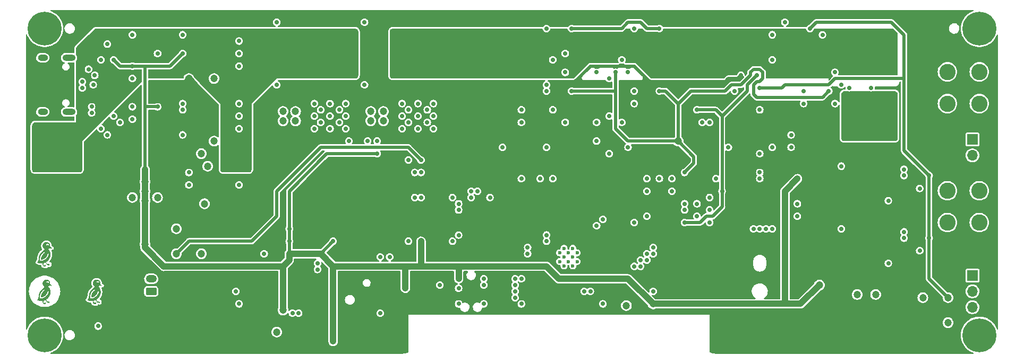
<source format=gbr>
G04 #@! TF.GenerationSoftware,KiCad,Pcbnew,7.0.8*
G04 #@! TF.CreationDate,2024-04-21T12:19:53-07:00*
G04 #@! TF.ProjectId,UsbSourceMeasure,55736253-6f75-4726-9365-4d6561737572,rev?*
G04 #@! TF.SameCoordinates,PX8f0d180PY7270e00*
G04 #@! TF.FileFunction,Copper,L2,Inr*
G04 #@! TF.FilePolarity,Positive*
%FSLAX46Y46*%
G04 Gerber Fmt 4.6, Leading zero omitted, Abs format (unit mm)*
G04 Created by KiCad (PCBNEW 7.0.8) date 2024-04-21 12:19:53*
%MOMM*%
%LPD*%
G01*
G04 APERTURE LIST*
G04 Aperture macros list*
%AMRoundRect*
0 Rectangle with rounded corners*
0 $1 Rounding radius*
0 $2 $3 $4 $5 $6 $7 $8 $9 X,Y pos of 4 corners*
0 Add a 4 corners polygon primitive as box body*
4,1,4,$2,$3,$4,$5,$6,$7,$8,$9,$2,$3,0*
0 Add four circle primitives for the rounded corners*
1,1,$1+$1,$2,$3*
1,1,$1+$1,$4,$5*
1,1,$1+$1,$6,$7*
1,1,$1+$1,$8,$9*
0 Add four rect primitives between the rounded corners*
20,1,$1+$1,$2,$3,$4,$5,0*
20,1,$1+$1,$4,$5,$6,$7,0*
20,1,$1+$1,$6,$7,$8,$9,0*
20,1,$1+$1,$8,$9,$2,$3,0*%
G04 Aperture macros list end*
G04 #@! TA.AperFunction,NonConductor*
%ADD10C,0.000000*%
G04 #@! TD*
G04 #@! TA.AperFunction,ComponentPad*
%ADD11C,0.800000*%
G04 #@! TD*
G04 #@! TA.AperFunction,ComponentPad*
%ADD12C,5.400000*%
G04 #@! TD*
G04 #@! TA.AperFunction,ComponentPad*
%ADD13R,1.700000X1.700000*%
G04 #@! TD*
G04 #@! TA.AperFunction,ComponentPad*
%ADD14O,1.700000X1.700000*%
G04 #@! TD*
G04 #@! TA.AperFunction,ComponentPad*
%ADD15O,2.100000X1.000000*%
G04 #@! TD*
G04 #@! TA.AperFunction,ComponentPad*
%ADD16O,1.600000X1.000000*%
G04 #@! TD*
G04 #@! TA.AperFunction,ComponentPad*
%ADD17C,2.600000*%
G04 #@! TD*
G04 #@! TA.AperFunction,ComponentPad*
%ADD18RoundRect,0.250000X0.625000X-0.350000X0.625000X0.350000X-0.625000X0.350000X-0.625000X-0.350000X0*%
G04 #@! TD*
G04 #@! TA.AperFunction,ComponentPad*
%ADD19O,1.750000X1.200000*%
G04 #@! TD*
G04 #@! TA.AperFunction,HeatsinkPad*
%ADD20C,0.600000*%
G04 #@! TD*
G04 #@! TA.AperFunction,ViaPad*
%ADD21C,0.700000*%
G04 #@! TD*
G04 #@! TA.AperFunction,ViaPad*
%ADD22C,1.200000*%
G04 #@! TD*
G04 #@! TA.AperFunction,Conductor*
%ADD23C,0.500000*%
G04 #@! TD*
G04 #@! TA.AperFunction,Conductor*
%ADD24C,1.000000*%
G04 #@! TD*
G04 APERTURE END LIST*
D10*
G04 #@! TA.AperFunction,NonConductor*
G36*
X-71686991Y2884685D02*
G01*
X-71657621Y2882519D01*
X-71628393Y2878916D01*
X-71599377Y2873883D01*
X-71570644Y2867434D01*
X-71542261Y2859583D01*
X-71514298Y2850350D01*
X-71486822Y2839757D01*
X-71459899Y2827828D01*
X-71433594Y2814594D01*
X-71407971Y2800086D01*
X-71383091Y2784338D01*
X-71359013Y2767389D01*
X-71335797Y2749280D01*
X-71313498Y2730054D01*
X-71292169Y2709757D01*
X-71271863Y2688439D01*
X-71252627Y2666151D01*
X-71234509Y2642946D01*
X-71217552Y2618880D01*
X-71201796Y2594012D01*
X-71187281Y2568401D01*
X-71174040Y2542109D01*
X-71162106Y2515199D01*
X-71151507Y2487737D01*
X-71142269Y2459787D01*
X-71134415Y2431419D01*
X-71127962Y2402699D01*
X-71122927Y2373698D01*
X-71119322Y2344484D01*
X-71117156Y2315129D01*
X-71116433Y2285703D01*
X-71118040Y2242391D01*
X-71122772Y2199308D01*
X-71122634Y2199652D01*
X-71108568Y2175138D01*
X-71093474Y2151243D01*
X-71077380Y2128008D01*
X-71060315Y2105477D01*
X-71042310Y2083689D01*
X-71023396Y2062684D01*
X-71003609Y2042499D01*
X-70982982Y2023171D01*
X-70961555Y2004734D01*
X-70939365Y1987222D01*
X-70916451Y1970666D01*
X-70892857Y1955096D01*
X-70868622Y1940540D01*
X-70843792Y1927025D01*
X-70818412Y1914573D01*
X-70792525Y1903209D01*
X-70819814Y1895817D01*
X-70847392Y1889587D01*
X-70875209Y1884533D01*
X-70903216Y1880661D01*
X-70931362Y1877981D01*
X-70959596Y1876495D01*
X-70987868Y1876207D01*
X-71016127Y1877118D01*
X-71044321Y1879225D01*
X-71072401Y1882525D01*
X-71100316Y1887013D01*
X-71128015Y1892679D01*
X-71155449Y1899514D01*
X-71182568Y1907506D01*
X-71209324Y1916640D01*
X-71235668Y1926899D01*
X-71235048Y1928415D01*
X-71253887Y1904285D01*
X-71273933Y1881148D01*
X-71295133Y1859063D01*
X-71317434Y1838088D01*
X-71340776Y1818277D01*
X-71365099Y1799683D01*
X-71390340Y1782353D01*
X-71398058Y1777615D01*
X-71416432Y1766333D01*
X-71416929Y1766364D01*
X-71391437Y1742578D01*
X-71366731Y1717994D01*
X-71342832Y1692630D01*
X-71319758Y1666508D01*
X-71297528Y1639647D01*
X-71276160Y1612070D01*
X-71255671Y1583799D01*
X-71236077Y1554857D01*
X-71217395Y1525266D01*
X-71199638Y1495050D01*
X-71182822Y1464233D01*
X-71166960Y1432841D01*
X-71152064Y1400899D01*
X-71138147Y1368431D01*
X-71125219Y1335464D01*
X-71113291Y1302025D01*
X-71102373Y1268139D01*
X-71092473Y1233835D01*
X-71083599Y1199140D01*
X-71075759Y1164082D01*
X-71068958Y1128688D01*
X-71063202Y1092988D01*
X-71058495Y1057009D01*
X-71054842Y1020780D01*
X-71052246Y984331D01*
X-71050708Y947691D01*
X-71050229Y910890D01*
X-71050811Y873955D01*
X-71052452Y836918D01*
X-71055151Y799808D01*
X-71058907Y762655D01*
X-71063715Y725487D01*
X-71069573Y688337D01*
X-71076475Y651232D01*
X-71084417Y614202D01*
X-71093391Y577279D01*
X-71103390Y540490D01*
X-71114407Y503865D01*
X-71126433Y467435D01*
X-71139457Y431227D01*
X-71153470Y395271D01*
X-71168460Y359597D01*
X-71184416Y324231D01*
X-71201324Y289204D01*
X-71219171Y254542D01*
X-71237943Y220274D01*
X-71257624Y186426D01*
X-71278199Y153027D01*
X-71299652Y120103D01*
X-71321965Y87681D01*
X-71345120Y55785D01*
X-71369098Y24443D01*
X-71393881Y-6322D01*
X-71419449Y-36484D01*
X-71445781Y-66019D01*
X-71472856Y-94904D01*
X-71500653Y-123115D01*
X-71529148Y-150629D01*
X-71558320Y-177426D01*
X-71588145Y-203482D01*
X-71618599Y-228779D01*
X-71649657Y-253294D01*
X-71681295Y-277008D01*
X-71713372Y-299821D01*
X-71709652Y-306313D01*
X-71706785Y-313658D01*
X-71602019Y-658688D01*
X-71576715Y-648256D01*
X-71551135Y-638521D01*
X-71525298Y-629489D01*
X-71499223Y-621167D01*
X-71472930Y-613561D01*
X-71446439Y-606678D01*
X-71419769Y-600521D01*
X-71392941Y-595097D01*
X-71365974Y-590409D01*
X-71338889Y-586460D01*
X-71311705Y-583254D01*
X-71284445Y-580792D01*
X-71257127Y-579077D01*
X-71229772Y-578110D01*
X-71202401Y-577892D01*
X-71175034Y-578422D01*
X-71222151Y-597961D01*
X-71241662Y-645069D01*
X-71222151Y-692178D01*
X-71175034Y-711716D01*
X-71222650Y-730970D01*
X-71242437Y-778346D01*
X-71222650Y-825723D01*
X-71175034Y-844976D01*
X-71203379Y-845521D01*
X-71231728Y-845263D01*
X-71260058Y-844202D01*
X-71288346Y-842338D01*
X-71316571Y-839673D01*
X-71344708Y-836210D01*
X-71372736Y-831951D01*
X-71400632Y-826900D01*
X-71428374Y-821060D01*
X-71455938Y-814437D01*
X-71483304Y-807035D01*
X-71510449Y-798861D01*
X-71537351Y-789921D01*
X-71563988Y-780223D01*
X-71590340Y-769773D01*
X-71616385Y-758581D01*
X-71621175Y-760874D01*
X-71626169Y-762679D01*
X-71666817Y-758698D01*
X-71692729Y-727143D01*
X-71695209Y-718982D01*
X-71701803Y-715374D01*
X-71708369Y-711716D01*
X-71703691Y-709104D01*
X-71698999Y-706517D01*
X-71804901Y-357768D01*
X-71804779Y-358193D01*
X-71851581Y-384940D01*
X-71899171Y-409982D01*
X-71947475Y-433281D01*
X-71996421Y-454802D01*
X-72045935Y-474512D01*
X-72095943Y-492381D01*
X-72146369Y-508383D01*
X-72197136Y-522494D01*
X-72197401Y-522122D01*
X-72196643Y-529836D01*
X-72162502Y-876312D01*
X-72137634Y-866317D01*
X-72112506Y-856993D01*
X-72087138Y-848345D01*
X-72061547Y-840380D01*
X-72035751Y-833103D01*
X-72009770Y-826520D01*
X-71983621Y-820635D01*
X-71957324Y-815453D01*
X-71930897Y-810977D01*
X-71904360Y-807210D01*
X-71877732Y-804156D01*
X-71851031Y-801816D01*
X-71824277Y-800192D01*
X-71797489Y-799286D01*
X-71770686Y-799097D01*
X-71743888Y-799627D01*
X-71791504Y-818880D01*
X-71811291Y-866257D01*
X-71791504Y-913634D01*
X-71743888Y-932887D01*
X-71790552Y-952660D01*
X-71809819Y-999517D01*
X-71790552Y-1046373D01*
X-71743888Y-1066147D01*
X-71772235Y-1066693D01*
X-71800586Y-1066435D01*
X-71828919Y-1065374D01*
X-71857209Y-1063511D01*
X-71885436Y-1060847D01*
X-71913576Y-1057384D01*
X-71941606Y-1053125D01*
X-71969504Y-1048074D01*
X-71997248Y-1042234D01*
X-72024814Y-1035611D01*
X-72052182Y-1028209D01*
X-72079329Y-1020034D01*
X-72106233Y-1011094D01*
X-72132873Y-1001394D01*
X-72159227Y-990944D01*
X-72185274Y-979752D01*
X-72195012Y-983814D01*
X-72205359Y-985881D01*
X-72243305Y-974809D01*
X-72263202Y-940669D01*
X-72270228Y-936806D01*
X-72277224Y-932887D01*
X-72271069Y-929439D01*
X-72264890Y-926034D01*
X-72302404Y-545244D01*
X-72331963Y-550224D01*
X-72361802Y-554587D01*
X-72391648Y-558288D01*
X-72421484Y-561325D01*
X-72451296Y-563696D01*
X-72481068Y-565401D01*
X-72510786Y-566438D01*
X-72540434Y-566807D01*
X-72569998Y-566507D01*
X-72599461Y-565539D01*
X-72628809Y-563904D01*
X-72657562Y-561638D01*
X-72658028Y-561602D01*
X-72687102Y-558634D01*
X-72716016Y-555001D01*
X-72744756Y-550707D01*
X-72773307Y-545752D01*
X-72801655Y-540139D01*
X-72829785Y-533872D01*
X-72857683Y-526953D01*
X-72885335Y-519387D01*
X-72912726Y-511175D01*
X-72939842Y-502324D01*
X-72966671Y-492838D01*
X-72993197Y-482720D01*
X-73019409Y-471977D01*
X-73045291Y-460614D01*
X-73070832Y-448637D01*
X-73096018Y-436051D01*
X-73120836Y-422864D01*
X-73145274Y-409082D01*
X-73169319Y-394711D01*
X-73192959Y-379760D01*
X-73193447Y-379669D01*
X-73162971Y-339071D01*
X-73134064Y-297343D01*
X-73106767Y-254545D01*
X-73081121Y-210739D01*
X-73057162Y-165989D01*
X-73034925Y-120359D01*
X-73014443Y-73916D01*
X-72995745Y-26727D01*
X-72978858Y21139D01*
X-72963807Y69613D01*
X-72962963Y72749D01*
X-72751615Y72749D01*
X-72749965Y22761D01*
X-72746525Y-27362D01*
X-72741278Y-77578D01*
X-72732174Y-106027D01*
X-72713260Y-129152D01*
X-72687177Y-143728D01*
X-72657562Y-147720D01*
X-72607097Y-144162D01*
X-72557085Y-138844D01*
X-72507561Y-131795D01*
X-72458557Y-123045D01*
X-72410109Y-112621D01*
X-72362251Y-100551D01*
X-72315016Y-86865D01*
X-72268440Y-71590D01*
X-72222555Y-54755D01*
X-72177397Y-36389D01*
X-72132999Y-16520D01*
X-72089396Y4823D01*
X-72046621Y27613D01*
X-72004709Y51820D01*
X-71963695Y77417D01*
X-71923611Y104374D01*
X-71884493Y132664D01*
X-71846375Y162258D01*
X-71809290Y193127D01*
X-71773272Y225243D01*
X-71738357Y258578D01*
X-71704578Y293102D01*
X-71671969Y328789D01*
X-71640565Y365608D01*
X-71610399Y403532D01*
X-71581506Y442533D01*
X-71553920Y482582D01*
X-71527675Y523649D01*
X-71502805Y565708D01*
X-71479344Y608730D01*
X-71457327Y652685D01*
X-71436788Y697546D01*
X-71417761Y743284D01*
X-71400279Y789871D01*
X-71384378Y837278D01*
X-71370091Y885477D01*
X-71357452Y934440D01*
X-71356240Y965634D01*
X-71367071Y994915D01*
X-71388294Y1017819D01*
X-71416673Y1030855D01*
X-71447854Y1032032D01*
X-71477113Y1021198D01*
X-71500000Y1000000D01*
X-71513033Y971663D01*
X-71525834Y922556D01*
X-71540504Y874350D01*
X-71556996Y827078D01*
X-71575269Y780775D01*
X-71595277Y735477D01*
X-71616977Y691216D01*
X-71640325Y648029D01*
X-71665277Y605950D01*
X-71691789Y565013D01*
X-71719817Y525253D01*
X-71749317Y486704D01*
X-71780246Y449401D01*
X-71812559Y413379D01*
X-71846213Y378673D01*
X-71881163Y345316D01*
X-71917366Y313343D01*
X-71954778Y282790D01*
X-71993354Y253690D01*
X-72033052Y226079D01*
X-72073827Y199990D01*
X-72115635Y175459D01*
X-72158432Y152520D01*
X-72202174Y131207D01*
X-72246818Y111556D01*
X-72292319Y93601D01*
X-72338634Y77376D01*
X-72385718Y62915D01*
X-72433528Y50255D01*
X-72482020Y39429D01*
X-72531150Y30471D01*
X-72580874Y23417D01*
X-72582739Y74851D01*
X-72582568Y126077D01*
X-72580382Y177038D01*
X-72576202Y227679D01*
X-72570046Y277941D01*
X-72561937Y327768D01*
X-72551893Y377102D01*
X-72539935Y425887D01*
X-72526084Y474066D01*
X-72510358Y521582D01*
X-72492780Y568377D01*
X-72473369Y614396D01*
X-72452145Y659580D01*
X-72429128Y703873D01*
X-72404338Y747218D01*
X-72377797Y789558D01*
X-72349524Y830835D01*
X-72319538Y870994D01*
X-72287862Y909977D01*
X-72254514Y947727D01*
X-72219515Y984187D01*
X-72182885Y1019300D01*
X-72144644Y1053008D01*
X-72104813Y1085257D01*
X-72063412Y1115987D01*
X-72020461Y1145142D01*
X-71998093Y1166904D01*
X-71985761Y1195565D01*
X-71985340Y1226762D01*
X-71996896Y1255744D01*
X-72018700Y1278088D01*
X-72047401Y1290385D01*
X-72054288Y1291548D01*
X-72061251Y1292107D01*
X-72064731Y1292148D01*
X-72068210Y1292038D01*
X-72088717Y1288269D01*
X-72107553Y1279332D01*
X-72149434Y1251103D01*
X-72190083Y1221549D01*
X-72229480Y1190712D01*
X-72267606Y1158632D01*
X-72304443Y1125349D01*
X-72339970Y1090906D01*
X-72374168Y1055344D01*
X-72407019Y1018702D01*
X-72438504Y981023D01*
X-72468602Y942348D01*
X-72497295Y902716D01*
X-72524564Y862171D01*
X-72550389Y820752D01*
X-72574751Y778500D01*
X-72597632Y735457D01*
X-72619011Y691664D01*
X-72638870Y647162D01*
X-72657190Y601991D01*
X-72673951Y556193D01*
X-72689134Y509809D01*
X-72702721Y462880D01*
X-72714690Y415447D01*
X-72725025Y367551D01*
X-72733705Y319232D01*
X-72740711Y270533D01*
X-72746025Y221494D01*
X-72749626Y172157D01*
X-72751496Y122561D01*
X-72751615Y72749D01*
X-72962963Y72749D01*
X-72950614Y118624D01*
X-72939297Y168103D01*
X-72929874Y217976D01*
X-72922357Y268172D01*
X-72916758Y318617D01*
X-72913085Y369239D01*
X-72910621Y405869D01*
X-72907148Y442417D01*
X-72902669Y478856D01*
X-72897188Y515158D01*
X-72890708Y551295D01*
X-72883235Y587240D01*
X-72874775Y622966D01*
X-72865333Y658445D01*
X-72854916Y693651D01*
X-72843534Y728556D01*
X-72831193Y763135D01*
X-72817905Y797361D01*
X-72803678Y831209D01*
X-72788524Y864651D01*
X-72772454Y897664D01*
X-72755480Y930222D01*
X-72737616Y962300D01*
X-72718874Y993874D01*
X-72699269Y1024920D01*
X-72678816Y1055415D01*
X-72657530Y1085335D01*
X-72635428Y1114657D01*
X-72612526Y1143360D01*
X-72588842Y1171421D01*
X-72564394Y1198820D01*
X-72539199Y1225535D01*
X-72513278Y1251547D01*
X-72486650Y1276835D01*
X-72459335Y1301380D01*
X-72431354Y1325164D01*
X-72402728Y1348168D01*
X-72373480Y1370376D01*
X-72346735Y1390634D01*
X-72320508Y1411559D01*
X-72294817Y1433137D01*
X-72269678Y1455354D01*
X-72245105Y1478196D01*
X-72221116Y1501650D01*
X-72197724Y1525699D01*
X-72174946Y1550329D01*
X-72152795Y1575525D01*
X-72131285Y1601269D01*
X-72110431Y1627547D01*
X-72090244Y1654340D01*
X-72070739Y1681633D01*
X-72051927Y1709408D01*
X-72033820Y1737647D01*
X-72016430Y1766333D01*
X-72049772Y1787057D01*
X-72081687Y1809916D01*
X-72112038Y1834812D01*
X-72140695Y1861639D01*
X-72167535Y1890283D01*
X-72192443Y1920619D01*
X-72215313Y1952518D01*
X-72236047Y1985845D01*
X-72254555Y2020455D01*
X-72270759Y2056202D01*
X-72284589Y2092931D01*
X-72295986Y2130485D01*
X-72304901Y2168704D01*
X-72311297Y2207424D01*
X-72315145Y2246480D01*
X-72316429Y2285703D01*
X-72315706Y2315129D01*
X-72313539Y2344484D01*
X-72309934Y2373698D01*
X-72304900Y2402699D01*
X-72298447Y2431419D01*
X-72295231Y2443035D01*
X-71724538Y2443035D01*
X-71714481Y2413509D01*
X-71693888Y2390075D01*
X-71665891Y2376299D01*
X-71634770Y2374278D01*
X-71605239Y2384304D01*
X-71581789Y2404854D01*
X-71567982Y2432805D01*
X-71547984Y2464483D01*
X-71516409Y2472336D01*
X-71484851Y2464483D01*
X-71464870Y2432805D01*
X-71451060Y2404844D01*
X-71427600Y2384289D01*
X-71398058Y2374266D01*
X-71366926Y2376299D01*
X-71338930Y2390075D01*
X-71318336Y2413509D01*
X-71308279Y2443035D01*
X-71310289Y2474161D01*
X-71328805Y2520565D01*
X-71356260Y2559544D01*
X-71390701Y2590645D01*
X-71430175Y2613419D01*
X-71472729Y2627413D01*
X-71516409Y2632179D01*
X-71560089Y2627413D01*
X-71602643Y2613419D01*
X-71642117Y2590645D01*
X-71676558Y2559544D01*
X-71704013Y2520565D01*
X-71722529Y2474161D01*
X-71724538Y2443035D01*
X-72295231Y2443035D01*
X-72290593Y2459787D01*
X-72281355Y2487737D01*
X-72270756Y2515199D01*
X-72258822Y2542109D01*
X-72245581Y2568401D01*
X-72231066Y2594012D01*
X-72215310Y2618880D01*
X-72198353Y2642946D01*
X-72180235Y2666151D01*
X-72160999Y2688439D01*
X-72140693Y2709757D01*
X-72119364Y2730054D01*
X-72097065Y2749280D01*
X-72073849Y2767389D01*
X-72049771Y2784338D01*
X-72024891Y2800086D01*
X-71999268Y2814594D01*
X-71972963Y2827828D01*
X-71946040Y2839757D01*
X-71918564Y2850350D01*
X-71890601Y2859583D01*
X-71862218Y2867434D01*
X-71833485Y2873883D01*
X-71804469Y2878916D01*
X-71775241Y2882519D01*
X-71745871Y2884685D01*
X-71716431Y2885407D01*
X-71686991Y2884685D01*
G37*
G04 #@! TD.AperFunction*
G04 #@! TA.AperFunction,NonConductor*
G36*
X-71686991Y-3115315D02*
G01*
X-71657621Y-3117481D01*
X-71628393Y-3121084D01*
X-71599377Y-3126117D01*
X-71570644Y-3132566D01*
X-71542261Y-3140417D01*
X-71514298Y-3149650D01*
X-71486822Y-3160243D01*
X-71459899Y-3172172D01*
X-71433594Y-3185406D01*
X-71407971Y-3199914D01*
X-71383091Y-3215662D01*
X-71359013Y-3232611D01*
X-71335797Y-3250720D01*
X-71313498Y-3269946D01*
X-71292169Y-3290243D01*
X-71271863Y-3311561D01*
X-71252627Y-3333849D01*
X-71234509Y-3357054D01*
X-71217552Y-3381120D01*
X-71201796Y-3405988D01*
X-71187281Y-3431599D01*
X-71174040Y-3457891D01*
X-71162106Y-3484801D01*
X-71151507Y-3512263D01*
X-71142269Y-3540213D01*
X-71134415Y-3568581D01*
X-71127962Y-3597301D01*
X-71122927Y-3626302D01*
X-71119322Y-3655516D01*
X-71117156Y-3684871D01*
X-71116433Y-3714297D01*
X-71118040Y-3757609D01*
X-71122772Y-3800692D01*
X-71122634Y-3800348D01*
X-71108568Y-3824862D01*
X-71093474Y-3848757D01*
X-71077380Y-3871992D01*
X-71060315Y-3894523D01*
X-71042310Y-3916311D01*
X-71023396Y-3937316D01*
X-71003609Y-3957501D01*
X-70982982Y-3976829D01*
X-70961555Y-3995266D01*
X-70939365Y-4012778D01*
X-70916451Y-4029334D01*
X-70892857Y-4044904D01*
X-70868622Y-4059460D01*
X-70843792Y-4072975D01*
X-70818412Y-4085427D01*
X-70792525Y-4096791D01*
X-70819814Y-4104183D01*
X-70847392Y-4110413D01*
X-70875209Y-4115467D01*
X-70903216Y-4119339D01*
X-70931362Y-4122019D01*
X-70959596Y-4123505D01*
X-70987868Y-4123793D01*
X-71016127Y-4122882D01*
X-71044321Y-4120775D01*
X-71072401Y-4117475D01*
X-71100316Y-4112987D01*
X-71128015Y-4107321D01*
X-71155449Y-4100486D01*
X-71182568Y-4092494D01*
X-71209324Y-4083360D01*
X-71235668Y-4073101D01*
X-71235048Y-4071585D01*
X-71253887Y-4095715D01*
X-71273933Y-4118852D01*
X-71295133Y-4140937D01*
X-71317434Y-4161912D01*
X-71340776Y-4181723D01*
X-71365099Y-4200317D01*
X-71390340Y-4217647D01*
X-71398058Y-4222385D01*
X-71416432Y-4233667D01*
X-71416929Y-4233636D01*
X-71391437Y-4257422D01*
X-71366731Y-4282006D01*
X-71342832Y-4307370D01*
X-71319758Y-4333492D01*
X-71297528Y-4360353D01*
X-71276160Y-4387930D01*
X-71255671Y-4416201D01*
X-71236077Y-4445143D01*
X-71217395Y-4474734D01*
X-71199638Y-4504950D01*
X-71182822Y-4535767D01*
X-71166960Y-4567159D01*
X-71152064Y-4599101D01*
X-71138147Y-4631569D01*
X-71125219Y-4664536D01*
X-71113291Y-4697975D01*
X-71102373Y-4731861D01*
X-71092473Y-4766165D01*
X-71083599Y-4800860D01*
X-71075759Y-4835918D01*
X-71068958Y-4871312D01*
X-71063202Y-4907012D01*
X-71058495Y-4942991D01*
X-71054842Y-4979220D01*
X-71052246Y-5015669D01*
X-71050708Y-5052309D01*
X-71050229Y-5089110D01*
X-71050811Y-5126045D01*
X-71052452Y-5163082D01*
X-71055151Y-5200192D01*
X-71058907Y-5237345D01*
X-71063715Y-5274513D01*
X-71069573Y-5311663D01*
X-71076475Y-5348768D01*
X-71084417Y-5385798D01*
X-71093391Y-5422721D01*
X-71103390Y-5459510D01*
X-71114407Y-5496135D01*
X-71126433Y-5532565D01*
X-71139457Y-5568773D01*
X-71153470Y-5604729D01*
X-71168460Y-5640403D01*
X-71184416Y-5675769D01*
X-71201324Y-5710796D01*
X-71219171Y-5745458D01*
X-71237943Y-5779726D01*
X-71257624Y-5813574D01*
X-71278199Y-5846973D01*
X-71299652Y-5879897D01*
X-71321965Y-5912319D01*
X-71345120Y-5944215D01*
X-71369098Y-5975557D01*
X-71393881Y-6006322D01*
X-71419449Y-6036484D01*
X-71445781Y-6066019D01*
X-71472856Y-6094904D01*
X-71500653Y-6123115D01*
X-71529148Y-6150629D01*
X-71558320Y-6177426D01*
X-71588145Y-6203482D01*
X-71618599Y-6228779D01*
X-71649657Y-6253294D01*
X-71681295Y-6277008D01*
X-71713372Y-6299821D01*
X-71709652Y-6306313D01*
X-71706785Y-6313658D01*
X-71602019Y-6658688D01*
X-71576715Y-6648256D01*
X-71551135Y-6638521D01*
X-71525298Y-6629489D01*
X-71499223Y-6621167D01*
X-71472930Y-6613561D01*
X-71446439Y-6606678D01*
X-71419769Y-6600521D01*
X-71392941Y-6595097D01*
X-71365974Y-6590409D01*
X-71338889Y-6586460D01*
X-71311705Y-6583254D01*
X-71284445Y-6580792D01*
X-71257127Y-6579077D01*
X-71229772Y-6578110D01*
X-71202401Y-6577892D01*
X-71175034Y-6578422D01*
X-71222151Y-6597961D01*
X-71241662Y-6645069D01*
X-71222151Y-6692178D01*
X-71175034Y-6711716D01*
X-71222650Y-6730970D01*
X-71242437Y-6778346D01*
X-71222650Y-6825723D01*
X-71175034Y-6844976D01*
X-71203379Y-6845521D01*
X-71231728Y-6845263D01*
X-71260058Y-6844202D01*
X-71288346Y-6842338D01*
X-71316571Y-6839673D01*
X-71344708Y-6836210D01*
X-71372736Y-6831951D01*
X-71400632Y-6826900D01*
X-71428374Y-6821060D01*
X-71455938Y-6814437D01*
X-71483304Y-6807035D01*
X-71510449Y-6798861D01*
X-71537351Y-6789921D01*
X-71563988Y-6780223D01*
X-71590340Y-6769773D01*
X-71616385Y-6758581D01*
X-71621175Y-6760874D01*
X-71626169Y-6762679D01*
X-71666817Y-6758698D01*
X-71692729Y-6727143D01*
X-71695209Y-6718982D01*
X-71701803Y-6715374D01*
X-71708369Y-6711716D01*
X-71703691Y-6709104D01*
X-71698999Y-6706517D01*
X-71804901Y-6357768D01*
X-71804779Y-6358193D01*
X-71851581Y-6384940D01*
X-71899171Y-6409982D01*
X-71947475Y-6433281D01*
X-71996421Y-6454802D01*
X-72045935Y-6474512D01*
X-72095943Y-6492381D01*
X-72146369Y-6508383D01*
X-72197136Y-6522494D01*
X-72197401Y-6522122D01*
X-72196643Y-6529836D01*
X-72162502Y-6876312D01*
X-72137634Y-6866317D01*
X-72112506Y-6856993D01*
X-72087138Y-6848345D01*
X-72061547Y-6840380D01*
X-72035751Y-6833103D01*
X-72009770Y-6826520D01*
X-71983621Y-6820635D01*
X-71957324Y-6815453D01*
X-71930897Y-6810977D01*
X-71904360Y-6807210D01*
X-71877732Y-6804156D01*
X-71851031Y-6801816D01*
X-71824277Y-6800192D01*
X-71797489Y-6799286D01*
X-71770686Y-6799097D01*
X-71743888Y-6799627D01*
X-71791504Y-6818880D01*
X-71811291Y-6866257D01*
X-71791504Y-6913634D01*
X-71743888Y-6932887D01*
X-71790552Y-6952660D01*
X-71809819Y-6999517D01*
X-71790552Y-7046373D01*
X-71743888Y-7066147D01*
X-71772235Y-7066693D01*
X-71800586Y-7066435D01*
X-71828919Y-7065374D01*
X-71857209Y-7063511D01*
X-71885436Y-7060847D01*
X-71913576Y-7057384D01*
X-71941606Y-7053125D01*
X-71969504Y-7048074D01*
X-71997248Y-7042234D01*
X-72024814Y-7035611D01*
X-72052182Y-7028209D01*
X-72079329Y-7020034D01*
X-72106233Y-7011094D01*
X-72132873Y-7001394D01*
X-72159227Y-6990944D01*
X-72185274Y-6979752D01*
X-72195012Y-6983814D01*
X-72205359Y-6985881D01*
X-72243305Y-6974809D01*
X-72263202Y-6940669D01*
X-72270228Y-6936806D01*
X-72277224Y-6932887D01*
X-72271069Y-6929439D01*
X-72264890Y-6926034D01*
X-72302404Y-6545244D01*
X-72331963Y-6550224D01*
X-72361802Y-6554587D01*
X-72391648Y-6558288D01*
X-72421484Y-6561325D01*
X-72451296Y-6563696D01*
X-72481068Y-6565401D01*
X-72510786Y-6566438D01*
X-72540434Y-6566807D01*
X-72569998Y-6566507D01*
X-72599461Y-6565539D01*
X-72628809Y-6563904D01*
X-72657562Y-6561638D01*
X-72658028Y-6561602D01*
X-72687102Y-6558634D01*
X-72716016Y-6555001D01*
X-72744756Y-6550707D01*
X-72773307Y-6545752D01*
X-72801655Y-6540139D01*
X-72829785Y-6533872D01*
X-72857683Y-6526953D01*
X-72885335Y-6519387D01*
X-72912726Y-6511175D01*
X-72939842Y-6502324D01*
X-72966671Y-6492838D01*
X-72993197Y-6482720D01*
X-73019409Y-6471977D01*
X-73045291Y-6460614D01*
X-73070832Y-6448637D01*
X-73096018Y-6436051D01*
X-73120836Y-6422864D01*
X-73145274Y-6409082D01*
X-73169319Y-6394711D01*
X-73192959Y-6379760D01*
X-73193447Y-6379669D01*
X-73162971Y-6339071D01*
X-73134064Y-6297343D01*
X-73106767Y-6254545D01*
X-73081121Y-6210739D01*
X-73057162Y-6165989D01*
X-73034925Y-6120359D01*
X-73014443Y-6073916D01*
X-72995745Y-6026727D01*
X-72978858Y-5978861D01*
X-72963807Y-5930387D01*
X-72962963Y-5927251D01*
X-72751615Y-5927251D01*
X-72749965Y-5977239D01*
X-72746525Y-6027362D01*
X-72741278Y-6077578D01*
X-72732174Y-6106027D01*
X-72713260Y-6129152D01*
X-72687177Y-6143728D01*
X-72657562Y-6147720D01*
X-72607097Y-6144162D01*
X-72557085Y-6138844D01*
X-72507561Y-6131795D01*
X-72458557Y-6123045D01*
X-72410109Y-6112621D01*
X-72362251Y-6100551D01*
X-72315016Y-6086865D01*
X-72268440Y-6071590D01*
X-72222555Y-6054755D01*
X-72177397Y-6036389D01*
X-72132999Y-6016520D01*
X-72089396Y-5995177D01*
X-72046621Y-5972387D01*
X-72004709Y-5948180D01*
X-71963695Y-5922583D01*
X-71923611Y-5895626D01*
X-71884493Y-5867336D01*
X-71846375Y-5837742D01*
X-71809290Y-5806873D01*
X-71773272Y-5774757D01*
X-71738357Y-5741422D01*
X-71704578Y-5706898D01*
X-71671969Y-5671211D01*
X-71640565Y-5634392D01*
X-71610399Y-5596468D01*
X-71581506Y-5557467D01*
X-71553920Y-5517418D01*
X-71527675Y-5476351D01*
X-71502805Y-5434292D01*
X-71479344Y-5391270D01*
X-71457327Y-5347315D01*
X-71436788Y-5302454D01*
X-71417761Y-5256716D01*
X-71400279Y-5210129D01*
X-71384378Y-5162722D01*
X-71370091Y-5114523D01*
X-71357452Y-5065560D01*
X-71356240Y-5034366D01*
X-71367071Y-5005085D01*
X-71388294Y-4982181D01*
X-71416673Y-4969145D01*
X-71447854Y-4967968D01*
X-71477113Y-4978802D01*
X-71500000Y-5000000D01*
X-71513033Y-5028337D01*
X-71525834Y-5077444D01*
X-71540504Y-5125650D01*
X-71556996Y-5172922D01*
X-71575269Y-5219225D01*
X-71595277Y-5264523D01*
X-71616977Y-5308784D01*
X-71640325Y-5351971D01*
X-71665277Y-5394050D01*
X-71691789Y-5434987D01*
X-71719817Y-5474747D01*
X-71749317Y-5513296D01*
X-71780246Y-5550599D01*
X-71812559Y-5586621D01*
X-71846213Y-5621327D01*
X-71881163Y-5654684D01*
X-71917366Y-5686657D01*
X-71954778Y-5717210D01*
X-71993354Y-5746310D01*
X-72033052Y-5773921D01*
X-72073827Y-5800010D01*
X-72115635Y-5824541D01*
X-72158432Y-5847480D01*
X-72202174Y-5868793D01*
X-72246818Y-5888444D01*
X-72292319Y-5906399D01*
X-72338634Y-5922624D01*
X-72385718Y-5937085D01*
X-72433528Y-5949745D01*
X-72482020Y-5960571D01*
X-72531150Y-5969529D01*
X-72580874Y-5976583D01*
X-72582739Y-5925149D01*
X-72582568Y-5873923D01*
X-72580382Y-5822962D01*
X-72576202Y-5772321D01*
X-72570046Y-5722059D01*
X-72561937Y-5672232D01*
X-72551893Y-5622898D01*
X-72539935Y-5574113D01*
X-72526084Y-5525934D01*
X-72510358Y-5478418D01*
X-72492780Y-5431623D01*
X-72473369Y-5385604D01*
X-72452145Y-5340420D01*
X-72429128Y-5296127D01*
X-72404338Y-5252782D01*
X-72377797Y-5210442D01*
X-72349524Y-5169165D01*
X-72319538Y-5129006D01*
X-72287862Y-5090023D01*
X-72254514Y-5052273D01*
X-72219515Y-5015813D01*
X-72182885Y-4980700D01*
X-72144644Y-4946992D01*
X-72104813Y-4914743D01*
X-72063412Y-4884013D01*
X-72020461Y-4854858D01*
X-71998093Y-4833096D01*
X-71985761Y-4804435D01*
X-71985340Y-4773238D01*
X-71996896Y-4744256D01*
X-72018700Y-4721912D01*
X-72047401Y-4709615D01*
X-72054288Y-4708452D01*
X-72061251Y-4707893D01*
X-72064731Y-4707852D01*
X-72068210Y-4707962D01*
X-72088717Y-4711731D01*
X-72107553Y-4720668D01*
X-72149434Y-4748897D01*
X-72190083Y-4778451D01*
X-72229480Y-4809288D01*
X-72267606Y-4841368D01*
X-72304443Y-4874651D01*
X-72339970Y-4909094D01*
X-72374168Y-4944656D01*
X-72407019Y-4981298D01*
X-72438504Y-5018977D01*
X-72468602Y-5057652D01*
X-72497295Y-5097284D01*
X-72524564Y-5137829D01*
X-72550389Y-5179248D01*
X-72574751Y-5221500D01*
X-72597632Y-5264543D01*
X-72619011Y-5308336D01*
X-72638870Y-5352838D01*
X-72657190Y-5398009D01*
X-72673951Y-5443807D01*
X-72689134Y-5490191D01*
X-72702721Y-5537120D01*
X-72714690Y-5584553D01*
X-72725025Y-5632449D01*
X-72733705Y-5680768D01*
X-72740711Y-5729467D01*
X-72746025Y-5778506D01*
X-72749626Y-5827843D01*
X-72751496Y-5877439D01*
X-72751615Y-5927251D01*
X-72962963Y-5927251D01*
X-72950614Y-5881376D01*
X-72939297Y-5831897D01*
X-72929874Y-5782024D01*
X-72922357Y-5731828D01*
X-72916758Y-5681383D01*
X-72913085Y-5630761D01*
X-72910621Y-5594131D01*
X-72907148Y-5557583D01*
X-72902669Y-5521144D01*
X-72897188Y-5484842D01*
X-72890708Y-5448705D01*
X-72883235Y-5412760D01*
X-72874775Y-5377034D01*
X-72865333Y-5341555D01*
X-72854916Y-5306349D01*
X-72843534Y-5271444D01*
X-72831193Y-5236865D01*
X-72817905Y-5202639D01*
X-72803678Y-5168791D01*
X-72788524Y-5135349D01*
X-72772454Y-5102336D01*
X-72755480Y-5069778D01*
X-72737616Y-5037700D01*
X-72718874Y-5006126D01*
X-72699269Y-4975080D01*
X-72678816Y-4944585D01*
X-72657530Y-4914665D01*
X-72635428Y-4885343D01*
X-72612526Y-4856640D01*
X-72588842Y-4828579D01*
X-72564394Y-4801180D01*
X-72539199Y-4774465D01*
X-72513278Y-4748453D01*
X-72486650Y-4723165D01*
X-72459335Y-4698620D01*
X-72431354Y-4674836D01*
X-72402728Y-4651832D01*
X-72373480Y-4629624D01*
X-72346735Y-4609366D01*
X-72320508Y-4588441D01*
X-72294817Y-4566863D01*
X-72269678Y-4544646D01*
X-72245105Y-4521804D01*
X-72221116Y-4498350D01*
X-72197724Y-4474301D01*
X-72174946Y-4449671D01*
X-72152795Y-4424475D01*
X-72131285Y-4398731D01*
X-72110431Y-4372453D01*
X-72090244Y-4345660D01*
X-72070739Y-4318367D01*
X-72051927Y-4290592D01*
X-72033820Y-4262353D01*
X-72016430Y-4233667D01*
X-72049772Y-4212943D01*
X-72081687Y-4190084D01*
X-72112038Y-4165188D01*
X-72140695Y-4138361D01*
X-72167535Y-4109717D01*
X-72192443Y-4079381D01*
X-72215313Y-4047482D01*
X-72236047Y-4014155D01*
X-72254555Y-3979545D01*
X-72270759Y-3943798D01*
X-72284589Y-3907069D01*
X-72295986Y-3869515D01*
X-72304901Y-3831296D01*
X-72311297Y-3792576D01*
X-72315145Y-3753520D01*
X-72316429Y-3714297D01*
X-72315706Y-3684871D01*
X-72313539Y-3655516D01*
X-72309934Y-3626302D01*
X-72304900Y-3597301D01*
X-72298447Y-3568581D01*
X-72295231Y-3556965D01*
X-71724538Y-3556965D01*
X-71714481Y-3586491D01*
X-71693888Y-3609925D01*
X-71665891Y-3623701D01*
X-71634770Y-3625722D01*
X-71605239Y-3615696D01*
X-71581789Y-3595146D01*
X-71567982Y-3567195D01*
X-71547984Y-3535517D01*
X-71516409Y-3527664D01*
X-71484851Y-3535517D01*
X-71464870Y-3567195D01*
X-71451060Y-3595156D01*
X-71427600Y-3615711D01*
X-71398058Y-3625734D01*
X-71366926Y-3623701D01*
X-71338930Y-3609925D01*
X-71318336Y-3586491D01*
X-71308279Y-3556965D01*
X-71310289Y-3525839D01*
X-71328805Y-3479435D01*
X-71356260Y-3440456D01*
X-71390701Y-3409355D01*
X-71430175Y-3386581D01*
X-71472729Y-3372587D01*
X-71516409Y-3367821D01*
X-71560089Y-3372587D01*
X-71602643Y-3386581D01*
X-71642117Y-3409355D01*
X-71676558Y-3440456D01*
X-71704013Y-3479435D01*
X-71722529Y-3525839D01*
X-71724538Y-3556965D01*
X-72295231Y-3556965D01*
X-72290593Y-3540213D01*
X-72281355Y-3512263D01*
X-72270756Y-3484801D01*
X-72258822Y-3457891D01*
X-72245581Y-3431599D01*
X-72231066Y-3405988D01*
X-72215310Y-3381120D01*
X-72198353Y-3357054D01*
X-72180235Y-3333849D01*
X-72160999Y-3311561D01*
X-72140693Y-3290243D01*
X-72119364Y-3269946D01*
X-72097065Y-3250720D01*
X-72073849Y-3232611D01*
X-72049771Y-3215662D01*
X-72024891Y-3199914D01*
X-71999268Y-3185406D01*
X-71972963Y-3172172D01*
X-71946040Y-3160243D01*
X-71918564Y-3149650D01*
X-71890601Y-3140417D01*
X-71862218Y-3132566D01*
X-71833485Y-3126117D01*
X-71804469Y-3121084D01*
X-71775241Y-3117481D01*
X-71745871Y-3115315D01*
X-71716431Y-3114593D01*
X-71686991Y-3115315D01*
G37*
G04 #@! TD.AperFunction*
G04 #@! TA.AperFunction,NonConductor*
G36*
X-63686991Y-3115315D02*
G01*
X-63657621Y-3117481D01*
X-63628393Y-3121084D01*
X-63599377Y-3126117D01*
X-63570644Y-3132566D01*
X-63542261Y-3140417D01*
X-63514298Y-3149650D01*
X-63486822Y-3160243D01*
X-63459899Y-3172172D01*
X-63433594Y-3185406D01*
X-63407971Y-3199914D01*
X-63383091Y-3215662D01*
X-63359013Y-3232611D01*
X-63335797Y-3250720D01*
X-63313498Y-3269946D01*
X-63292169Y-3290243D01*
X-63271863Y-3311561D01*
X-63252627Y-3333849D01*
X-63234509Y-3357054D01*
X-63217552Y-3381120D01*
X-63201796Y-3405988D01*
X-63187281Y-3431599D01*
X-63174040Y-3457891D01*
X-63162106Y-3484801D01*
X-63151507Y-3512263D01*
X-63142269Y-3540213D01*
X-63134415Y-3568581D01*
X-63127962Y-3597301D01*
X-63122927Y-3626302D01*
X-63119322Y-3655516D01*
X-63117156Y-3684871D01*
X-63116433Y-3714297D01*
X-63118040Y-3757609D01*
X-63122772Y-3800692D01*
X-63122634Y-3800348D01*
X-63108568Y-3824862D01*
X-63093474Y-3848757D01*
X-63077380Y-3871992D01*
X-63060315Y-3894523D01*
X-63042310Y-3916311D01*
X-63023396Y-3937316D01*
X-63003609Y-3957501D01*
X-62982982Y-3976829D01*
X-62961555Y-3995266D01*
X-62939365Y-4012778D01*
X-62916451Y-4029334D01*
X-62892857Y-4044904D01*
X-62868622Y-4059460D01*
X-62843792Y-4072975D01*
X-62818412Y-4085427D01*
X-62792525Y-4096791D01*
X-62819814Y-4104183D01*
X-62847392Y-4110413D01*
X-62875209Y-4115467D01*
X-62903216Y-4119339D01*
X-62931362Y-4122019D01*
X-62959596Y-4123505D01*
X-62987868Y-4123793D01*
X-63016127Y-4122882D01*
X-63044321Y-4120775D01*
X-63072401Y-4117475D01*
X-63100316Y-4112987D01*
X-63128015Y-4107321D01*
X-63155449Y-4100486D01*
X-63182568Y-4092494D01*
X-63209324Y-4083360D01*
X-63235668Y-4073101D01*
X-63235048Y-4071585D01*
X-63253887Y-4095715D01*
X-63273933Y-4118852D01*
X-63295133Y-4140937D01*
X-63317434Y-4161912D01*
X-63340776Y-4181723D01*
X-63365099Y-4200317D01*
X-63390340Y-4217647D01*
X-63398058Y-4222385D01*
X-63416432Y-4233667D01*
X-63416929Y-4233636D01*
X-63391437Y-4257422D01*
X-63366731Y-4282006D01*
X-63342832Y-4307370D01*
X-63319758Y-4333492D01*
X-63297528Y-4360353D01*
X-63276160Y-4387930D01*
X-63255671Y-4416201D01*
X-63236077Y-4445143D01*
X-63217395Y-4474734D01*
X-63199638Y-4504950D01*
X-63182822Y-4535767D01*
X-63166960Y-4567159D01*
X-63152064Y-4599101D01*
X-63138147Y-4631569D01*
X-63125219Y-4664536D01*
X-63113291Y-4697975D01*
X-63102373Y-4731861D01*
X-63092473Y-4766165D01*
X-63083599Y-4800860D01*
X-63075759Y-4835918D01*
X-63068958Y-4871312D01*
X-63063202Y-4907012D01*
X-63058495Y-4942991D01*
X-63054842Y-4979220D01*
X-63052246Y-5015669D01*
X-63050708Y-5052309D01*
X-63050229Y-5089110D01*
X-63050811Y-5126045D01*
X-63052452Y-5163082D01*
X-63055151Y-5200192D01*
X-63058907Y-5237345D01*
X-63063715Y-5274513D01*
X-63069573Y-5311663D01*
X-63076475Y-5348768D01*
X-63084417Y-5385798D01*
X-63093391Y-5422721D01*
X-63103390Y-5459510D01*
X-63114407Y-5496135D01*
X-63126433Y-5532565D01*
X-63139457Y-5568773D01*
X-63153470Y-5604729D01*
X-63168460Y-5640403D01*
X-63184416Y-5675769D01*
X-63201324Y-5710796D01*
X-63219171Y-5745458D01*
X-63237943Y-5779726D01*
X-63257624Y-5813574D01*
X-63278199Y-5846973D01*
X-63299652Y-5879897D01*
X-63321965Y-5912319D01*
X-63345120Y-5944215D01*
X-63369098Y-5975557D01*
X-63393881Y-6006322D01*
X-63419449Y-6036484D01*
X-63445781Y-6066019D01*
X-63472856Y-6094904D01*
X-63500653Y-6123115D01*
X-63529148Y-6150629D01*
X-63558320Y-6177426D01*
X-63588145Y-6203482D01*
X-63618599Y-6228779D01*
X-63649657Y-6253294D01*
X-63681295Y-6277008D01*
X-63713372Y-6299821D01*
X-63709652Y-6306313D01*
X-63706785Y-6313658D01*
X-63602019Y-6658688D01*
X-63576715Y-6648256D01*
X-63551135Y-6638521D01*
X-63525298Y-6629489D01*
X-63499223Y-6621167D01*
X-63472930Y-6613561D01*
X-63446439Y-6606678D01*
X-63419769Y-6600521D01*
X-63392941Y-6595097D01*
X-63365974Y-6590409D01*
X-63338889Y-6586460D01*
X-63311705Y-6583254D01*
X-63284445Y-6580792D01*
X-63257127Y-6579077D01*
X-63229772Y-6578110D01*
X-63202401Y-6577892D01*
X-63175034Y-6578422D01*
X-63222151Y-6597961D01*
X-63241662Y-6645069D01*
X-63222151Y-6692178D01*
X-63175034Y-6711716D01*
X-63222650Y-6730970D01*
X-63242437Y-6778346D01*
X-63222650Y-6825723D01*
X-63175034Y-6844976D01*
X-63203379Y-6845521D01*
X-63231728Y-6845263D01*
X-63260058Y-6844202D01*
X-63288346Y-6842338D01*
X-63316571Y-6839673D01*
X-63344708Y-6836210D01*
X-63372736Y-6831951D01*
X-63400632Y-6826900D01*
X-63428374Y-6821060D01*
X-63455938Y-6814437D01*
X-63483304Y-6807035D01*
X-63510449Y-6798861D01*
X-63537351Y-6789921D01*
X-63563988Y-6780223D01*
X-63590340Y-6769773D01*
X-63616385Y-6758581D01*
X-63621175Y-6760874D01*
X-63626169Y-6762679D01*
X-63666817Y-6758698D01*
X-63692729Y-6727143D01*
X-63695209Y-6718982D01*
X-63701803Y-6715374D01*
X-63708369Y-6711716D01*
X-63703691Y-6709104D01*
X-63698999Y-6706517D01*
X-63804901Y-6357768D01*
X-63804779Y-6358193D01*
X-63851581Y-6384940D01*
X-63899171Y-6409982D01*
X-63947475Y-6433281D01*
X-63996421Y-6454802D01*
X-64045935Y-6474512D01*
X-64095943Y-6492381D01*
X-64146369Y-6508383D01*
X-64197136Y-6522494D01*
X-64197401Y-6522122D01*
X-64196643Y-6529836D01*
X-64162502Y-6876312D01*
X-64137634Y-6866317D01*
X-64112506Y-6856993D01*
X-64087138Y-6848345D01*
X-64061547Y-6840380D01*
X-64035751Y-6833103D01*
X-64009770Y-6826520D01*
X-63983621Y-6820635D01*
X-63957324Y-6815453D01*
X-63930897Y-6810977D01*
X-63904360Y-6807210D01*
X-63877732Y-6804156D01*
X-63851031Y-6801816D01*
X-63824277Y-6800192D01*
X-63797489Y-6799286D01*
X-63770686Y-6799097D01*
X-63743888Y-6799627D01*
X-63791504Y-6818880D01*
X-63811291Y-6866257D01*
X-63791504Y-6913634D01*
X-63743888Y-6932887D01*
X-63790552Y-6952660D01*
X-63809819Y-6999517D01*
X-63790552Y-7046373D01*
X-63743888Y-7066147D01*
X-63772235Y-7066693D01*
X-63800586Y-7066435D01*
X-63828919Y-7065374D01*
X-63857209Y-7063511D01*
X-63885436Y-7060847D01*
X-63913576Y-7057384D01*
X-63941606Y-7053125D01*
X-63969504Y-7048074D01*
X-63997248Y-7042234D01*
X-64024814Y-7035611D01*
X-64052182Y-7028209D01*
X-64079329Y-7020034D01*
X-64106233Y-7011094D01*
X-64132873Y-7001394D01*
X-64159227Y-6990944D01*
X-64185274Y-6979752D01*
X-64195012Y-6983814D01*
X-64205359Y-6985881D01*
X-64243305Y-6974809D01*
X-64263202Y-6940669D01*
X-64270228Y-6936806D01*
X-64277224Y-6932887D01*
X-64271069Y-6929439D01*
X-64264890Y-6926034D01*
X-64302404Y-6545244D01*
X-64331963Y-6550224D01*
X-64361802Y-6554587D01*
X-64391648Y-6558288D01*
X-64421484Y-6561325D01*
X-64451296Y-6563696D01*
X-64481068Y-6565401D01*
X-64510786Y-6566438D01*
X-64540434Y-6566807D01*
X-64569998Y-6566507D01*
X-64599461Y-6565539D01*
X-64628809Y-6563904D01*
X-64657562Y-6561638D01*
X-64658028Y-6561602D01*
X-64687102Y-6558634D01*
X-64716016Y-6555001D01*
X-64744756Y-6550707D01*
X-64773307Y-6545752D01*
X-64801655Y-6540139D01*
X-64829785Y-6533872D01*
X-64857683Y-6526953D01*
X-64885335Y-6519387D01*
X-64912726Y-6511175D01*
X-64939842Y-6502324D01*
X-64966671Y-6492838D01*
X-64993197Y-6482720D01*
X-65019409Y-6471977D01*
X-65045291Y-6460614D01*
X-65070832Y-6448637D01*
X-65096018Y-6436051D01*
X-65120836Y-6422864D01*
X-65145274Y-6409082D01*
X-65169319Y-6394711D01*
X-65192959Y-6379760D01*
X-65193447Y-6379669D01*
X-65162971Y-6339071D01*
X-65134064Y-6297343D01*
X-65106767Y-6254545D01*
X-65081121Y-6210739D01*
X-65057162Y-6165989D01*
X-65034925Y-6120359D01*
X-65014443Y-6073916D01*
X-64995745Y-6026727D01*
X-64978858Y-5978861D01*
X-64963807Y-5930387D01*
X-64962963Y-5927251D01*
X-64751615Y-5927251D01*
X-64749965Y-5977239D01*
X-64746525Y-6027362D01*
X-64741278Y-6077578D01*
X-64732174Y-6106027D01*
X-64713260Y-6129152D01*
X-64687177Y-6143728D01*
X-64657562Y-6147720D01*
X-64607097Y-6144162D01*
X-64557085Y-6138844D01*
X-64507561Y-6131795D01*
X-64458557Y-6123045D01*
X-64410109Y-6112621D01*
X-64362251Y-6100551D01*
X-64315016Y-6086865D01*
X-64268440Y-6071590D01*
X-64222555Y-6054755D01*
X-64177397Y-6036389D01*
X-64132999Y-6016520D01*
X-64089396Y-5995177D01*
X-64046621Y-5972387D01*
X-64004709Y-5948180D01*
X-63963695Y-5922583D01*
X-63923611Y-5895626D01*
X-63884493Y-5867336D01*
X-63846375Y-5837742D01*
X-63809290Y-5806873D01*
X-63773272Y-5774757D01*
X-63738357Y-5741422D01*
X-63704578Y-5706898D01*
X-63671969Y-5671211D01*
X-63640565Y-5634392D01*
X-63610399Y-5596468D01*
X-63581506Y-5557467D01*
X-63553920Y-5517418D01*
X-63527675Y-5476351D01*
X-63502805Y-5434292D01*
X-63479344Y-5391270D01*
X-63457327Y-5347315D01*
X-63436788Y-5302454D01*
X-63417761Y-5256716D01*
X-63400279Y-5210129D01*
X-63384378Y-5162722D01*
X-63370091Y-5114523D01*
X-63357452Y-5065560D01*
X-63356240Y-5034366D01*
X-63367071Y-5005085D01*
X-63388294Y-4982181D01*
X-63416673Y-4969145D01*
X-63447854Y-4967968D01*
X-63477113Y-4978802D01*
X-63500000Y-5000000D01*
X-63513033Y-5028337D01*
X-63525834Y-5077444D01*
X-63540504Y-5125650D01*
X-63556996Y-5172922D01*
X-63575269Y-5219225D01*
X-63595277Y-5264523D01*
X-63616977Y-5308784D01*
X-63640325Y-5351971D01*
X-63665277Y-5394050D01*
X-63691789Y-5434987D01*
X-63719817Y-5474747D01*
X-63749317Y-5513296D01*
X-63780246Y-5550599D01*
X-63812559Y-5586621D01*
X-63846213Y-5621327D01*
X-63881163Y-5654684D01*
X-63917366Y-5686657D01*
X-63954778Y-5717210D01*
X-63993354Y-5746310D01*
X-64033052Y-5773921D01*
X-64073827Y-5800010D01*
X-64115635Y-5824541D01*
X-64158432Y-5847480D01*
X-64202174Y-5868793D01*
X-64246818Y-5888444D01*
X-64292319Y-5906399D01*
X-64338634Y-5922624D01*
X-64385718Y-5937085D01*
X-64433528Y-5949745D01*
X-64482020Y-5960571D01*
X-64531150Y-5969529D01*
X-64580874Y-5976583D01*
X-64582739Y-5925149D01*
X-64582568Y-5873923D01*
X-64580382Y-5822962D01*
X-64576202Y-5772321D01*
X-64570046Y-5722059D01*
X-64561937Y-5672232D01*
X-64551893Y-5622898D01*
X-64539935Y-5574113D01*
X-64526084Y-5525934D01*
X-64510358Y-5478418D01*
X-64492780Y-5431623D01*
X-64473369Y-5385604D01*
X-64452145Y-5340420D01*
X-64429128Y-5296127D01*
X-64404338Y-5252782D01*
X-64377797Y-5210442D01*
X-64349524Y-5169165D01*
X-64319538Y-5129006D01*
X-64287862Y-5090023D01*
X-64254514Y-5052273D01*
X-64219515Y-5015813D01*
X-64182885Y-4980700D01*
X-64144644Y-4946992D01*
X-64104813Y-4914743D01*
X-64063412Y-4884013D01*
X-64020461Y-4854858D01*
X-63998093Y-4833096D01*
X-63985761Y-4804435D01*
X-63985340Y-4773238D01*
X-63996896Y-4744256D01*
X-64018700Y-4721912D01*
X-64047401Y-4709615D01*
X-64054288Y-4708452D01*
X-64061251Y-4707893D01*
X-64064731Y-4707852D01*
X-64068210Y-4707962D01*
X-64088717Y-4711731D01*
X-64107553Y-4720668D01*
X-64149434Y-4748897D01*
X-64190083Y-4778451D01*
X-64229480Y-4809288D01*
X-64267606Y-4841368D01*
X-64304443Y-4874651D01*
X-64339970Y-4909094D01*
X-64374168Y-4944656D01*
X-64407019Y-4981298D01*
X-64438504Y-5018977D01*
X-64468602Y-5057652D01*
X-64497295Y-5097284D01*
X-64524564Y-5137829D01*
X-64550389Y-5179248D01*
X-64574751Y-5221500D01*
X-64597632Y-5264543D01*
X-64619011Y-5308336D01*
X-64638870Y-5352838D01*
X-64657190Y-5398009D01*
X-64673951Y-5443807D01*
X-64689134Y-5490191D01*
X-64702721Y-5537120D01*
X-64714690Y-5584553D01*
X-64725025Y-5632449D01*
X-64733705Y-5680768D01*
X-64740711Y-5729467D01*
X-64746025Y-5778506D01*
X-64749626Y-5827843D01*
X-64751496Y-5877439D01*
X-64751615Y-5927251D01*
X-64962963Y-5927251D01*
X-64950614Y-5881376D01*
X-64939297Y-5831897D01*
X-64929874Y-5782024D01*
X-64922357Y-5731828D01*
X-64916758Y-5681383D01*
X-64913085Y-5630761D01*
X-64910621Y-5594131D01*
X-64907148Y-5557583D01*
X-64902669Y-5521144D01*
X-64897188Y-5484842D01*
X-64890708Y-5448705D01*
X-64883235Y-5412760D01*
X-64874775Y-5377034D01*
X-64865333Y-5341555D01*
X-64854916Y-5306349D01*
X-64843534Y-5271444D01*
X-64831193Y-5236865D01*
X-64817905Y-5202639D01*
X-64803678Y-5168791D01*
X-64788524Y-5135349D01*
X-64772454Y-5102336D01*
X-64755480Y-5069778D01*
X-64737616Y-5037700D01*
X-64718874Y-5006126D01*
X-64699269Y-4975080D01*
X-64678816Y-4944585D01*
X-64657530Y-4914665D01*
X-64635428Y-4885343D01*
X-64612526Y-4856640D01*
X-64588842Y-4828579D01*
X-64564394Y-4801180D01*
X-64539199Y-4774465D01*
X-64513278Y-4748453D01*
X-64486650Y-4723165D01*
X-64459335Y-4698620D01*
X-64431354Y-4674836D01*
X-64402728Y-4651832D01*
X-64373480Y-4629624D01*
X-64346735Y-4609366D01*
X-64320508Y-4588441D01*
X-64294817Y-4566863D01*
X-64269678Y-4544646D01*
X-64245105Y-4521804D01*
X-64221116Y-4498350D01*
X-64197724Y-4474301D01*
X-64174946Y-4449671D01*
X-64152795Y-4424475D01*
X-64131285Y-4398731D01*
X-64110431Y-4372453D01*
X-64090244Y-4345660D01*
X-64070739Y-4318367D01*
X-64051927Y-4290592D01*
X-64033820Y-4262353D01*
X-64016430Y-4233667D01*
X-64049772Y-4212943D01*
X-64081687Y-4190084D01*
X-64112038Y-4165188D01*
X-64140695Y-4138361D01*
X-64167535Y-4109717D01*
X-64192443Y-4079381D01*
X-64215313Y-4047482D01*
X-64236047Y-4014155D01*
X-64254555Y-3979545D01*
X-64270759Y-3943798D01*
X-64284589Y-3907069D01*
X-64295986Y-3869515D01*
X-64304901Y-3831296D01*
X-64311297Y-3792576D01*
X-64315145Y-3753520D01*
X-64316429Y-3714297D01*
X-64315706Y-3684871D01*
X-64313539Y-3655516D01*
X-64309934Y-3626302D01*
X-64304900Y-3597301D01*
X-64298447Y-3568581D01*
X-64295231Y-3556965D01*
X-63724538Y-3556965D01*
X-63714481Y-3586491D01*
X-63693888Y-3609925D01*
X-63665891Y-3623701D01*
X-63634770Y-3625722D01*
X-63605239Y-3615696D01*
X-63581789Y-3595146D01*
X-63567982Y-3567195D01*
X-63547984Y-3535517D01*
X-63516409Y-3527664D01*
X-63484851Y-3535517D01*
X-63464870Y-3567195D01*
X-63451060Y-3595156D01*
X-63427600Y-3615711D01*
X-63398058Y-3625734D01*
X-63366926Y-3623701D01*
X-63338930Y-3609925D01*
X-63318336Y-3586491D01*
X-63308279Y-3556965D01*
X-63310289Y-3525839D01*
X-63328805Y-3479435D01*
X-63356260Y-3440456D01*
X-63390701Y-3409355D01*
X-63430175Y-3386581D01*
X-63472729Y-3372587D01*
X-63516409Y-3367821D01*
X-63560089Y-3372587D01*
X-63602643Y-3386581D01*
X-63642117Y-3409355D01*
X-63676558Y-3440456D01*
X-63704013Y-3479435D01*
X-63722529Y-3525839D01*
X-63724538Y-3556965D01*
X-64295231Y-3556965D01*
X-64290593Y-3540213D01*
X-64281355Y-3512263D01*
X-64270756Y-3484801D01*
X-64258822Y-3457891D01*
X-64245581Y-3431599D01*
X-64231066Y-3405988D01*
X-64215310Y-3381120D01*
X-64198353Y-3357054D01*
X-64180235Y-3333849D01*
X-64160999Y-3311561D01*
X-64140693Y-3290243D01*
X-64119364Y-3269946D01*
X-64097065Y-3250720D01*
X-64073849Y-3232611D01*
X-64049771Y-3215662D01*
X-64024891Y-3199914D01*
X-63999268Y-3185406D01*
X-63972963Y-3172172D01*
X-63946040Y-3160243D01*
X-63918564Y-3149650D01*
X-63890601Y-3140417D01*
X-63862218Y-3132566D01*
X-63833485Y-3126117D01*
X-63804469Y-3121084D01*
X-63775241Y-3117481D01*
X-63745871Y-3115315D01*
X-63716431Y-3114593D01*
X-63686991Y-3115315D01*
G37*
G04 #@! TD.AperFunction*
D11*
X74975000Y-12000000D03*
X75568109Y-10568109D03*
X75568109Y-13431891D03*
X77000000Y-9975000D03*
D12*
X77000000Y-12000000D03*
D11*
X77000000Y-14025000D03*
X78431891Y-10568109D03*
X78431891Y-13431891D03*
X79025000Y-12000000D03*
D13*
X75900000Y19270000D03*
D14*
X75900000Y16730000D03*
D15*
X-68110000Y32320000D03*
D16*
X-72290000Y32320000D03*
D15*
X-68110000Y23680000D03*
D16*
X-72290000Y23680000D03*
D17*
X77000000Y25000000D03*
X77000000Y30080000D03*
X71920000Y25000000D03*
X71920000Y30080000D03*
D18*
X-55000000Y-5000000D03*
D19*
X-55000000Y-3000000D03*
D20*
X10100000Y1160000D03*
X10100000Y-240000D03*
X10800000Y1860000D03*
X10800000Y460000D03*
X10800000Y-940000D03*
X11500000Y1160000D03*
X11500000Y-240000D03*
X12200000Y1860000D03*
X12200000Y460000D03*
X12200000Y-940000D03*
X12900000Y1160000D03*
X12900000Y-240000D03*
D11*
X74975000Y37000000D03*
X75568109Y38431891D03*
X75568109Y35568109D03*
X77000000Y39025000D03*
D12*
X77000000Y37000000D03*
D11*
X77000000Y34975000D03*
X78431891Y38431891D03*
X78431891Y35568109D03*
X79025000Y37000000D03*
D17*
X77000000Y6000000D03*
X77000000Y11080000D03*
X71920000Y6000000D03*
X71920000Y11080000D03*
D11*
X-74025000Y-12000000D03*
X-73431891Y-10568109D03*
X-73431891Y-13431891D03*
X-72000000Y-9975000D03*
D12*
X-72000000Y-12000000D03*
D11*
X-72000000Y-14025000D03*
X-70568109Y-10568109D03*
X-70568109Y-13431891D03*
X-69975000Y-12000000D03*
X-74025000Y37000000D03*
X-73431891Y38431891D03*
X-73431891Y35568109D03*
X-72000000Y39025000D03*
D12*
X-72000000Y37000000D03*
D11*
X-72000000Y34975000D03*
X-70568109Y38431891D03*
X-70568109Y35568109D03*
X-69975000Y37000000D03*
D13*
X75900000Y-2460000D03*
D14*
X75900000Y-5000000D03*
X75900000Y-7540000D03*
D21*
X-26000000Y3000000D03*
X-17000000Y500000D03*
X-18500000Y500000D03*
X-33000000Y5000000D03*
X-33000000Y3000000D03*
X7000000Y13000000D03*
X-50000000Y24000000D03*
X28000000Y11000000D03*
D22*
X20740000Y-7260000D03*
X-18000000Y22250000D03*
D21*
X8000000Y27000000D03*
X58000000Y24000000D03*
D22*
X-35000000Y-11500000D03*
X-45000000Y19000000D03*
D21*
X-6000000Y-7000000D03*
X-50000000Y20000000D03*
D22*
X-58000000Y10000000D03*
D21*
X-14000000Y3000000D03*
X25000000Y-5000000D03*
X4000000Y13000000D03*
D22*
X-46500000Y9000000D03*
D21*
X59500000Y21000000D03*
X62000000Y25000000D03*
X24000000Y11000000D03*
X-7000000Y3000000D03*
X35000000Y13000000D03*
D22*
X-20000000Y22250000D03*
D21*
X59500000Y23000000D03*
X65000000Y3500000D03*
D22*
X60475000Y-5500000D03*
X-47000000Y17000000D03*
D21*
X34000000Y8000000D03*
X65000000Y13500000D03*
X58000000Y22000000D03*
D22*
X72000000Y-10000000D03*
D21*
X42000000Y14000000D03*
X-41493750Y-5000000D03*
X21000000Y30000000D03*
X-19000000Y19000000D03*
D22*
X68000000Y-6000000D03*
D21*
X61000000Y22000000D03*
X-63000000Y32000000D03*
X-64250000Y28000000D03*
X32825000Y22000000D03*
X22000000Y37000000D03*
X62000000Y21000000D03*
X42000000Y13000000D03*
X-14000000Y16000000D03*
X48000000Y9000000D03*
D22*
X-47000000Y1000000D03*
D21*
X24000000Y7000000D03*
X57000000Y25000000D03*
X-50000000Y25000000D03*
D22*
X-32000000Y23750000D03*
D21*
X-7000000Y10000000D03*
D22*
X-18000000Y23750000D03*
D21*
X54000000Y30000000D03*
X-50000000Y36000000D03*
D22*
X-54000000Y10000000D03*
D21*
X8000000Y37000000D03*
D22*
X-46000000Y15000000D03*
X-34000000Y23750000D03*
X-51000000Y5000000D03*
D21*
X44000000Y32000000D03*
X48000000Y7000000D03*
D22*
X-20000000Y23750000D03*
D21*
X-37000000Y1000000D03*
X57000000Y21000000D03*
X21000000Y18000000D03*
X57000000Y23000000D03*
D22*
X-32000000Y22250000D03*
D21*
X-54000000Y33000000D03*
X49000000Y27000000D03*
X22000000Y27000000D03*
X62000000Y23000000D03*
X-18500000Y-8500000D03*
X59500000Y25000000D03*
X37000000Y18000000D03*
D22*
X-45000000Y29000000D03*
D21*
X1000000Y18000000D03*
X61000000Y24000000D03*
D22*
X-34000000Y22250000D03*
D21*
X34000000Y10000000D03*
X47000000Y18000000D03*
X34000000Y6000000D03*
X-24000000Y33000000D03*
D22*
X-42000000Y15000000D03*
D21*
X-24000000Y31000000D03*
X-29000000Y31000000D03*
X-26500000Y33000000D03*
X-29000000Y35000000D03*
D22*
X-67000000Y18000000D03*
D21*
X-49000000Y14000000D03*
D22*
X-71000000Y18000000D03*
D21*
X-25000000Y34000000D03*
X-59500000Y28000000D03*
X-26500000Y31000000D03*
X-29000000Y33000000D03*
X-28000000Y32000000D03*
X-25000000Y32000000D03*
D22*
X-41000000Y17000000D03*
X-69000000Y18000000D03*
D21*
X-28000000Y34000000D03*
X-26500000Y35000000D03*
D22*
X-73000000Y18000000D03*
D21*
X-24000000Y35000000D03*
D22*
X-73000000Y16000000D03*
X-56000000Y11000000D03*
D21*
X-6000000Y-3000000D03*
D22*
X-34000000Y-8000000D03*
D21*
X-54000000Y24500000D03*
X-50000000Y33000000D03*
D22*
X-56000000Y2500000D03*
X25000000Y-7000000D03*
X-56000000Y9500000D03*
X-56000000Y12500000D03*
D21*
X-12000000Y3000000D03*
X48000000Y13000000D03*
D22*
X51500000Y-4000000D03*
D21*
X-33000000Y1000000D03*
X-58000000Y31000000D03*
X-61000000Y32000000D03*
X-19000000Y17000000D03*
X-14500000Y-4500000D03*
X55000000Y28000000D03*
X20000000Y22000000D03*
X18000000Y29000000D03*
X19000000Y30000000D03*
X12000000Y37000000D03*
X53000000Y27000000D03*
X30000000Y14000000D03*
X12000000Y27000000D03*
D22*
X29000000Y19000000D03*
D21*
X26000000Y27000000D03*
X26000000Y37000000D03*
X50000000Y37000000D03*
X42000000Y27500000D03*
D22*
X72000000Y-6000000D03*
D21*
X69000000Y13500000D03*
X69000000Y3500000D03*
X11000000Y22000000D03*
X11000000Y33000000D03*
X11000000Y30000000D03*
X9000000Y24000000D03*
X46000000Y38000000D03*
X38000000Y27000000D03*
D22*
X57525000Y-5500000D03*
D21*
X32000000Y24000000D03*
X41500000Y29500000D03*
X30000000Y6000000D03*
X36000000Y11000000D03*
D22*
X-47000000Y5000000D03*
X-31500000Y9000000D03*
X-49000000Y29000000D03*
X30000000Y16000000D03*
X68000000Y-10000000D03*
D21*
X39000000Y29500000D03*
D22*
X-49000000Y19000000D03*
D21*
X-12000000Y16000000D03*
D22*
X-51000000Y1000000D03*
D21*
X47000000Y20000000D03*
X42000000Y17000000D03*
X32000000Y9000000D03*
X18000000Y23000000D03*
X4000000Y24000000D03*
X17000000Y-7000000D03*
X-2000000Y-7000000D03*
X-23500000Y19000000D03*
X-65000000Y30500000D03*
X-13000000Y14000000D03*
X-6000000Y8000000D03*
X3000000Y-6000000D03*
X-28500000Y-1500000D03*
X25000000Y2000000D03*
X59750000Y27500000D03*
X-63000000Y21000000D03*
X22000000Y6000000D03*
X-13000000Y10000000D03*
X-61000000Y23000000D03*
X30000000Y8000000D03*
X65000000Y4500000D03*
X65000000Y14500000D03*
X49000000Y25000000D03*
X52000000Y36000000D03*
X-35000000Y28000000D03*
X-41000000Y21000000D03*
X-35000000Y38000000D03*
X-41000000Y25000000D03*
X-21000000Y28000000D03*
X-41000000Y31000000D03*
X-41000000Y35000000D03*
X-21000000Y38000000D03*
X16000000Y30000000D03*
X24000000Y13000000D03*
X8000000Y18000000D03*
X4000000Y22000000D03*
X26000000Y13000000D03*
X16000000Y19000000D03*
X28000000Y13000000D03*
X18000000Y17000000D03*
X16000000Y22000000D03*
X9000000Y13000000D03*
X-62000000Y34500000D03*
X44000000Y5000000D03*
X22000000Y-1000000D03*
X56250000Y27500000D03*
X-60000000Y22000000D03*
X-12000000Y10000000D03*
X3000000Y-5000000D03*
X30000000Y9000000D03*
X-20500000Y19000000D03*
X-12000000Y14000000D03*
X-64000000Y29500000D03*
X-6000000Y9000000D03*
X-28500000Y-500000D03*
X-62000000Y20000000D03*
X8000000Y28000000D03*
X-1000000Y10000000D03*
X4000000Y-3000000D03*
X-9000000Y-4000000D03*
X-2000000Y-3000000D03*
X-2000000Y-4000000D03*
X3000000Y-3000000D03*
X-6000000Y-4500000D03*
X3000000Y-4000000D03*
X61000000Y34000000D03*
X59500000Y35000000D03*
D22*
X-8000000Y36000000D03*
D21*
X-11000000Y34000000D03*
X-58000000Y29000000D03*
X59500000Y31000000D03*
X59500000Y33000000D03*
X58000000Y34000000D03*
X-12500000Y33000000D03*
X-15000000Y33000000D03*
X57000000Y33000000D03*
D22*
X-8000000Y30000000D03*
D21*
X-11000000Y32000000D03*
X-15000000Y35000000D03*
X62000000Y33000000D03*
X61000000Y32000000D03*
X-14000000Y34000000D03*
X-10000000Y35000000D03*
X-10000000Y33000000D03*
X-15000000Y31000000D03*
X-12500000Y35000000D03*
X-14000000Y32000000D03*
X62000000Y35000000D03*
X58000000Y32000000D03*
X57000000Y35000000D03*
X-12500000Y31000000D03*
X57000000Y31000000D03*
X62000000Y31000000D03*
X-10000000Y31000000D03*
X-14000000Y22000000D03*
X-12500000Y23000000D03*
X-11000000Y22000000D03*
X-15000000Y23000000D03*
X-15000000Y25000000D03*
X-41000000Y33000000D03*
X-10000000Y21000000D03*
X-10000000Y25000000D03*
X-15000000Y21000000D03*
X-10000000Y23000000D03*
X-14000000Y24000000D03*
X-11000000Y24000000D03*
X-12500000Y21000000D03*
X-12500000Y25000000D03*
X-24000000Y21000000D03*
X-29000000Y21000000D03*
X-29000000Y23000000D03*
X-24000000Y25000000D03*
X-26500000Y23000000D03*
X-28000000Y22000000D03*
X-25000000Y22000000D03*
X-25000000Y24000000D03*
X-24000000Y23000000D03*
X-28000000Y24000000D03*
X-29000000Y25000000D03*
X-26500000Y21000000D03*
X-41000000Y23000000D03*
X-26500000Y25000000D03*
X20000000Y32000000D03*
X42000000Y24000000D03*
X22000000Y25000000D03*
X34000000Y22000000D03*
X8000000Y4000000D03*
X-6000000Y4000000D03*
X41000000Y5000000D03*
X24000000Y0D03*
X23000000Y0D03*
X42000000Y5000000D03*
X23000000Y-1000000D03*
X43000000Y5000000D03*
X-64500000Y23500000D03*
X-66000000Y27500000D03*
X16000000Y5500000D03*
X-66000000Y28500000D03*
X-64500000Y24500000D03*
X17000000Y6500000D03*
X44000000Y18000000D03*
X32000000Y7000000D03*
X9000000Y32000000D03*
X44000000Y36000000D03*
X-58000000Y22500000D03*
X-4000000Y10000000D03*
X-3000000Y11000000D03*
X-58000000Y36000000D03*
X-58000000Y24500000D03*
X-4000000Y11000000D03*
X-31500000Y-8500000D03*
X5000000Y1000000D03*
X-32500000Y-8500000D03*
X5000000Y2000000D03*
X15000000Y-5000000D03*
X14000000Y-5000000D03*
X8000000Y3000000D03*
X-41000000Y-7000000D03*
X62500000Y9500000D03*
X25000000Y1000000D03*
X55000000Y15000000D03*
X24000000Y1000000D03*
X55000000Y5000000D03*
X62500000Y-500000D03*
X-49000000Y12000000D03*
X-41000000Y12000000D03*
X54000000Y25000000D03*
X67500000Y1500000D03*
X67500000Y11450000D03*
X4000000Y-7000000D03*
X-63475000Y-10550000D03*
D23*
X-26000000Y3000000D02*
X-28000000Y1000000D01*
D24*
X-26000000Y-1000000D02*
X-26000000Y-13000000D01*
X-28000000Y1000000D02*
X-26000000Y-1000000D01*
X-26000000Y-1000000D02*
X-25000000Y-1000000D01*
X-33000000Y1000000D02*
X-28000000Y1000000D01*
X-33000000Y0D02*
X-34000000Y-1000000D01*
X-33000000Y1000000D02*
X-33000000Y0D01*
D23*
X-27000000Y17000000D02*
X-19000000Y17000000D01*
X-33000000Y1000000D02*
X-33000000Y11000000D01*
X-33000000Y11000000D02*
X-27000000Y17000000D01*
D24*
X-6000000Y-1000000D02*
X-6000000Y-2990000D01*
X25000000Y-7000000D02*
X21000000Y-3000000D01*
X-53000000Y-1000000D02*
X-34000000Y-1000000D01*
X-15000000Y-1000000D02*
X-14500000Y-1000000D01*
X10000000Y-3000000D02*
X8000000Y-1000000D01*
X25000000Y-7000000D02*
X46000000Y-7000000D01*
X46000000Y-7000000D02*
X48500000Y-7000000D01*
X-17000000Y-1000000D02*
X-15000000Y-1000000D01*
X-12000000Y-1000000D02*
X-6000000Y-1000000D01*
X46000000Y11000000D02*
X46000000Y-7000000D01*
X48000000Y13000000D02*
X46000000Y11000000D01*
D23*
X-56000000Y31000000D02*
X-58000000Y31000000D01*
X-56000000Y26000000D02*
X-56000000Y31000000D01*
X-58000000Y31000000D02*
X-52000000Y31000000D01*
D24*
X-12000000Y3000000D02*
X-12000000Y-1000000D01*
X-14500000Y-1000000D02*
X-14500000Y-4500000D01*
X-56000000Y2000000D02*
X-53000000Y-1000000D01*
D23*
X-52000000Y31000000D02*
X-50000000Y33000000D01*
D24*
X-34000000Y-1000000D02*
X-34000000Y-8000000D01*
D23*
X-56000000Y26000000D02*
X-56000000Y24500000D01*
D24*
X-15000000Y-1000000D02*
X-12000000Y-1000000D01*
D23*
X-56000000Y24500000D02*
X-54000000Y24500000D01*
D24*
X-25000000Y-1000000D02*
X-17000000Y-1000000D01*
D23*
X-56000000Y26000000D02*
X-56000000Y14500000D01*
D24*
X21000000Y-3000000D02*
X10000000Y-3000000D01*
X-56000000Y14500000D02*
X-56000000Y2000000D01*
X8000000Y-1000000D02*
X-6000000Y-1000000D01*
D23*
X-60000000Y31000000D02*
X-61000000Y32000000D01*
X-58000000Y31000000D02*
X-60000000Y31000000D01*
D24*
X48500000Y-7000000D02*
X51500000Y-4000000D01*
D23*
X42500000Y30000000D02*
X42500000Y29000000D01*
X52000000Y26000000D02*
X53000000Y27000000D01*
X39000000Y28000000D02*
X40500000Y29500000D01*
X21000000Y19000000D02*
X29000000Y19000000D01*
X31500000Y15500000D02*
X30000000Y14000000D01*
X41500000Y26000000D02*
X52000000Y26000000D01*
X37500000Y28000000D02*
X39000000Y28000000D01*
X19000000Y27000000D02*
X19000000Y21000000D01*
X42000000Y30500000D02*
X42500000Y30000000D01*
X29000000Y19000000D02*
X29000000Y25000000D01*
X31000000Y27000000D02*
X36500000Y27000000D01*
X36500000Y27000000D02*
X37500000Y28000000D01*
X31500000Y16500000D02*
X31500000Y15500000D01*
X19000000Y21000000D02*
X21000000Y19000000D01*
X23000000Y38000000D02*
X24000000Y37000000D01*
X21000000Y38000000D02*
X23000000Y38000000D01*
X19000000Y30000000D02*
X19000000Y27000000D01*
X42000000Y28500000D02*
X41500000Y28500000D01*
X40500000Y29500000D02*
X40500000Y30000000D01*
X12000000Y27000000D02*
X19000000Y27000000D01*
X41500000Y28500000D02*
X41000000Y28000000D01*
X29000000Y25000000D02*
X31000000Y27000000D01*
X42500000Y29000000D02*
X42000000Y28500000D01*
X12000000Y37000000D02*
X20000000Y37000000D01*
X24000000Y37000000D02*
X26000000Y37000000D01*
X29000000Y25000000D02*
X27000000Y27000000D01*
X41000000Y30500000D02*
X42000000Y30500000D01*
X27000000Y27000000D02*
X26000000Y27000000D01*
X41000000Y28000000D02*
X41000000Y26500000D01*
X29000000Y19000000D02*
X31500000Y16500000D01*
X40500000Y30000000D02*
X41000000Y30500000D01*
X41000000Y26500000D02*
X41500000Y26000000D01*
X20000000Y37000000D02*
X21000000Y38000000D01*
X65000000Y29000000D02*
X65000000Y17500000D01*
X63000000Y38000000D02*
X65000000Y36000000D01*
X69000000Y13500000D02*
X69000000Y-3000000D01*
X46000000Y28000000D02*
X53000000Y28000000D01*
X65000000Y17500000D02*
X69000000Y13500000D01*
X53000000Y28000000D02*
X54000000Y29000000D01*
X65000000Y36000000D02*
X65000000Y29000000D01*
X51000000Y38000000D02*
X63000000Y38000000D01*
X65000000Y29000000D02*
X54000000Y29000000D01*
X50000000Y37000000D02*
X51000000Y38000000D01*
X46000000Y28000000D02*
X45500000Y27500000D01*
X69000000Y-3000000D02*
X72000000Y-6000000D01*
X45500000Y27500000D02*
X42000000Y27500000D01*
X36000000Y12000000D02*
X36000000Y11000000D01*
X36000000Y23000000D02*
X40000000Y27000000D01*
X30000000Y6000000D02*
X32500000Y6000000D01*
X32500000Y6000000D02*
X33500000Y7000000D01*
X36000000Y8500000D02*
X36000000Y12000000D01*
X40000000Y28000000D02*
X41500000Y29500000D01*
X32000000Y24000000D02*
X35000000Y24000000D01*
X35000000Y24000000D02*
X36000000Y23000000D01*
X33500000Y7000000D02*
X34500000Y7000000D01*
X40000000Y27000000D02*
X40000000Y28000000D01*
X36000000Y23000000D02*
X36000000Y12000000D01*
X34500000Y7000000D02*
X36000000Y8500000D01*
D24*
X49000000Y15000000D02*
X50000000Y14000000D01*
D23*
X12000000Y28000000D02*
X15000000Y31000000D01*
D24*
X-31500000Y9000000D02*
X-28500000Y6000000D01*
X19000000Y8000000D02*
X19000000Y6000000D01*
X19000000Y6000000D02*
X21000000Y4000000D01*
D23*
X15000000Y31000000D02*
X22000000Y31000000D01*
D24*
X50000000Y8000000D02*
X68000000Y-10000000D01*
X-49000000Y19000000D02*
X-48000000Y20000000D01*
X-48000000Y28000000D02*
X-49000000Y29000000D01*
X47000000Y15000000D02*
X49000000Y15000000D01*
D23*
X11000000Y28000000D02*
X12000000Y28000000D01*
X10000000Y6000000D02*
X10000000Y27000000D01*
D24*
X19000000Y10000000D02*
X19000000Y8000000D01*
D23*
X36000000Y28000000D02*
X37000000Y29000000D01*
X37000000Y29000000D02*
X38500000Y29000000D01*
X10000000Y27000000D02*
X11000000Y28000000D01*
D24*
X14000000Y6000000D02*
X16000000Y8000000D01*
D23*
X38500000Y29000000D02*
X39000000Y29500000D01*
D24*
X29000000Y15000000D02*
X24000000Y15000000D01*
X-28500000Y6000000D02*
X14000000Y6000000D01*
X16000000Y8000000D02*
X19000000Y8000000D01*
X36000000Y4000000D02*
X47000000Y15000000D01*
X-48000000Y20000000D02*
X-48000000Y28000000D01*
X50000000Y14000000D02*
X50000000Y8000000D01*
X21000000Y4000000D02*
X36000000Y4000000D01*
D23*
X25000000Y28000000D02*
X36000000Y28000000D01*
D24*
X30000000Y16000000D02*
X29000000Y15000000D01*
D23*
X22000000Y31000000D02*
X25000000Y28000000D01*
D24*
X24000000Y15000000D02*
X19000000Y10000000D01*
D23*
X-39000000Y3000000D02*
X-35000000Y7000000D01*
X-49000000Y3000000D02*
X-39000000Y3000000D01*
X-35000000Y11000000D02*
X-28000000Y18000000D01*
X-51000000Y1000000D02*
X-49000000Y3000000D01*
X-35000000Y7000000D02*
X-35000000Y11000000D01*
X-14000000Y18000000D02*
X-12000000Y16000000D01*
X-28000000Y18000000D02*
X-14000000Y18000000D01*
G04 #@! TA.AperFunction,Conductor*
G36*
X56036775Y26992464D02*
G01*
X56106291Y26963670D01*
X56250000Y26944750D01*
X56393709Y26963670D01*
X56463225Y26992464D01*
X56501110Y27000000D01*
X59498890Y27000000D01*
X59536775Y26992464D01*
X59606291Y26963670D01*
X59750000Y26944750D01*
X59893709Y26963670D01*
X59963225Y26992464D01*
X60001110Y27000000D01*
X63496753Y27000000D01*
X63503220Y26999576D01*
X63518306Y26997590D01*
X63616489Y26984664D01*
X63641447Y26977977D01*
X63737960Y26938000D01*
X63760336Y26925082D01*
X63843216Y26861485D01*
X63861484Y26843217D01*
X63925079Y26760340D01*
X63938001Y26737958D01*
X63977975Y26641452D01*
X63984664Y26616488D01*
X63999576Y26503221D01*
X64000000Y26496753D01*
X64000000Y19503248D01*
X63999576Y19496780D01*
X63984664Y19383513D01*
X63977975Y19358549D01*
X63938001Y19262043D01*
X63925079Y19239661D01*
X63861487Y19156787D01*
X63843213Y19138513D01*
X63760339Y19074921D01*
X63737957Y19061999D01*
X63641451Y19022025D01*
X63616487Y19015336D01*
X63503221Y19000424D01*
X63496753Y19000000D01*
X55503247Y19000000D01*
X55496779Y19000424D01*
X55383512Y19015336D01*
X55358548Y19022025D01*
X55262042Y19061999D01*
X55239660Y19074921D01*
X55156783Y19138516D01*
X55138515Y19156784D01*
X55074918Y19239664D01*
X55062000Y19262040D01*
X55022023Y19358553D01*
X55015336Y19383511D01*
X55000424Y19496781D01*
X55000000Y19503248D01*
X55000000Y26496753D01*
X55000424Y26503220D01*
X55002062Y26515668D01*
X55015336Y26616492D01*
X55022022Y26641446D01*
X55062001Y26737965D01*
X55074916Y26760334D01*
X55138518Y26843221D01*
X55156779Y26861482D01*
X55239666Y26925084D01*
X55262035Y26937999D01*
X55358554Y26977978D01*
X55383508Y26984664D01*
X55484332Y26997938D01*
X55496780Y26999576D01*
X55503247Y27000000D01*
X55998890Y27000000D01*
X56036775Y26992464D01*
G37*
G04 #@! TD.AperFunction*
G04 #@! TA.AperFunction,Conductor*
G36*
X53090085Y28727190D02*
G01*
X53035568Y28699413D01*
X53000000Y28705047D01*
X53000000Y29000000D01*
X53362895Y29000000D01*
X53090085Y28727190D01*
G37*
G04 #@! TD.AperFunction*
G04 #@! TA.AperFunction,Conductor*
G36*
X-22496780Y36999576D02*
G01*
X-22481694Y36997590D01*
X-22383511Y36984664D01*
X-22358553Y36977977D01*
X-22262040Y36938000D01*
X-22239664Y36925082D01*
X-22156784Y36861485D01*
X-22138516Y36843217D01*
X-22074921Y36760340D01*
X-22061999Y36737958D01*
X-22022025Y36641452D01*
X-22015336Y36616488D01*
X-22000424Y36503221D01*
X-22000000Y36496753D01*
X-22000000Y29503248D01*
X-22000424Y29496780D01*
X-22015336Y29383513D01*
X-22022025Y29358549D01*
X-22061999Y29262043D01*
X-22074921Y29239661D01*
X-22138513Y29156787D01*
X-22156787Y29138513D01*
X-22239661Y29074921D01*
X-22262043Y29061999D01*
X-22358549Y29022025D01*
X-22383513Y29015336D01*
X-22496779Y29000424D01*
X-22503247Y29000000D01*
X-31000000Y29000000D01*
X-31000000Y37000000D01*
X-22503247Y37000000D01*
X-22496780Y36999576D01*
G37*
G04 #@! TD.AperFunction*
G04 #@! TA.AperFunction,Conductor*
G36*
X76042421Y39955593D02*
G01*
X76078385Y39906093D01*
X76078385Y39844907D01*
X76042421Y39795407D01*
X76018092Y39782472D01*
X75829386Y39713788D01*
X75829385Y39713788D01*
X75829383Y39713787D01*
X75522248Y39559538D01*
X75235099Y39370676D01*
X74971814Y39149755D01*
X74735959Y38899763D01*
X74530717Y38624076D01*
X74530715Y38624073D01*
X74358869Y38326426D01*
X74358866Y38326420D01*
X74222738Y38010843D01*
X74222736Y38010836D01*
X74124165Y37681585D01*
X74124165Y37681583D01*
X74064484Y37343116D01*
X74044500Y37000000D01*
X74064484Y36656885D01*
X74124165Y36318418D01*
X74124165Y36318416D01*
X74222736Y35989165D01*
X74222738Y35989158D01*
X74325178Y35751678D01*
X74358869Y35673574D01*
X74530716Y35375926D01*
X74735956Y35100241D01*
X74971813Y34850247D01*
X75235098Y34629325D01*
X75522250Y34440462D01*
X75829386Y34286212D01*
X76152353Y34168662D01*
X76152356Y34168662D01*
X76152357Y34168661D01*
X76486772Y34089403D01*
X76486777Y34089403D01*
X76486783Y34089401D01*
X76828153Y34049500D01*
X76828157Y34049500D01*
X77171843Y34049500D01*
X77171847Y34049500D01*
X77513217Y34089401D01*
X77513223Y34089403D01*
X77513227Y34089403D01*
X77774673Y34151367D01*
X77847647Y34168662D01*
X78170614Y34286212D01*
X78477750Y34440462D01*
X78764902Y34629325D01*
X79028187Y34850247D01*
X79264044Y35100241D01*
X79469284Y35375926D01*
X79641131Y35673574D01*
X79777262Y35989159D01*
X79780659Y36000505D01*
X79815461Y36050829D01*
X79873196Y36071085D01*
X79931811Y36053537D01*
X79968917Y36004888D01*
X79974500Y35972112D01*
X79974500Y-10972111D01*
X79955593Y-11030302D01*
X79906093Y-11066266D01*
X79844907Y-11066266D01*
X79795407Y-11030302D01*
X79780659Y-11000506D01*
X79777261Y-10989156D01*
X79731885Y-10883964D01*
X79641131Y-10673574D01*
X79469284Y-10375926D01*
X79264044Y-10100241D01*
X79028187Y-9850247D01*
X78764902Y-9629325D01*
X78564226Y-9497338D01*
X78477751Y-9440462D01*
X78170616Y-9286213D01*
X78170615Y-9286212D01*
X78170614Y-9286212D01*
X77897129Y-9186672D01*
X77847642Y-9168660D01*
X77513227Y-9089402D01*
X77422649Y-9078815D01*
X77171847Y-9049500D01*
X76828153Y-9049500D01*
X76616267Y-9074266D01*
X76486772Y-9089402D01*
X76152357Y-9168660D01*
X75958835Y-9239096D01*
X75829386Y-9286212D01*
X75829385Y-9286212D01*
X75829383Y-9286213D01*
X75522248Y-9440462D01*
X75235099Y-9629324D01*
X74971814Y-9850245D01*
X74735959Y-10100237D01*
X74530717Y-10375924D01*
X74530715Y-10375927D01*
X74358869Y-10673574D01*
X74358866Y-10673580D01*
X74222738Y-10989157D01*
X74222736Y-10989164D01*
X74124165Y-11318415D01*
X74124165Y-11318417D01*
X74064484Y-11656884D01*
X74044500Y-12000000D01*
X74064484Y-12343115D01*
X74124165Y-12681582D01*
X74124165Y-12681584D01*
X74222736Y-13010835D01*
X74222738Y-13010842D01*
X74327835Y-13254481D01*
X74358869Y-13326426D01*
X74530716Y-13624074D01*
X74735956Y-13899759D01*
X74971813Y-14149753D01*
X75235098Y-14370675D01*
X75522250Y-14559538D01*
X75829386Y-14713788D01*
X76018091Y-14782470D01*
X76066305Y-14820140D01*
X76083170Y-14878955D01*
X76062243Y-14936451D01*
X76011518Y-14970665D01*
X75984230Y-14974500D01*
X35001620Y-14974500D01*
X34998383Y-14974394D01*
X34973575Y-14972768D01*
X34745518Y-14957820D01*
X34739092Y-14956974D01*
X34492145Y-14907853D01*
X34485884Y-14906176D01*
X34247465Y-14825243D01*
X34241483Y-14822765D01*
X34117239Y-14761495D01*
X34055213Y-14730907D01*
X34011386Y-14688213D01*
X34000000Y-14642117D01*
X34000000Y-10000000D01*
X71144815Y-10000000D01*
X71157608Y-10121718D01*
X71163504Y-10177808D01*
X71218748Y-10347830D01*
X71218754Y-10347844D01*
X71289769Y-10470845D01*
X71308141Y-10502665D01*
X71308143Y-10502667D01*
X71427765Y-10635521D01*
X71427771Y-10635527D01*
X71572402Y-10740609D01*
X71572412Y-10740615D01*
X71735726Y-10813326D01*
X71735733Y-10813329D01*
X71910609Y-10850500D01*
X71910612Y-10850500D01*
X72089388Y-10850500D01*
X72089391Y-10850500D01*
X72264267Y-10813329D01*
X72385417Y-10759390D01*
X72427587Y-10740615D01*
X72427589Y-10740613D01*
X72427593Y-10740612D01*
X72572230Y-10635526D01*
X72691859Y-10502665D01*
X72781250Y-10347835D01*
X72836497Y-10177803D01*
X72855185Y-10000000D01*
X72836497Y-9822197D01*
X72781250Y-9652165D01*
X72781247Y-9652160D01*
X72781245Y-9652155D01*
X72735322Y-9572615D01*
X72691859Y-9497335D01*
X72572230Y-9364474D01*
X72572228Y-9364472D01*
X72427597Y-9259390D01*
X72427587Y-9259384D01*
X72264273Y-9186673D01*
X72264268Y-9186671D01*
X72264267Y-9186671D01*
X72264264Y-9186670D01*
X72264263Y-9186670D01*
X72231001Y-9179600D01*
X72089391Y-9149500D01*
X71910609Y-9149500D01*
X71820459Y-9168662D01*
X71735736Y-9186670D01*
X71735730Y-9186672D01*
X71572414Y-9259384D01*
X71572411Y-9259386D01*
X71427765Y-9364477D01*
X71427765Y-9364478D01*
X71308143Y-9497332D01*
X71308139Y-9497338D01*
X71218754Y-9652155D01*
X71218748Y-9652169D01*
X71163504Y-9822191D01*
X71163503Y-9822195D01*
X71163503Y-9822197D01*
X71144815Y-10000000D01*
X34000000Y-10000000D01*
X34000000Y-8750001D01*
X34000000Y-8750000D01*
X-14000000Y-8750000D01*
X-14000000Y-8750001D01*
X-14000000Y-14642117D01*
X-14018907Y-14700308D01*
X-14055213Y-14730907D01*
X-14190990Y-14797865D01*
X-14236917Y-14820514D01*
X-14241478Y-14822763D01*
X-14247467Y-14825243D01*
X-14485885Y-14906176D01*
X-14492146Y-14907853D01*
X-14739093Y-14956974D01*
X-14745519Y-14957820D01*
X-14973575Y-14972768D01*
X-14998384Y-14974394D01*
X-15001620Y-14974500D01*
X-70984230Y-14974500D01*
X-71042421Y-14955593D01*
X-71078385Y-14906093D01*
X-71078385Y-14844907D01*
X-71042421Y-14795407D01*
X-71018093Y-14782471D01*
X-70829386Y-14713788D01*
X-70522250Y-14559538D01*
X-70235098Y-14370675D01*
X-69971813Y-14149753D01*
X-69735956Y-13899759D01*
X-69530716Y-13624074D01*
X-69358869Y-13326426D01*
X-69222738Y-13010841D01*
X-69124166Y-12681585D01*
X-69064484Y-12343113D01*
X-69044500Y-12000000D01*
X-69047122Y-11954989D01*
X-68830155Y-11954989D01*
X-68820422Y-12134502D01*
X-68790961Y-12240612D01*
X-68772327Y-12307723D01*
X-68729013Y-12389421D01*
X-68688117Y-12466559D01*
X-68571737Y-12603572D01*
X-68571735Y-12603574D01*
X-68428618Y-12712369D01*
X-68265459Y-12787854D01*
X-68089887Y-12826500D01*
X-68089883Y-12826500D01*
X-67955184Y-12826500D01*
X-67821279Y-12811937D01*
X-67650915Y-12754535D01*
X-67496874Y-12661851D01*
X-67366358Y-12538220D01*
X-67265471Y-12389423D01*
X-67198930Y-12222416D01*
X-67169845Y-12045010D01*
X-67179578Y-11865499D01*
X-67227673Y-11692277D01*
X-67311881Y-11533444D01*
X-67340289Y-11500000D01*
X-35855185Y-11500000D01*
X-35838696Y-11656884D01*
X-35836496Y-11677808D01*
X-35781252Y-11847830D01*
X-35781246Y-11847844D01*
X-35719385Y-11954989D01*
X-35691859Y-12002665D01*
X-35691857Y-12002667D01*
X-35572235Y-12135521D01*
X-35572229Y-12135527D01*
X-35427598Y-12240609D01*
X-35427588Y-12240615D01*
X-35264274Y-12313326D01*
X-35264267Y-12313329D01*
X-35089391Y-12350500D01*
X-35089388Y-12350500D01*
X-34910612Y-12350500D01*
X-34910609Y-12350500D01*
X-34735733Y-12313329D01*
X-34654070Y-12276970D01*
X-34572413Y-12240615D01*
X-34572411Y-12240613D01*
X-34572407Y-12240612D01*
X-34427770Y-12135526D01*
X-34308141Y-12002665D01*
X-34218750Y-11847835D01*
X-34163503Y-11677803D01*
X-34144815Y-11500000D01*
X-34163503Y-11322197D01*
X-34218750Y-11152165D01*
X-34218753Y-11152160D01*
X-34218755Y-11152155D01*
X-34289108Y-11030302D01*
X-34308141Y-10997335D01*
X-34427770Y-10864474D01*
X-34427772Y-10864472D01*
X-34572403Y-10759390D01*
X-34572413Y-10759384D01*
X-34735727Y-10686673D01*
X-34735732Y-10686671D01*
X-34735733Y-10686671D01*
X-34735736Y-10686670D01*
X-34735737Y-10686670D01*
X-34768999Y-10679600D01*
X-34910609Y-10649500D01*
X-35089391Y-10649500D01*
X-35200901Y-10673202D01*
X-35264264Y-10686670D01*
X-35264270Y-10686672D01*
X-35427586Y-10759384D01*
X-35427589Y-10759386D01*
X-35572235Y-10864477D01*
X-35572235Y-10864478D01*
X-35691857Y-10997332D01*
X-35691861Y-10997338D01*
X-35781246Y-11152155D01*
X-35781252Y-11152169D01*
X-35836496Y-11322191D01*
X-35836497Y-11322195D01*
X-35836497Y-11322197D01*
X-35855185Y-11500000D01*
X-67340289Y-11500000D01*
X-67428264Y-11396427D01*
X-67428265Y-11396426D01*
X-67504927Y-11338149D01*
X-67571382Y-11287631D01*
X-67734541Y-11212146D01*
X-67910113Y-11173500D01*
X-68044816Y-11173500D01*
X-68178724Y-11188063D01*
X-68349086Y-11245465D01*
X-68503128Y-11338150D01*
X-68633643Y-11461780D01*
X-68734530Y-11610578D01*
X-68801070Y-11777582D01*
X-68801070Y-11777585D01*
X-68830155Y-11954989D01*
X-69047122Y-11954989D01*
X-69064484Y-11656887D01*
X-69124166Y-11318415D01*
X-69222738Y-10989159D01*
X-69358869Y-10673574D01*
X-69430214Y-10550000D01*
X-64080682Y-10550000D01*
X-64060045Y-10706758D01*
X-64060043Y-10706766D01*
X-63999538Y-10852838D01*
X-63999538Y-10852839D01*
X-63903287Y-10978276D01*
X-63903282Y-10978282D01*
X-63903278Y-10978285D01*
X-63903277Y-10978286D01*
X-63878452Y-10997335D01*
X-63777841Y-11074536D01*
X-63631762Y-11135044D01*
X-63514191Y-11150522D01*
X-63475001Y-11155682D01*
X-63475000Y-11155682D01*
X-63474999Y-11155682D01*
X-63443648Y-11151554D01*
X-63318238Y-11135044D01*
X-63172159Y-11074536D01*
X-63046718Y-10978282D01*
X-62950464Y-10852841D01*
X-62889956Y-10706762D01*
X-62869318Y-10550000D01*
X-62889956Y-10393238D01*
X-62908759Y-10347844D01*
X-62950463Y-10247161D01*
X-62950463Y-10247160D01*
X-63046714Y-10121723D01*
X-63046715Y-10121722D01*
X-63046718Y-10121718D01*
X-63046723Y-10121714D01*
X-63046724Y-10121713D01*
X-63172162Y-10025462D01*
X-63318234Y-9964957D01*
X-63318242Y-9964955D01*
X-63474999Y-9944318D01*
X-63475001Y-9944318D01*
X-63631759Y-9964955D01*
X-63631767Y-9964957D01*
X-63777839Y-10025462D01*
X-63777840Y-10025462D01*
X-63903277Y-10121713D01*
X-63903287Y-10121723D01*
X-63999538Y-10247160D01*
X-63999538Y-10247161D01*
X-64060043Y-10393233D01*
X-64060045Y-10393241D01*
X-64080682Y-10549999D01*
X-64080682Y-10550000D01*
X-69430214Y-10550000D01*
X-69530716Y-10375926D01*
X-69735956Y-10100241D01*
X-69971813Y-9850247D01*
X-70235098Y-9629325D01*
X-70435774Y-9497338D01*
X-70522249Y-9440462D01*
X-70829384Y-9286213D01*
X-70829385Y-9286212D01*
X-70829386Y-9286212D01*
X-71102871Y-9186672D01*
X-71152358Y-9168660D01*
X-71486773Y-9089402D01*
X-71577351Y-9078815D01*
X-71828153Y-9049500D01*
X-72171847Y-9049500D01*
X-72383733Y-9074266D01*
X-72513228Y-9089402D01*
X-72847643Y-9168660D01*
X-73041165Y-9239096D01*
X-73170614Y-9286212D01*
X-73170615Y-9286212D01*
X-73170617Y-9286213D01*
X-73477752Y-9440462D01*
X-73764901Y-9629324D01*
X-74028186Y-9850245D01*
X-74264041Y-10100237D01*
X-74469283Y-10375924D01*
X-74469285Y-10375927D01*
X-74641131Y-10673574D01*
X-74641134Y-10673580D01*
X-74777262Y-10989156D01*
X-74780659Y-11000506D01*
X-74815463Y-11050829D01*
X-74873198Y-11071084D01*
X-74931813Y-11053535D01*
X-74968918Y-11004885D01*
X-74974500Y-10972111D01*
X-74974500Y-5000000D01*
X-74500000Y-5000000D01*
X-74487961Y-5245043D01*
X-74451962Y-5487734D01*
X-74392352Y-5725708D01*
X-74309700Y-5956704D01*
X-74309695Y-5956715D01*
X-74271055Y-6038412D01*
X-74212577Y-6162055D01*
X-74204800Y-6178497D01*
X-74204801Y-6178497D01*
X-74078681Y-6388915D01*
X-74078676Y-6388922D01*
X-74078674Y-6388925D01*
X-73932526Y-6585983D01*
X-73767766Y-6767766D01*
X-73585983Y-6932526D01*
X-73388925Y-7078674D01*
X-73388921Y-7078676D01*
X-73388916Y-7078680D01*
X-73178498Y-7204800D01*
X-73080786Y-7251014D01*
X-72956708Y-7309698D01*
X-72935308Y-7317355D01*
X-72725709Y-7392351D01*
X-72487735Y-7451961D01*
X-72487731Y-7451961D01*
X-72487725Y-7451963D01*
X-72245042Y-7487961D01*
X-72000000Y-7500000D01*
X-71754958Y-7487961D01*
X-71512275Y-7451963D01*
X-71512269Y-7451961D01*
X-71512266Y-7451961D01*
X-71274292Y-7392351D01*
X-71274289Y-7392350D01*
X-71043292Y-7309698D01*
X-70821509Y-7204803D01*
X-70821508Y-7204802D01*
X-70821503Y-7204800D01*
X-70611085Y-7078680D01*
X-70611085Y-7078679D01*
X-70611075Y-7078674D01*
X-70414017Y-6932526D01*
X-70232234Y-6767766D01*
X-70067474Y-6585983D01*
X-69941168Y-6415679D01*
X-65446305Y-6415679D01*
X-65445100Y-6424140D01*
X-65443067Y-6433751D01*
X-65435340Y-6451157D01*
X-65427662Y-6469083D01*
X-65426463Y-6472165D01*
X-65413275Y-6509703D01*
X-65408912Y-6517078D01*
X-65402996Y-6525706D01*
X-65382963Y-6544756D01*
X-65382063Y-6545612D01*
X-65376901Y-6550652D01*
X-65375617Y-6551905D01*
X-65373335Y-6554286D01*
X-65351807Y-6578318D01*
X-65346781Y-6583928D01*
X-65339954Y-6589053D01*
X-65332789Y-6593717D01*
X-65332787Y-6593719D01*
X-65315393Y-6600680D01*
X-65299271Y-6608918D01*
X-65294557Y-6611899D01*
X-65292609Y-6613197D01*
X-65289822Y-6615152D01*
X-65289818Y-6615155D01*
X-65289815Y-6615157D01*
X-65289813Y-6615158D01*
X-65287131Y-6616670D01*
X-65284986Y-6617953D01*
X-65282362Y-6619612D01*
X-65279307Y-6621148D01*
X-65277221Y-6622259D01*
X-65271086Y-6625719D01*
X-65264941Y-6629392D01*
X-65262953Y-6630645D01*
X-65260170Y-6632494D01*
X-65260165Y-6632498D01*
X-65257451Y-6633940D01*
X-65255313Y-6635146D01*
X-65254676Y-6635527D01*
X-65252610Y-6636762D01*
X-65249522Y-6638217D01*
X-65247420Y-6639270D01*
X-65243438Y-6641385D01*
X-65241148Y-6642603D01*
X-65238035Y-6644358D01*
X-65234907Y-6646122D01*
X-65232876Y-6647333D01*
X-65230065Y-6649101D01*
X-65227312Y-6650477D01*
X-65225143Y-6651629D01*
X-65222396Y-6653178D01*
X-65222392Y-6653179D01*
X-65219327Y-6654531D01*
X-65217175Y-6655543D01*
X-65213644Y-6657307D01*
X-65210792Y-6658732D01*
X-65204954Y-6661834D01*
X-65204440Y-6662107D01*
X-65202365Y-6663275D01*
X-65199530Y-6664961D01*
X-65196725Y-6666276D01*
X-65194529Y-6667373D01*
X-65191769Y-6668840D01*
X-65191766Y-6668840D01*
X-65191762Y-6668843D01*
X-65188696Y-6670105D01*
X-65186519Y-6671062D01*
X-65180018Y-6674111D01*
X-65173471Y-6677382D01*
X-65171373Y-6678495D01*
X-65168587Y-6680061D01*
X-65168584Y-6680062D01*
X-65168583Y-6680063D01*
X-65165782Y-6681292D01*
X-65163573Y-6682328D01*
X-65160737Y-6683746D01*
X-65160732Y-6683747D01*
X-65157640Y-6684930D01*
X-65155437Y-6685834D01*
X-65148844Y-6688729D01*
X-65142204Y-6691842D01*
X-65140076Y-6692905D01*
X-65137245Y-6694405D01*
X-65137239Y-6694407D01*
X-65137238Y-6694408D01*
X-65134347Y-6695592D01*
X-65132149Y-6696557D01*
X-65129306Y-6697891D01*
X-65129297Y-6697893D01*
X-65126296Y-6698955D01*
X-65124046Y-6699814D01*
X-65117251Y-6702599D01*
X-65110503Y-6705561D01*
X-65108317Y-6706587D01*
X-65105532Y-6707976D01*
X-65102666Y-6709069D01*
X-65100397Y-6709999D01*
X-65097516Y-6711264D01*
X-65097510Y-6711265D01*
X-65094492Y-6712250D01*
X-65092216Y-6713054D01*
X-65090167Y-6713836D01*
X-65085348Y-6715675D01*
X-65080081Y-6717833D01*
X-65078466Y-6718495D01*
X-65076258Y-6719464D01*
X-65073444Y-6720781D01*
X-65073438Y-6720785D01*
X-65073433Y-6720787D01*
X-65073428Y-6720789D01*
X-65070523Y-6721816D01*
X-65068247Y-6722684D01*
X-65066413Y-6723435D01*
X-65065365Y-6723865D01*
X-65065353Y-6723867D01*
X-65062393Y-6724753D01*
X-65060089Y-6725504D01*
X-65055127Y-6727259D01*
X-65053081Y-6727983D01*
X-65050615Y-6728923D01*
X-65046048Y-6730665D01*
X-65043799Y-6731587D01*
X-65041029Y-6732802D01*
X-65041028Y-6732803D01*
X-65038144Y-6733744D01*
X-65035856Y-6734553D01*
X-65032896Y-6735682D01*
X-65032893Y-6735683D01*
X-65032892Y-6735683D01*
X-65029893Y-6736501D01*
X-65027573Y-6737194D01*
X-65023004Y-6738686D01*
X-65020451Y-6739520D01*
X-65013330Y-6742038D01*
X-65011034Y-6742914D01*
X-65008307Y-6744032D01*
X-65008299Y-6744037D01*
X-65005297Y-6744937D01*
X-65003089Y-6745658D01*
X-65000083Y-6746721D01*
X-65000071Y-6746722D01*
X-64997153Y-6747442D01*
X-64994780Y-6748090D01*
X-64987576Y-6750250D01*
X-64980307Y-6752622D01*
X-64978013Y-6753435D01*
X-64975257Y-6754488D01*
X-64975245Y-6754494D01*
X-64972234Y-6755318D01*
X-64969976Y-6755994D01*
X-64967000Y-6756966D01*
X-64966999Y-6756966D01*
X-64966996Y-6756967D01*
X-64964103Y-6757606D01*
X-64961731Y-6758191D01*
X-64958845Y-6758981D01*
X-64954354Y-6760210D01*
X-64949540Y-6761653D01*
X-64946969Y-6762424D01*
X-64944622Y-6763192D01*
X-64941934Y-6764146D01*
X-64941931Y-6764148D01*
X-64938941Y-6764889D01*
X-64936673Y-6765511D01*
X-64934715Y-6766098D01*
X-64933642Y-6766420D01*
X-64933641Y-6766420D01*
X-64933638Y-6766421D01*
X-64933636Y-6766421D01*
X-64930747Y-6766985D01*
X-64928349Y-6767516D01*
X-64920899Y-6769364D01*
X-64913382Y-6771420D01*
X-64911005Y-6772135D01*
X-64908350Y-6773008D01*
X-64908341Y-6773012D01*
X-64906762Y-6773363D01*
X-64905338Y-6773681D01*
X-64903030Y-6774253D01*
X-64899995Y-6775084D01*
X-64899986Y-6775084D01*
X-64897163Y-6775566D01*
X-64894739Y-6776042D01*
X-64887206Y-6777720D01*
X-64879512Y-6779628D01*
X-64877119Y-6780287D01*
X-64874514Y-6781076D01*
X-64871498Y-6781673D01*
X-64869230Y-6782179D01*
X-64866137Y-6782946D01*
X-64866135Y-6782946D01*
X-64866131Y-6782947D01*
X-64863315Y-6783358D01*
X-64860846Y-6783782D01*
X-64853220Y-6785292D01*
X-64845531Y-6787005D01*
X-64843095Y-6787613D01*
X-64840455Y-6788343D01*
X-64840453Y-6788343D01*
X-64840451Y-6788344D01*
X-64837385Y-6788875D01*
X-64835103Y-6789328D01*
X-64832044Y-6790010D01*
X-64832033Y-6790010D01*
X-64829309Y-6790341D01*
X-64826842Y-6790705D01*
X-64819051Y-6792058D01*
X-64811164Y-6793619D01*
X-64808736Y-6794165D01*
X-64806187Y-6794806D01*
X-64806175Y-6794811D01*
X-64803126Y-6795266D01*
X-64800874Y-6795656D01*
X-64797758Y-6796274D01*
X-64797749Y-6796273D01*
X-64795071Y-6796535D01*
X-64792586Y-6796840D01*
X-64785640Y-6797878D01*
X-64784697Y-6798020D01*
X-64783572Y-6798215D01*
X-64776702Y-6799406D01*
X-64774228Y-6799902D01*
X-64771741Y-6800466D01*
X-64771727Y-6800471D01*
X-64768691Y-6800851D01*
X-64766401Y-6801195D01*
X-64763286Y-6801736D01*
X-64763284Y-6801736D01*
X-64763279Y-6801737D01*
X-64763275Y-6801736D01*
X-64760612Y-6801933D01*
X-64758092Y-6802183D01*
X-64754124Y-6802682D01*
X-64750127Y-6803185D01*
X-64742111Y-6804382D01*
X-64739579Y-6804827D01*
X-64737098Y-6805330D01*
X-64737088Y-6805333D01*
X-64733984Y-6805649D01*
X-64731761Y-6805929D01*
X-64728629Y-6806397D01*
X-64728613Y-6806396D01*
X-64726070Y-6806523D01*
X-64723561Y-6806713D01*
X-64715450Y-6807542D01*
X-64709075Y-6808342D01*
X-64707336Y-6808561D01*
X-64704859Y-6808936D01*
X-64701931Y-6809454D01*
X-64701923Y-6809457D01*
X-64698648Y-6809709D01*
X-64696310Y-6809946D01*
X-64693850Y-6810256D01*
X-64693848Y-6810255D01*
X-64689744Y-6810772D01*
X-64686269Y-6811335D01*
X-64657562Y-6817046D01*
X-64656753Y-6816884D01*
X-64634181Y-6815033D01*
X-64632351Y-6815093D01*
X-64632347Y-6815094D01*
X-64629289Y-6815194D01*
X-64627045Y-6815319D01*
X-64623892Y-6815568D01*
X-64623891Y-6815567D01*
X-64621448Y-6815761D01*
X-64564929Y-6839196D01*
X-64532978Y-6891376D01*
X-64530555Y-6906697D01*
X-64529106Y-6925135D01*
X-64529106Y-6940641D01*
X-64530857Y-6962937D01*
X-64530856Y-6962945D01*
X-64528256Y-6970944D01*
X-64523713Y-6993783D01*
X-64523053Y-7002183D01*
X-64523052Y-7002186D01*
X-64512900Y-7022115D01*
X-64506963Y-7036446D01*
X-64500050Y-7057713D01*
X-64494583Y-7064113D01*
X-64481643Y-7083478D01*
X-64477818Y-7090986D01*
X-64466403Y-7100737D01*
X-64454842Y-7112405D01*
X-64453006Y-7114595D01*
X-64450824Y-7117396D01*
X-64447311Y-7122255D01*
X-64447307Y-7122261D01*
X-64439729Y-7130831D01*
X-64433143Y-7138281D01*
X-64402974Y-7174255D01*
X-64400624Y-7176042D01*
X-64398316Y-7177896D01*
X-64397959Y-7178070D01*
X-64356130Y-7198486D01*
X-64337157Y-7208370D01*
X-64337152Y-7208371D01*
X-64331601Y-7210602D01*
X-64328348Y-7212046D01*
X-64308402Y-7221782D01*
X-64303748Y-7222067D01*
X-64272004Y-7229386D01*
X-64254980Y-7236422D01*
X-64238770Y-7236408D01*
X-64207094Y-7242446D01*
X-64206967Y-7242004D01*
X-64202280Y-7243347D01*
X-64202272Y-7243350D01*
X-64202265Y-7243351D01*
X-64197891Y-7244604D01*
X-64188589Y-7247696D01*
X-64179437Y-7251028D01*
X-64175197Y-7252774D01*
X-64175186Y-7252780D01*
X-64173286Y-7253352D01*
X-64170624Y-7254237D01*
X-64168749Y-7254920D01*
X-64164263Y-7256069D01*
X-64157499Y-7258105D01*
X-64154954Y-7258872D01*
X-64145730Y-7261937D01*
X-64141410Y-7263574D01*
X-64141401Y-7263579D01*
X-64139480Y-7264098D01*
X-64136787Y-7264909D01*
X-64134907Y-7265534D01*
X-64134902Y-7265534D01*
X-64130425Y-7266546D01*
X-64121014Y-7269092D01*
X-64111699Y-7271897D01*
X-64107335Y-7273411D01*
X-64107325Y-7273416D01*
X-64105409Y-7273876D01*
X-64102691Y-7274611D01*
X-64101285Y-7275034D01*
X-64100787Y-7275184D01*
X-64100779Y-7275184D01*
X-64096253Y-7276076D01*
X-64092854Y-7276892D01*
X-64086780Y-7278353D01*
X-64077397Y-7280890D01*
X-64072997Y-7282277D01*
X-64072991Y-7282280D01*
X-64071804Y-7282529D01*
X-64071062Y-7282686D01*
X-64068337Y-7283340D01*
X-64066397Y-7283865D01*
X-64066391Y-7283865D01*
X-64061841Y-7284626D01*
X-64057396Y-7285562D01*
X-64052327Y-7286630D01*
X-64048817Y-7287473D01*
X-64042868Y-7288902D01*
X-64038418Y-7290168D01*
X-64038411Y-7290171D01*
X-64038405Y-7290172D01*
X-64036456Y-7290525D01*
X-64033701Y-7291104D01*
X-64031777Y-7291567D01*
X-64031775Y-7291567D01*
X-64027203Y-7292199D01*
X-64021168Y-7293292D01*
X-64017642Y-7293931D01*
X-64012934Y-7294921D01*
X-64008075Y-7295944D01*
X-64003635Y-7297074D01*
X-64003630Y-7297076D01*
X-64001665Y-7297374D01*
X-63998942Y-7297867D01*
X-63996958Y-7298285D01*
X-63996940Y-7298285D01*
X-63992367Y-7298787D01*
X-63982732Y-7300251D01*
X-63973196Y-7301977D01*
X-63968672Y-7302991D01*
X-63968662Y-7302995D01*
X-63966658Y-7303241D01*
X-63963911Y-7303658D01*
X-63961954Y-7304013D01*
X-63961941Y-7304012D01*
X-63957386Y-7304382D01*
X-63947689Y-7305576D01*
X-63938049Y-7307040D01*
X-63933546Y-7307917D01*
X-63933538Y-7307920D01*
X-63931531Y-7308109D01*
X-63928803Y-7308445D01*
X-63926812Y-7308748D01*
X-63926803Y-7308747D01*
X-63922214Y-7308988D01*
X-63912521Y-7309903D01*
X-63902848Y-7311093D01*
X-63898299Y-7311845D01*
X-63898290Y-7311848D01*
X-63897045Y-7311929D01*
X-63896316Y-7311978D01*
X-63893519Y-7312241D01*
X-63891544Y-7312485D01*
X-63891535Y-7312484D01*
X-63886942Y-7312594D01*
X-63882774Y-7312869D01*
X-63877210Y-7313237D01*
X-63867537Y-7314149D01*
X-63862956Y-7314774D01*
X-63862954Y-7314774D01*
X-63862950Y-7314775D01*
X-63860965Y-7314848D01*
X-63858178Y-7315032D01*
X-63856182Y-7315221D01*
X-63856173Y-7315219D01*
X-63851560Y-7315201D01*
X-63841844Y-7315565D01*
X-63837826Y-7315829D01*
X-63832147Y-7316203D01*
X-63827547Y-7316698D01*
X-63827538Y-7316700D01*
X-63825544Y-7316717D01*
X-63822758Y-7316821D01*
X-63820759Y-7316954D01*
X-63820749Y-7316952D01*
X-63816147Y-7316803D01*
X-63806419Y-7316892D01*
X-63796722Y-7317255D01*
X-63792095Y-7317621D01*
X-63792087Y-7317620D01*
X-63792080Y-7317622D01*
X-63790048Y-7317582D01*
X-63787309Y-7317607D01*
X-63785303Y-7317683D01*
X-63785293Y-7317681D01*
X-63780715Y-7317402D01*
X-63778598Y-7317361D01*
X-63778229Y-7317355D01*
X-63756304Y-7319400D01*
X-63745961Y-7321546D01*
X-63724279Y-7317415D01*
X-63720810Y-7316881D01*
X-63714409Y-7316125D01*
X-63714395Y-7316125D01*
X-63693660Y-7311583D01*
X-63648065Y-7302899D01*
X-63648064Y-7302898D01*
X-63647653Y-7302820D01*
X-63644853Y-7301597D01*
X-63641973Y-7300431D01*
X-63641623Y-7300187D01*
X-63641622Y-7300187D01*
X-63603550Y-7273673D01*
X-63564759Y-7248207D01*
X-63564758Y-7248205D01*
X-63564398Y-7247969D01*
X-63562260Y-7245748D01*
X-63560075Y-7243597D01*
X-63559846Y-7243238D01*
X-63559843Y-7243237D01*
X-63534820Y-7204177D01*
X-63508722Y-7165799D01*
X-63508722Y-7165797D01*
X-63508484Y-7165448D01*
X-63507374Y-7162616D01*
X-63506076Y-7159551D01*
X-63505771Y-7158527D01*
X-63502522Y-7150238D01*
X-63500344Y-7151091D01*
X-63477898Y-7109128D01*
X-63422838Y-7082443D01*
X-63397998Y-7082966D01*
X-63397955Y-7082445D01*
X-63388491Y-7083211D01*
X-63378833Y-7084400D01*
X-63369213Y-7085861D01*
X-63364693Y-7086741D01*
X-63364683Y-7086744D01*
X-63362720Y-7086929D01*
X-63359937Y-7087271D01*
X-63357947Y-7087574D01*
X-63357939Y-7087573D01*
X-63353331Y-7087815D01*
X-63343663Y-7088728D01*
X-63334026Y-7089914D01*
X-63329446Y-7090672D01*
X-63329444Y-7090672D01*
X-63329437Y-7090674D01*
X-63327433Y-7090805D01*
X-63324646Y-7091068D01*
X-63322682Y-7091311D01*
X-63322673Y-7091310D01*
X-63318082Y-7091421D01*
X-63314363Y-7091666D01*
X-63308342Y-7092064D01*
X-63303792Y-7092492D01*
X-63298681Y-7092975D01*
X-63294096Y-7093602D01*
X-63294094Y-7093602D01*
X-63294090Y-7093603D01*
X-63292060Y-7093678D01*
X-63289338Y-7093858D01*
X-63287328Y-7094048D01*
X-63287318Y-7094047D01*
X-63282727Y-7094028D01*
X-63272982Y-7094393D01*
X-63266609Y-7094812D01*
X-63263282Y-7095032D01*
X-63258686Y-7095527D01*
X-63258681Y-7095528D01*
X-63256696Y-7095545D01*
X-63253877Y-7095652D01*
X-63253458Y-7095679D01*
X-63251908Y-7095782D01*
X-63251897Y-7095780D01*
X-63247281Y-7095631D01*
X-63237885Y-7095717D01*
X-63237564Y-7095720D01*
X-63236689Y-7095752D01*
X-63227823Y-7096084D01*
X-63223244Y-7096447D01*
X-63223233Y-7096449D01*
X-63221242Y-7096410D01*
X-63218438Y-7096436D01*
X-63218323Y-7096440D01*
X-63216446Y-7096511D01*
X-63216436Y-7096509D01*
X-63211812Y-7096229D01*
X-63211581Y-7096224D01*
X-63206531Y-7096127D01*
X-63186140Y-7097851D01*
X-63172874Y-7100374D01*
X-63150507Y-7095727D01*
X-63146240Y-7095035D01*
X-63145570Y-7094955D01*
X-63145549Y-7094955D01*
X-63122774Y-7089967D01*
X-63075301Y-7080107D01*
X-63075300Y-7080105D01*
X-63075237Y-7080093D01*
X-63074103Y-7079598D01*
X-63072836Y-7079060D01*
X-63072778Y-7079019D01*
X-63072776Y-7079019D01*
X-63032999Y-7051320D01*
X-62992912Y-7024042D01*
X-62992911Y-7024040D01*
X-62992859Y-7024005D01*
X-62991935Y-7023046D01*
X-62991029Y-7022123D01*
X-62990998Y-7022073D01*
X-62990995Y-7022072D01*
X-62976854Y-7000000D01*
X-41605682Y-7000000D01*
X-41585045Y-7156758D01*
X-41585043Y-7156766D01*
X-41524538Y-7302838D01*
X-41524538Y-7302839D01*
X-41455854Y-7392350D01*
X-41428282Y-7428282D01*
X-41428278Y-7428285D01*
X-41428277Y-7428286D01*
X-41398918Y-7450813D01*
X-41302841Y-7524536D01*
X-41302840Y-7524536D01*
X-41302839Y-7524537D01*
X-41156767Y-7585042D01*
X-41156762Y-7585044D01*
X-41051484Y-7598904D01*
X-41000001Y-7605682D01*
X-41000000Y-7605682D01*
X-40999999Y-7605682D01*
X-40948516Y-7598904D01*
X-40843238Y-7585044D01*
X-40697159Y-7524536D01*
X-40571718Y-7428282D01*
X-40475464Y-7302841D01*
X-40414956Y-7156762D01*
X-40394318Y-7000000D01*
X-40396788Y-6981242D01*
X-40407110Y-6902838D01*
X-40414956Y-6843238D01*
X-40425805Y-6817046D01*
X-40475463Y-6697161D01*
X-40475463Y-6697160D01*
X-40571714Y-6571723D01*
X-40571715Y-6571722D01*
X-40571718Y-6571718D01*
X-40571723Y-6571714D01*
X-40571724Y-6571713D01*
X-40684381Y-6485269D01*
X-40697159Y-6475464D01*
X-40697160Y-6475463D01*
X-40697162Y-6475462D01*
X-40843234Y-6414957D01*
X-40843242Y-6414955D01*
X-40999999Y-6394318D01*
X-41000001Y-6394318D01*
X-41156759Y-6414955D01*
X-41156767Y-6414957D01*
X-41302839Y-6475462D01*
X-41302840Y-6475462D01*
X-41428277Y-6571713D01*
X-41428287Y-6571723D01*
X-41524538Y-6697160D01*
X-41524538Y-6697161D01*
X-41585043Y-6843233D01*
X-41585045Y-6843241D01*
X-41605682Y-6999999D01*
X-41605682Y-7000000D01*
X-62976854Y-7000000D01*
X-62964836Y-6981242D01*
X-62938250Y-6940717D01*
X-62938250Y-6940714D01*
X-62938217Y-6940665D01*
X-62937753Y-6939485D01*
X-62937245Y-6938225D01*
X-62937235Y-6938163D01*
X-62937233Y-6938162D01*
X-62928684Y-6890401D01*
X-62919636Y-6842816D01*
X-62919637Y-6842814D01*
X-62919624Y-6842750D01*
X-62919649Y-6841390D01*
X-62919660Y-6840125D01*
X-62928588Y-6799356D01*
X-62928811Y-6758045D01*
X-62928719Y-6757606D01*
X-62919636Y-6713871D01*
X-62919637Y-6713870D01*
X-62919629Y-6713836D01*
X-62919628Y-6712841D01*
X-62919620Y-6711853D01*
X-62919988Y-6709999D01*
X-62929004Y-6664581D01*
X-62928605Y-6624117D01*
X-62919674Y-6583367D01*
X-62919675Y-6583364D01*
X-62919626Y-6583144D01*
X-62919626Y-6580833D01*
X-62919582Y-6578539D01*
X-62928889Y-6531848D01*
X-62937261Y-6485040D01*
X-62938152Y-6482890D01*
X-62938982Y-6480772D01*
X-62965442Y-6441207D01*
X-62991093Y-6401160D01*
X-62992685Y-6399570D01*
X-62994314Y-6397877D01*
X-63033925Y-6371432D01*
X-63072744Y-6344393D01*
X-63072745Y-6344392D01*
X-63072944Y-6344254D01*
X-63075133Y-6343348D01*
X-63077167Y-6342459D01*
X-63083889Y-6341124D01*
X-63123883Y-6333186D01*
X-63145514Y-6328447D01*
X-63147513Y-6328009D01*
X-63200308Y-6297085D01*
X-63224844Y-6241034D01*
X-63211748Y-6181267D01*
X-63203417Y-6169194D01*
X-63202259Y-6167756D01*
X-63200780Y-6165922D01*
X-63193019Y-6156766D01*
X-63186842Y-6149480D01*
X-63186841Y-6149476D01*
X-63185969Y-6148449D01*
X-63185140Y-6147365D01*
X-63185136Y-6147362D01*
X-63176082Y-6135527D01*
X-63172056Y-6130265D01*
X-63166898Y-6123860D01*
X-63158542Y-6113489D01*
X-63158540Y-6113483D01*
X-63157685Y-6112423D01*
X-63156905Y-6111348D01*
X-63156900Y-6111344D01*
X-63144255Y-6093924D01*
X-63131174Y-6076827D01*
X-63131173Y-6076824D01*
X-63130360Y-6075762D01*
X-63129605Y-6074664D01*
X-63129599Y-6074659D01*
X-63117392Y-6056921D01*
X-63104754Y-6039513D01*
X-63104752Y-6039508D01*
X-63103956Y-6038412D01*
X-63103252Y-6037330D01*
X-63103245Y-6037324D01*
X-63091512Y-6019315D01*
X-63079309Y-6001586D01*
X-63079306Y-6001578D01*
X-63078545Y-6000473D01*
X-63077869Y-5999375D01*
X-63077862Y-5999368D01*
X-63066585Y-5981061D01*
X-63054851Y-5963054D01*
X-63054848Y-5963045D01*
X-63054113Y-5961918D01*
X-63053478Y-5960825D01*
X-63053473Y-5960820D01*
X-63042676Y-5942249D01*
X-63031404Y-5923953D01*
X-63031402Y-5923946D01*
X-63030707Y-5922819D01*
X-63030105Y-5921719D01*
X-63030101Y-5921715D01*
X-63019775Y-5902864D01*
X-63008987Y-5884311D01*
X-63008984Y-5884301D01*
X-63008298Y-5883122D01*
X-63007710Y-5881981D01*
X-63004221Y-5875203D01*
X-62997933Y-5862991D01*
X-62992416Y-5852919D01*
X-62987621Y-5844167D01*
X-62987621Y-5844164D01*
X-62986997Y-5843027D01*
X-62986462Y-5841917D01*
X-62986458Y-5841913D01*
X-62979968Y-5828467D01*
X-62977128Y-5822585D01*
X-62973116Y-5814791D01*
X-62967317Y-5803530D01*
X-62967317Y-5803526D01*
X-62966721Y-5802371D01*
X-62966230Y-5801281D01*
X-62966227Y-5801278D01*
X-62957413Y-5781741D01*
X-62948098Y-5762445D01*
X-62948098Y-5762443D01*
X-62947546Y-5761301D01*
X-62947082Y-5760194D01*
X-62947078Y-5760190D01*
X-62938787Y-5740458D01*
X-62929976Y-5720930D01*
X-62929975Y-5720922D01*
X-62929458Y-5719778D01*
X-62929033Y-5718686D01*
X-62929029Y-5718681D01*
X-62921267Y-5698763D01*
X-62912971Y-5679022D01*
X-62912970Y-5679013D01*
X-62912488Y-5677868D01*
X-62912098Y-5676783D01*
X-62912094Y-5676777D01*
X-62904866Y-5656681D01*
X-62897096Y-5636746D01*
X-62897096Y-5636744D01*
X-62896663Y-5635634D01*
X-62896298Y-5634527D01*
X-62896294Y-5634521D01*
X-62889595Y-5614227D01*
X-62889190Y-5613103D01*
X-62882680Y-5595003D01*
X-62882367Y-5594134D01*
X-62882367Y-5594131D01*
X-62881947Y-5592965D01*
X-62881635Y-5591925D01*
X-62881632Y-5591921D01*
X-62878125Y-5580258D01*
X-62875486Y-5571488D01*
X-62872718Y-5563102D01*
X-62868798Y-5551230D01*
X-62868798Y-5551225D01*
X-62868420Y-5550082D01*
X-62868133Y-5549023D01*
X-62868131Y-5549021D01*
X-62862545Y-5528466D01*
X-62856400Y-5508040D01*
X-62856400Y-5508035D01*
X-62856070Y-5506940D01*
X-62855810Y-5505866D01*
X-62855805Y-5505858D01*
X-62850777Y-5485168D01*
X-62845189Y-5464611D01*
X-62845189Y-5464606D01*
X-62844882Y-5463478D01*
X-62844665Y-5462461D01*
X-62844661Y-5462455D01*
X-62840198Y-5441645D01*
X-62835176Y-5420983D01*
X-62835176Y-5420974D01*
X-62834900Y-5419840D01*
X-62834715Y-5418841D01*
X-62834712Y-5418836D01*
X-62832192Y-5405283D01*
X-62830826Y-5397948D01*
X-62830809Y-5397869D01*
X-56125500Y-5397869D01*
X-56125499Y-5397872D01*
X-56125153Y-5401092D01*
X-56119092Y-5457480D01*
X-56119091Y-5457485D01*
X-56068798Y-5592329D01*
X-55984070Y-5705510D01*
X-55982546Y-5707546D01*
X-55982543Y-5707548D01*
X-55982542Y-5707549D01*
X-55867330Y-5793797D01*
X-55732489Y-5844089D01*
X-55732488Y-5844089D01*
X-55732483Y-5844091D01*
X-55672873Y-5850500D01*
X-54327128Y-5850499D01*
X-54267517Y-5844091D01*
X-54158767Y-5803530D01*
X-54132671Y-5793797D01*
X-54132671Y-5793796D01*
X-54132669Y-5793796D01*
X-54017454Y-5707546D01*
X-53931204Y-5592331D01*
X-53927597Y-5582662D01*
X-53891235Y-5485168D01*
X-53880909Y-5457483D01*
X-53874500Y-5397873D01*
X-53874501Y-5000000D01*
X-42099432Y-5000000D01*
X-42078795Y-5156758D01*
X-42078793Y-5156766D01*
X-42018288Y-5302838D01*
X-42018288Y-5302839D01*
X-41926487Y-5422476D01*
X-41922032Y-5428282D01*
X-41922029Y-5428284D01*
X-41922027Y-5428286D01*
X-41917773Y-5431550D01*
X-41796591Y-5524536D01*
X-41796590Y-5524536D01*
X-41796589Y-5524537D01*
X-41656263Y-5582662D01*
X-41650512Y-5585044D01*
X-41548576Y-5598464D01*
X-41493751Y-5605682D01*
X-41493750Y-5605682D01*
X-41493749Y-5605682D01*
X-41438924Y-5598464D01*
X-41336988Y-5585044D01*
X-41190909Y-5524536D01*
X-41065468Y-5428282D01*
X-40969214Y-5302841D01*
X-40908706Y-5156762D01*
X-40888068Y-5000000D01*
X-40889952Y-4985693D01*
X-40899366Y-4914181D01*
X-40908706Y-4843238D01*
X-40910413Y-4839116D01*
X-40969213Y-4697161D01*
X-40969213Y-4697160D01*
X-41065464Y-4571723D01*
X-41065465Y-4571722D01*
X-41065468Y-4571718D01*
X-41065473Y-4571714D01*
X-41065474Y-4571713D01*
X-41164807Y-4495493D01*
X-41190909Y-4475464D01*
X-41190910Y-4475463D01*
X-41190912Y-4475462D01*
X-41336984Y-4414957D01*
X-41336992Y-4414955D01*
X-41493749Y-4394318D01*
X-41493751Y-4394318D01*
X-41650509Y-4414955D01*
X-41650517Y-4414957D01*
X-41796589Y-4475462D01*
X-41796590Y-4475462D01*
X-41922027Y-4571713D01*
X-41922037Y-4571723D01*
X-42018288Y-4697160D01*
X-42018288Y-4697161D01*
X-42078793Y-4843233D01*
X-42078795Y-4843241D01*
X-42099432Y-4999999D01*
X-42099432Y-5000000D01*
X-53874501Y-5000000D01*
X-53874501Y-4602128D01*
X-53880909Y-4542517D01*
X-53882162Y-4539157D01*
X-53931203Y-4407670D01*
X-54017451Y-4292458D01*
X-54017452Y-4292457D01*
X-54017454Y-4292454D01*
X-54017459Y-4292450D01*
X-54132671Y-4206202D01*
X-54267512Y-4155910D01*
X-54267517Y-4155909D01*
X-54267519Y-4155908D01*
X-54267523Y-4155908D01*
X-54298751Y-4152550D01*
X-54327127Y-4149500D01*
X-54327130Y-4149500D01*
X-55672867Y-4149500D01*
X-55672871Y-4149500D01*
X-55672872Y-4149501D01*
X-55680051Y-4150272D01*
X-55732481Y-4155908D01*
X-55732486Y-4155909D01*
X-55867330Y-4206202D01*
X-55982542Y-4292450D01*
X-55982550Y-4292458D01*
X-56068798Y-4407670D01*
X-56119090Y-4542511D01*
X-56119092Y-4542522D01*
X-56123467Y-4583209D01*
X-56125351Y-4600747D01*
X-56125500Y-4602129D01*
X-56125500Y-5397866D01*
X-56125500Y-5397869D01*
X-62830809Y-5397869D01*
X-62826138Y-5376086D01*
X-62825977Y-5375059D01*
X-62825974Y-5375054D01*
X-62822670Y-5354097D01*
X-62818785Y-5333216D01*
X-62818786Y-5333211D01*
X-62818573Y-5332072D01*
X-62815729Y-5310083D01*
X-62813398Y-5295301D01*
X-62812429Y-5289158D01*
X-62812430Y-5289155D01*
X-62812261Y-5288089D01*
X-62812161Y-5287094D01*
X-62812159Y-5287090D01*
X-62810031Y-5266032D01*
X-62807311Y-5245011D01*
X-62807312Y-5245007D01*
X-62807172Y-5243931D01*
X-62807103Y-5242977D01*
X-62807101Y-5242972D01*
X-62805566Y-5221872D01*
X-62803440Y-5200839D01*
X-62803441Y-5200836D01*
X-62803335Y-5199795D01*
X-62803293Y-5198828D01*
X-62803290Y-5198820D01*
X-62802355Y-5177720D01*
X-62800822Y-5156644D01*
X-62800824Y-5156635D01*
X-62800747Y-5155589D01*
X-62800733Y-5154669D01*
X-62800731Y-5154663D01*
X-62800399Y-5133572D01*
X-62799464Y-5112484D01*
X-62799466Y-5112476D01*
X-62799419Y-5111436D01*
X-62799431Y-5110531D01*
X-62799429Y-5110522D01*
X-62799704Y-5089455D01*
X-62799371Y-5068385D01*
X-62799372Y-5068380D01*
X-62799356Y-5067380D01*
X-62799395Y-5066458D01*
X-62799394Y-5066455D01*
X-62800276Y-5045442D01*
X-62800550Y-5024377D01*
X-62800552Y-5024372D01*
X-62800564Y-5023377D01*
X-62800628Y-5022492D01*
X-62800626Y-5022484D01*
X-62802120Y-5001516D01*
X-62803001Y-4980511D01*
X-62803002Y-4980509D01*
X-62803043Y-4979515D01*
X-62803131Y-4978645D01*
X-62803130Y-4978639D01*
X-62804302Y-4967020D01*
X-62805237Y-4957737D01*
X-62806320Y-4942544D01*
X-62806728Y-4936812D01*
X-62806730Y-4936807D01*
X-62806799Y-4935829D01*
X-62806912Y-4934968D01*
X-62806911Y-4934962D01*
X-62809630Y-4914180D01*
X-62811734Y-4893311D01*
X-62811736Y-4893305D01*
X-62811833Y-4892341D01*
X-62811969Y-4891502D01*
X-62811968Y-4891498D01*
X-62815303Y-4870817D01*
X-62818019Y-4850051D01*
X-62818021Y-4850047D01*
X-62818144Y-4849100D01*
X-62818303Y-4848277D01*
X-62818302Y-4848273D01*
X-62822250Y-4827729D01*
X-62825579Y-4807079D01*
X-62825581Y-4807076D01*
X-62825732Y-4806134D01*
X-62830472Y-4784935D01*
X-62834591Y-4763502D01*
X-62834797Y-4762697D01*
X-62834797Y-4762692D01*
X-62839969Y-4742475D01*
X-62844522Y-4722112D01*
X-62844524Y-4722109D01*
X-62844723Y-4721216D01*
X-62844954Y-4720416D01*
X-62844954Y-4720413D01*
X-62847341Y-4712146D01*
X-62850734Y-4700384D01*
X-62854242Y-4686670D01*
X-62855900Y-4680188D01*
X-62855902Y-4680184D01*
X-62856132Y-4679284D01*
X-62862763Y-4658704D01*
X-62863323Y-4656762D01*
X-62868537Y-4638696D01*
X-62868539Y-4638692D01*
X-62868794Y-4637808D01*
X-62869062Y-4637059D01*
X-62869062Y-4637053D01*
X-62876053Y-4617457D01*
X-62882428Y-4597668D01*
X-62882430Y-4597665D01*
X-62882699Y-4596829D01*
X-62883002Y-4596058D01*
X-62883002Y-4596054D01*
X-62890584Y-4576721D01*
X-62897570Y-4557135D01*
X-62897574Y-4557129D01*
X-62897871Y-4556295D01*
X-62898186Y-4555562D01*
X-62898186Y-4555558D01*
X-62906367Y-4536474D01*
X-62913946Y-4517145D01*
X-62913949Y-4517141D01*
X-62914277Y-4516303D01*
X-62919856Y-4504338D01*
X-62927313Y-4443609D01*
X-62897651Y-4390095D01*
X-62847826Y-4365092D01*
X-62838825Y-4363457D01*
X-62835652Y-4362881D01*
X-62833929Y-4362642D01*
X-62816462Y-4360228D01*
X-62816456Y-4360225D01*
X-62816342Y-4360210D01*
X-62816268Y-4360193D01*
X-62816261Y-4360193D01*
X-62797370Y-4355925D01*
X-62778336Y-4352467D01*
X-62778332Y-4352465D01*
X-62778254Y-4352451D01*
X-62778146Y-4352421D01*
X-62778135Y-4352421D01*
X-62759442Y-4347357D01*
X-62740548Y-4343089D01*
X-62740532Y-4343081D01*
X-62740245Y-4342987D01*
X-62726314Y-4339460D01*
X-62699751Y-4334754D01*
X-62671306Y-4316596D01*
X-62666708Y-4313997D01*
X-62636491Y-4298994D01*
X-62636488Y-4298990D01*
X-62635636Y-4298333D01*
X-62616529Y-4281883D01*
X-62615753Y-4281138D01*
X-62615749Y-4281136D01*
X-62596423Y-4253483D01*
X-62593170Y-4249322D01*
X-62570987Y-4223891D01*
X-62570987Y-4223888D01*
X-62570449Y-4222952D01*
X-62559100Y-4200458D01*
X-62558659Y-4199454D01*
X-62558153Y-4197161D01*
X-62551385Y-4166504D01*
X-62549968Y-4161404D01*
X-62539213Y-4129437D01*
X-62539213Y-4129435D01*
X-62539078Y-4128386D01*
X-62537196Y-4103204D01*
X-62537174Y-4102143D01*
X-62543060Y-4068928D01*
X-62543705Y-4063657D01*
X-62546002Y-4030014D01*
X-62546289Y-4028954D01*
X-62554169Y-4005026D01*
X-62554562Y-4004018D01*
X-62554562Y-4004016D01*
X-62572718Y-3975571D01*
X-62575321Y-3970967D01*
X-62590322Y-3940756D01*
X-62590325Y-3940753D01*
X-62590976Y-3939910D01*
X-62607438Y-3920789D01*
X-62608183Y-3920011D01*
X-62635827Y-3900691D01*
X-62640009Y-3897421D01*
X-62665426Y-3875253D01*
X-62699993Y-3863624D01*
X-62704094Y-3862037D01*
X-62710210Y-3859352D01*
X-62712852Y-3858192D01*
X-62728694Y-3850420D01*
X-62744189Y-3841986D01*
X-62759329Y-3832893D01*
X-62774048Y-3823179D01*
X-62788349Y-3812847D01*
X-62802197Y-3801918D01*
X-62815569Y-3790412D01*
X-62828450Y-3778342D01*
X-62836874Y-3769749D01*
X-62864109Y-3714963D01*
X-62864724Y-3703780D01*
X-62864893Y-3703791D01*
X-62865191Y-3698936D01*
X-62865190Y-3698928D01*
X-62865192Y-3698919D01*
X-62865434Y-3694959D01*
X-62865501Y-3691303D01*
X-62865520Y-3691050D01*
X-62865519Y-3691045D01*
X-62866797Y-3673738D01*
X-62866914Y-3671339D01*
X-62867339Y-3654002D01*
X-62867680Y-3649382D01*
X-62867687Y-3649330D01*
X-62867686Y-3649326D01*
X-62869806Y-3632148D01*
X-62870043Y-3629737D01*
X-62871321Y-3612424D01*
X-62871891Y-3607806D01*
X-62872260Y-3605682D01*
X-62874864Y-3590687D01*
X-62875213Y-3588343D01*
X-62877335Y-3571135D01*
X-62877336Y-3571133D01*
X-62877343Y-3571072D01*
X-62878137Y-3566503D01*
X-62878146Y-3566463D01*
X-62878146Y-3566460D01*
X-62881956Y-3549507D01*
X-62882415Y-3547194D01*
X-62885375Y-3530141D01*
X-62885377Y-3530136D01*
X-62885386Y-3530083D01*
X-62886399Y-3525574D01*
X-62886413Y-3525524D01*
X-62886413Y-3525521D01*
X-62891038Y-3508821D01*
X-62891621Y-3506492D01*
X-62895417Y-3489592D01*
X-62895420Y-3489587D01*
X-62895429Y-3489543D01*
X-62896662Y-3485088D01*
X-62896681Y-3485032D01*
X-62896681Y-3485028D01*
X-62902114Y-3468592D01*
X-62902818Y-3466269D01*
X-62904091Y-3461671D01*
X-62907434Y-3449594D01*
X-62907438Y-3449587D01*
X-62907449Y-3449545D01*
X-62908899Y-3445153D01*
X-62915159Y-3428933D01*
X-62915980Y-3426640D01*
X-62919841Y-3414956D01*
X-62921405Y-3410223D01*
X-62921407Y-3410221D01*
X-62921420Y-3410179D01*
X-62923090Y-3405854D01*
X-62923110Y-3405809D01*
X-62923111Y-3405804D01*
X-62929252Y-3391957D01*
X-62930131Y-3389974D01*
X-62931062Y-3387729D01*
X-62931274Y-3387180D01*
X-62937292Y-3371586D01*
X-62937294Y-3371583D01*
X-62937317Y-3371523D01*
X-62939186Y-3367307D01*
X-62940611Y-3364478D01*
X-62946999Y-3351792D01*
X-62948031Y-3349613D01*
X-62955051Y-3333783D01*
X-62955054Y-3333779D01*
X-62955074Y-3333733D01*
X-62957162Y-3329586D01*
X-62965721Y-3314485D01*
X-62966867Y-3312342D01*
X-62974677Y-3296833D01*
X-62976965Y-3292798D01*
X-62976986Y-3292765D01*
X-62976987Y-3292762D01*
X-62986253Y-3278138D01*
X-62987497Y-3276063D01*
X-62996051Y-3260969D01*
X-62998520Y-3257071D01*
X-63008536Y-3242857D01*
X-63009887Y-3240836D01*
X-63017466Y-3228875D01*
X-63019155Y-3226209D01*
X-63019158Y-3226206D01*
X-63019202Y-3226136D01*
X-63021846Y-3222383D01*
X-63024610Y-3218844D01*
X-63032542Y-3208685D01*
X-63033981Y-3206745D01*
X-63033982Y-3206744D01*
X-63043947Y-3192600D01*
X-63043977Y-3192557D01*
X-63046828Y-3188905D01*
X-63046867Y-3188859D01*
X-63046868Y-3188858D01*
X-63058193Y-3175736D01*
X-63059715Y-3173883D01*
X-63059717Y-3173881D01*
X-63070367Y-3160240D01*
X-63070368Y-3160239D01*
X-63070404Y-3160193D01*
X-63073408Y-3156711D01*
X-63073462Y-3156654D01*
X-63085428Y-3144092D01*
X-63087006Y-3142352D01*
X-63098347Y-3129212D01*
X-63098350Y-3129210D01*
X-63098390Y-3129163D01*
X-63101574Y-3125819D01*
X-63114147Y-3113855D01*
X-63115855Y-3112149D01*
X-63127804Y-3099604D01*
X-63127859Y-3099546D01*
X-63131184Y-3096382D01*
X-63144347Y-3085034D01*
X-63146149Y-3083402D01*
X-63152118Y-3077722D01*
X-63158686Y-3071471D01*
X-63158687Y-3071470D01*
X-63158721Y-3071438D01*
X-63162224Y-3068417D01*
X-63175910Y-3057742D01*
X-63177789Y-3056200D01*
X-63190953Y-3044850D01*
X-63194596Y-3042009D01*
X-63196426Y-3040721D01*
X-63208826Y-3031993D01*
X-63210747Y-3030568D01*
X-63224449Y-3019879D01*
X-63228214Y-3017229D01*
X-63242897Y-3007935D01*
X-63244914Y-3006588D01*
X-63259140Y-2996575D01*
X-63263012Y-2994125D01*
X-63263074Y-2994090D01*
X-63263076Y-2994088D01*
X-63273922Y-2987947D01*
X-63278134Y-2985562D01*
X-63280216Y-2984314D01*
X-63294902Y-2975019D01*
X-63298926Y-2972740D01*
X-63314434Y-2964939D01*
X-63316577Y-2963795D01*
X-63331709Y-2955227D01*
X-63334777Y-2953683D01*
X-56129260Y-2953683D01*
X-56119245Y-3138407D01*
X-56070033Y-3315654D01*
X-56069753Y-3316661D01*
X-56069750Y-3316667D01*
X-55983101Y-3480103D01*
X-55983100Y-3480104D01*
X-55863339Y-3621098D01*
X-55863334Y-3621103D01*
X-55716068Y-3733052D01*
X-55716066Y-3733053D01*
X-55716065Y-3733053D01*
X-55716064Y-3733054D01*
X-55548167Y-3810732D01*
X-55367497Y-3850500D01*
X-55367493Y-3850500D01*
X-54678888Y-3850500D01*
X-54678887Y-3850500D01*
X-54541090Y-3835514D01*
X-54365779Y-3776444D01*
X-54245009Y-3703780D01*
X-54207267Y-3681072D01*
X-54207267Y-3681071D01*
X-54207264Y-3681070D01*
X-54072959Y-3553849D01*
X-53975578Y-3410223D01*
X-53969143Y-3400732D01*
X-53965647Y-3391957D01*
X-53900669Y-3228875D01*
X-53870740Y-3046317D01*
X-53880755Y-2861593D01*
X-53930246Y-2683341D01*
X-54016900Y-2519896D01*
X-54136663Y-2378900D01*
X-54136667Y-2378896D01*
X-54283933Y-2266947D01*
X-54283935Y-2266946D01*
X-54451830Y-2189269D01*
X-54451832Y-2189268D01*
X-54487967Y-2181314D01*
X-54632503Y-2149500D01*
X-55321113Y-2149500D01*
X-55458910Y-2164486D01*
X-55517979Y-2184388D01*
X-55634220Y-2223555D01*
X-55634223Y-2223556D01*
X-55792734Y-2318927D01*
X-55792738Y-2318931D01*
X-55927040Y-2446149D01*
X-56030858Y-2599267D01*
X-56099331Y-2771124D01*
X-56129176Y-2953173D01*
X-56129260Y-2953683D01*
X-63334777Y-2953683D01*
X-63335791Y-2953173D01*
X-63351708Y-2946120D01*
X-63353898Y-2945085D01*
X-63369430Y-2937271D01*
X-63373641Y-2935405D01*
X-63389850Y-2929155D01*
X-63392090Y-2928228D01*
X-63407964Y-2921195D01*
X-63412257Y-2919540D01*
X-63428772Y-2914086D01*
X-63431054Y-2913270D01*
X-63447258Y-2907023D01*
X-63451632Y-2905578D01*
X-63468384Y-2900945D01*
X-63470706Y-2900241D01*
X-63487217Y-2894789D01*
X-63491654Y-2893562D01*
X-63505024Y-2890561D01*
X-63508616Y-2889755D01*
X-63510946Y-2889172D01*
X-63527642Y-2884554D01*
X-63527714Y-2884534D01*
X-63532184Y-2883531D01*
X-63549322Y-2880558D01*
X-63551699Y-2880085D01*
X-63568653Y-2876280D01*
X-63573177Y-2875495D01*
X-63573257Y-2875485D01*
X-63578212Y-2874874D01*
X-63590440Y-2873366D01*
X-63592823Y-2873013D01*
X-63609893Y-2870053D01*
X-63609951Y-2870043D01*
X-63614526Y-2869478D01*
X-63629058Y-2868407D01*
X-63631874Y-2868199D01*
X-63634269Y-2867963D01*
X-63641139Y-2867116D01*
X-63651538Y-2865834D01*
X-63656129Y-2865496D01*
X-63673498Y-2865069D01*
X-63675920Y-2864950D01*
X-63693238Y-2863673D01*
X-63697832Y-2863560D01*
X-63715220Y-2863987D01*
X-63717643Y-2863987D01*
X-63735029Y-2863561D01*
X-63739634Y-2863674D01*
X-63756944Y-2864950D01*
X-63759366Y-2865069D01*
X-63776727Y-2865495D01*
X-63781325Y-2865834D01*
X-63792528Y-2867215D01*
X-63798595Y-2867963D01*
X-63800986Y-2868199D01*
X-63813162Y-2869097D01*
X-63818341Y-2869479D01*
X-63822905Y-2870041D01*
X-63840019Y-2873008D01*
X-63842413Y-2873363D01*
X-63859653Y-2875490D01*
X-63864201Y-2876278D01*
X-63881166Y-2880085D01*
X-63883539Y-2880556D01*
X-63900683Y-2883531D01*
X-63905148Y-2884533D01*
X-63921889Y-2889164D01*
X-63924242Y-2889753D01*
X-63941199Y-2893560D01*
X-63945650Y-2894790D01*
X-63962155Y-2900240D01*
X-63964476Y-2900944D01*
X-63981240Y-2905581D01*
X-63985571Y-2907011D01*
X-64001802Y-2913268D01*
X-64004084Y-2914084D01*
X-64020595Y-2919536D01*
X-64024896Y-2921194D01*
X-64040798Y-2928238D01*
X-64043034Y-2929164D01*
X-64059235Y-2935411D01*
X-64063444Y-2937276D01*
X-64078992Y-2945098D01*
X-64081182Y-2946133D01*
X-64097075Y-2953175D01*
X-64101164Y-2955232D01*
X-64116278Y-2963790D01*
X-64118413Y-2964931D01*
X-64133891Y-2972719D01*
X-64133892Y-2972719D01*
X-64133962Y-2972755D01*
X-64137948Y-2975012D01*
X-64152639Y-2984310D01*
X-64154721Y-2985557D01*
X-64169851Y-2994123D01*
X-64173704Y-2996562D01*
X-64187937Y-3006580D01*
X-64189950Y-3007925D01*
X-64204662Y-3017238D01*
X-64208415Y-3019880D01*
X-64222109Y-3030560D01*
X-64224052Y-3032000D01*
X-64238253Y-3041998D01*
X-64241910Y-3044850D01*
X-64255057Y-3056185D01*
X-64256931Y-3057722D01*
X-64270640Y-3068417D01*
X-64274119Y-3071416D01*
X-64286714Y-3083401D01*
X-64288509Y-3085026D01*
X-64301680Y-3096384D01*
X-64305012Y-3099556D01*
X-64316992Y-3112131D01*
X-64318695Y-3113833D01*
X-64327178Y-3121907D01*
X-64331310Y-3125840D01*
X-64334453Y-3129140D01*
X-64345826Y-3142315D01*
X-64347452Y-3144108D01*
X-64359448Y-3156703D01*
X-64362453Y-3160184D01*
X-64373148Y-3173881D01*
X-64374688Y-3175758D01*
X-64386027Y-3188895D01*
X-64388868Y-3192533D01*
X-64398882Y-3206744D01*
X-64400329Y-3208694D01*
X-64411010Y-3222373D01*
X-64413669Y-3226147D01*
X-64422966Y-3240819D01*
X-64424311Y-3242831D01*
X-64434333Y-3257057D01*
X-64436807Y-3260963D01*
X-64445364Y-3276058D01*
X-64446611Y-3278139D01*
X-64455902Y-3292804D01*
X-64458173Y-3296810D01*
X-64466005Y-3312360D01*
X-64467149Y-3314499D01*
X-64475723Y-3329626D01*
X-64477788Y-3333728D01*
X-64484825Y-3349596D01*
X-64485864Y-3351792D01*
X-64493682Y-3367316D01*
X-64495545Y-3371518D01*
X-64501807Y-3387739D01*
X-64502733Y-3389973D01*
X-64509778Y-3405862D01*
X-64511440Y-3410169D01*
X-64516885Y-3426642D01*
X-64517703Y-3428928D01*
X-64523959Y-3445138D01*
X-64525415Y-3449545D01*
X-64530053Y-3466294D01*
X-64530757Y-3468612D01*
X-64536204Y-3485097D01*
X-64537429Y-3489518D01*
X-64541243Y-3506492D01*
X-64541833Y-3508848D01*
X-64546472Y-3525601D01*
X-64547482Y-3530098D01*
X-64550449Y-3547194D01*
X-64550924Y-3549579D01*
X-64554729Y-3566514D01*
X-64555519Y-3571066D01*
X-64557648Y-3588313D01*
X-64558003Y-3590710D01*
X-64560976Y-3607843D01*
X-64561539Y-3612410D01*
X-64562820Y-3629741D01*
X-64563057Y-3632153D01*
X-64565185Y-3649399D01*
X-64565524Y-3653990D01*
X-64565950Y-3671328D01*
X-64566069Y-3673751D01*
X-64567353Y-3691162D01*
X-64567438Y-3695313D01*
X-64567603Y-3697828D01*
X-64567077Y-3713912D01*
X-64567065Y-3716742D01*
X-64567459Y-3732804D01*
X-64567459Y-3732811D01*
X-64567459Y-3732816D01*
X-64567101Y-3737663D01*
X-64567753Y-3737710D01*
X-64567349Y-3748675D01*
X-64566857Y-3748675D01*
X-64566857Y-3753528D01*
X-64565402Y-3768294D01*
X-64565190Y-3771530D01*
X-64564705Y-3786376D01*
X-64564070Y-3791193D01*
X-64564423Y-3791239D01*
X-64563144Y-3804228D01*
X-64562788Y-3804205D01*
X-64562470Y-3809054D01*
X-64560053Y-3823693D01*
X-64559631Y-3826899D01*
X-64558172Y-3841693D01*
X-64557223Y-3846462D01*
X-64557575Y-3846531D01*
X-64555450Y-3859399D01*
X-64555092Y-3859352D01*
X-64554458Y-3864168D01*
X-64551085Y-3878631D01*
X-64550453Y-3881804D01*
X-64548032Y-3896463D01*
X-64546773Y-3901157D01*
X-64547120Y-3901249D01*
X-64544155Y-3913958D01*
X-64543803Y-3913889D01*
X-64542854Y-3918659D01*
X-64538545Y-3932859D01*
X-64537706Y-3935986D01*
X-64534333Y-3950446D01*
X-64532768Y-3955055D01*
X-64533108Y-3955170D01*
X-64529320Y-3967651D01*
X-64528973Y-3967559D01*
X-64527715Y-3972253D01*
X-64522483Y-3986150D01*
X-64521444Y-3989210D01*
X-64517128Y-4003428D01*
X-64515266Y-4007920D01*
X-64515600Y-4008058D01*
X-64511009Y-4020250D01*
X-64510667Y-4020135D01*
X-64509103Y-4024741D01*
X-64502965Y-4038283D01*
X-64501726Y-4041274D01*
X-64496496Y-4055163D01*
X-64494345Y-4059522D01*
X-64494667Y-4059680D01*
X-64489278Y-4071567D01*
X-64488947Y-4071430D01*
X-64487090Y-4075913D01*
X-64480086Y-4089011D01*
X-64478663Y-4091895D01*
X-64475546Y-4098769D01*
X-64472521Y-4105443D01*
X-64470092Y-4109647D01*
X-64470403Y-4109826D01*
X-64464247Y-4121336D01*
X-64463926Y-4121178D01*
X-64461778Y-4125533D01*
X-64453929Y-4138148D01*
X-64452307Y-4140956D01*
X-64445309Y-4154043D01*
X-64442605Y-4158088D01*
X-64442904Y-4158287D01*
X-64436018Y-4169354D01*
X-64435707Y-4169175D01*
X-64433273Y-4173388D01*
X-64424623Y-4185454D01*
X-64422824Y-4188146D01*
X-64414978Y-4200757D01*
X-64412016Y-4204615D01*
X-64412302Y-4204834D01*
X-64400971Y-4220639D01*
X-64399779Y-4222868D01*
X-64389011Y-4283099D01*
X-64415702Y-4338155D01*
X-64419671Y-4342059D01*
X-64432328Y-4353826D01*
X-64437931Y-4359035D01*
X-64446198Y-4366341D01*
X-64458341Y-4377072D01*
X-64473846Y-4390095D01*
X-64478874Y-4394318D01*
X-64479203Y-4394594D01*
X-64500524Y-4411603D01*
X-64502552Y-4413139D01*
X-64503302Y-4413669D01*
X-64524785Y-4429979D01*
X-64532280Y-4435656D01*
X-64535083Y-4437630D01*
X-64540410Y-4441112D01*
X-64556947Y-4454401D01*
X-64574364Y-4467625D01*
X-64590965Y-4481737D01*
X-64607953Y-4495388D01*
X-64624196Y-4509985D01*
X-64640833Y-4524124D01*
X-64652491Y-4535196D01*
X-64656661Y-4539157D01*
X-64661726Y-4543709D01*
X-64672897Y-4553747D01*
X-64688290Y-4569194D01*
X-64704114Y-4584224D01*
X-64719087Y-4600100D01*
X-64734509Y-4615576D01*
X-64745642Y-4628054D01*
X-64748992Y-4631810D01*
X-64752496Y-4635526D01*
X-64763955Y-4647675D01*
X-64778051Y-4664377D01*
X-64792594Y-4680674D01*
X-64802037Y-4692510D01*
X-64806189Y-4697715D01*
X-64817339Y-4710925D01*
X-64820272Y-4714401D01*
X-64833397Y-4731815D01*
X-64847002Y-4748865D01*
X-64859642Y-4766634D01*
X-64872785Y-4784069D01*
X-64884940Y-4802193D01*
X-64897580Y-4819958D01*
X-64909235Y-4838418D01*
X-64921387Y-4856535D01*
X-64928752Y-4868941D01*
X-64932513Y-4875279D01*
X-64934871Y-4879011D01*
X-64944163Y-4893725D01*
X-64954789Y-4912807D01*
X-64965929Y-4931573D01*
X-64976013Y-4950919D01*
X-64986636Y-4969992D01*
X-64996176Y-4989592D01*
X-65006250Y-5008914D01*
X-65015261Y-5028799D01*
X-65024811Y-5048415D01*
X-65033273Y-5068547D01*
X-65042280Y-5088422D01*
X-65050173Y-5108754D01*
X-65058618Y-5128848D01*
X-65065959Y-5149417D01*
X-65073870Y-5169792D01*
X-65080621Y-5190497D01*
X-65087936Y-5210989D01*
X-65088121Y-5211615D01*
X-65094146Y-5231976D01*
X-65096400Y-5238889D01*
X-65100917Y-5252739D01*
X-65106524Y-5273810D01*
X-65112708Y-5294709D01*
X-65117735Y-5315936D01*
X-65123344Y-5337011D01*
X-65127789Y-5358394D01*
X-65132816Y-5379621D01*
X-65135707Y-5395744D01*
X-65136088Y-5397872D01*
X-65136666Y-5401093D01*
X-65141111Y-5422469D01*
X-65144366Y-5444030D01*
X-65148216Y-5465498D01*
X-65150880Y-5487175D01*
X-65154137Y-5508753D01*
X-65156197Y-5530436D01*
X-65158861Y-5552106D01*
X-65160324Y-5573862D01*
X-65162333Y-5595003D01*
X-65162311Y-5601556D01*
X-65162421Y-5605032D01*
X-65162544Y-5606863D01*
X-65162963Y-5613103D01*
X-65164678Y-5636746D01*
X-65166257Y-5658506D01*
X-65170803Y-5699447D01*
X-65174735Y-5725708D01*
X-65176907Y-5740214D01*
X-65184559Y-5780711D01*
X-65193741Y-5820859D01*
X-65204454Y-5860658D01*
X-65216675Y-5900015D01*
X-65230392Y-5938896D01*
X-65245571Y-5977205D01*
X-65262199Y-6014908D01*
X-65280260Y-6051968D01*
X-65299704Y-6088286D01*
X-65313203Y-6111344D01*
X-65320535Y-6123867D01*
X-65342701Y-6158620D01*
X-65366166Y-6192492D01*
X-65382104Y-6213724D01*
X-65386275Y-6218589D01*
X-65407496Y-6240327D01*
X-65407989Y-6241084D01*
X-65412808Y-6253597D01*
X-65422281Y-6277264D01*
X-65423612Y-6280291D01*
X-65440836Y-6316172D01*
X-65442964Y-6324462D01*
X-65444694Y-6333739D01*
X-65444355Y-6347270D01*
X-65444050Y-6372636D01*
X-65444121Y-6375947D01*
X-65446305Y-6415679D01*
X-69941168Y-6415679D01*
X-69921326Y-6388925D01*
X-69896358Y-6347269D01*
X-69795200Y-6178497D01*
X-69789254Y-6165926D01*
X-69690302Y-5956708D01*
X-69607650Y-5725711D01*
X-69606164Y-5719778D01*
X-69548039Y-5487734D01*
X-69548039Y-5487731D01*
X-69548037Y-5487725D01*
X-69512039Y-5245042D01*
X-69500000Y-5000000D01*
X-69512039Y-4754958D01*
X-69548037Y-4512275D01*
X-69548039Y-4512269D01*
X-69548039Y-4512265D01*
X-69607649Y-4274291D01*
X-69684906Y-4058373D01*
X-69690302Y-4043292D01*
X-69795197Y-3821509D01*
X-69795201Y-3821502D01*
X-69795200Y-3821502D01*
X-69921320Y-3611084D01*
X-69921324Y-3611079D01*
X-69921326Y-3611075D01*
X-70067474Y-3414017D01*
X-70232234Y-3232234D01*
X-70414017Y-3067474D01*
X-70611075Y-2921326D01*
X-70611078Y-2921324D01*
X-70611085Y-2921319D01*
X-70821503Y-2795199D01*
X-71043285Y-2690305D01*
X-71043296Y-2690300D01*
X-71274292Y-2607648D01*
X-71512266Y-2548038D01*
X-71754957Y-2512039D01*
X-72000000Y-2500000D01*
X-72245044Y-2512039D01*
X-72487735Y-2548038D01*
X-72725709Y-2607648D01*
X-72956705Y-2690300D01*
X-72956716Y-2690305D01*
X-73178498Y-2795199D01*
X-73388916Y-2921319D01*
X-73585983Y-3067474D01*
X-73767762Y-3232230D01*
X-73767770Y-3232238D01*
X-73932526Y-3414017D01*
X-74078681Y-3611084D01*
X-74204801Y-3821502D01*
X-74309695Y-4043284D01*
X-74309700Y-4043295D01*
X-74392352Y-4274291D01*
X-74451962Y-4512265D01*
X-74487961Y-4754956D01*
X-74500000Y-5000000D01*
X-74974500Y-5000000D01*
X-74974500Y-415679D01*
X-73446305Y-415679D01*
X-73445100Y-424140D01*
X-73443067Y-433751D01*
X-73435340Y-451157D01*
X-73427662Y-469083D01*
X-73426463Y-472165D01*
X-73413275Y-509703D01*
X-73408912Y-517078D01*
X-73402996Y-525706D01*
X-73382064Y-545611D01*
X-73375617Y-551905D01*
X-73373335Y-554286D01*
X-73356184Y-573432D01*
X-73346781Y-583928D01*
X-73339954Y-589053D01*
X-73332789Y-593717D01*
X-73332787Y-593719D01*
X-73315393Y-600680D01*
X-73299271Y-608918D01*
X-73294557Y-611899D01*
X-73292609Y-613197D01*
X-73289822Y-615152D01*
X-73289818Y-615155D01*
X-73289815Y-615157D01*
X-73289813Y-615158D01*
X-73287131Y-616670D01*
X-73284986Y-617953D01*
X-73282362Y-619612D01*
X-73279307Y-621148D01*
X-73277221Y-622259D01*
X-73271086Y-625719D01*
X-73264941Y-629392D01*
X-73262953Y-630645D01*
X-73260170Y-632494D01*
X-73260165Y-632498D01*
X-73257451Y-633940D01*
X-73255313Y-635146D01*
X-73253667Y-636130D01*
X-73252610Y-636762D01*
X-73249522Y-638217D01*
X-73247420Y-639270D01*
X-73243438Y-641385D01*
X-73241148Y-642603D01*
X-73238035Y-644358D01*
X-73234907Y-646122D01*
X-73232876Y-647333D01*
X-73230065Y-649101D01*
X-73227312Y-650477D01*
X-73225143Y-651629D01*
X-73222396Y-653178D01*
X-73222392Y-653179D01*
X-73219327Y-654531D01*
X-73217175Y-655543D01*
X-73213644Y-657307D01*
X-73210792Y-658732D01*
X-73204954Y-661834D01*
X-73204440Y-662107D01*
X-73202365Y-663275D01*
X-73199530Y-664961D01*
X-73196725Y-666276D01*
X-73194529Y-667373D01*
X-73191769Y-668840D01*
X-73191766Y-668840D01*
X-73191762Y-668843D01*
X-73188696Y-670105D01*
X-73186519Y-671062D01*
X-73180018Y-674111D01*
X-73173471Y-677382D01*
X-73171373Y-678495D01*
X-73168587Y-680061D01*
X-73168584Y-680062D01*
X-73168583Y-680063D01*
X-73165782Y-681292D01*
X-73163573Y-682328D01*
X-73160737Y-683746D01*
X-73160732Y-683747D01*
X-73157640Y-684930D01*
X-73155437Y-685834D01*
X-73148844Y-688729D01*
X-73142204Y-691842D01*
X-73140076Y-692905D01*
X-73137245Y-694405D01*
X-73137239Y-694407D01*
X-73137238Y-694408D01*
X-73134347Y-695592D01*
X-73132149Y-696557D01*
X-73129306Y-697891D01*
X-73129297Y-697893D01*
X-73126296Y-698955D01*
X-73124046Y-699814D01*
X-73117251Y-702599D01*
X-73110503Y-705561D01*
X-73108317Y-706587D01*
X-73105532Y-707976D01*
X-73102666Y-709069D01*
X-73100397Y-709999D01*
X-73097516Y-711264D01*
X-73097510Y-711265D01*
X-73094492Y-712250D01*
X-73092216Y-713054D01*
X-73090167Y-713836D01*
X-73085348Y-715675D01*
X-73080081Y-717833D01*
X-73078466Y-718495D01*
X-73076258Y-719464D01*
X-73073444Y-720781D01*
X-73073438Y-720785D01*
X-73073433Y-720787D01*
X-73073428Y-720789D01*
X-73070523Y-721816D01*
X-73068247Y-722684D01*
X-73066413Y-723435D01*
X-73065365Y-723865D01*
X-73065353Y-723867D01*
X-73062393Y-724753D01*
X-73060089Y-725504D01*
X-73055127Y-727259D01*
X-73053081Y-727983D01*
X-73050615Y-728923D01*
X-73046048Y-730665D01*
X-73043799Y-731587D01*
X-73041029Y-732802D01*
X-73041028Y-732803D01*
X-73038144Y-733744D01*
X-73035856Y-734553D01*
X-73032896Y-735682D01*
X-73032893Y-735683D01*
X-73032892Y-735683D01*
X-73029893Y-736501D01*
X-73027573Y-737194D01*
X-73023004Y-738686D01*
X-73020451Y-739520D01*
X-73013330Y-742038D01*
X-73011034Y-742914D01*
X-73008307Y-744032D01*
X-73008299Y-744037D01*
X-73005297Y-744937D01*
X-73003089Y-745658D01*
X-73000083Y-746721D01*
X-73000071Y-746722D01*
X-72997153Y-747442D01*
X-72994780Y-748090D01*
X-72987576Y-750250D01*
X-72980307Y-752622D01*
X-72978013Y-753435D01*
X-72975257Y-754488D01*
X-72975245Y-754494D01*
X-72972234Y-755318D01*
X-72969976Y-755994D01*
X-72967000Y-756966D01*
X-72966999Y-756966D01*
X-72966996Y-756967D01*
X-72964103Y-757606D01*
X-72961731Y-758191D01*
X-72958845Y-758981D01*
X-72954354Y-760210D01*
X-72949540Y-761653D01*
X-72946969Y-762424D01*
X-72944622Y-763192D01*
X-72941934Y-764146D01*
X-72941931Y-764148D01*
X-72938941Y-764889D01*
X-72936673Y-765511D01*
X-72934715Y-766098D01*
X-72933642Y-766420D01*
X-72933641Y-766420D01*
X-72933638Y-766421D01*
X-72933636Y-766421D01*
X-72930747Y-766985D01*
X-72928349Y-767516D01*
X-72920899Y-769364D01*
X-72913382Y-771420D01*
X-72911005Y-772135D01*
X-72908350Y-773008D01*
X-72908341Y-773012D01*
X-72906762Y-773363D01*
X-72905338Y-773681D01*
X-72903030Y-774253D01*
X-72899995Y-775084D01*
X-72899986Y-775084D01*
X-72897163Y-775566D01*
X-72894739Y-776042D01*
X-72887206Y-777720D01*
X-72879512Y-779628D01*
X-72877119Y-780287D01*
X-72874514Y-781076D01*
X-72871498Y-781673D01*
X-72869230Y-782179D01*
X-72866137Y-782946D01*
X-72866135Y-782946D01*
X-72866131Y-782947D01*
X-72863315Y-783358D01*
X-72860846Y-783782D01*
X-72853220Y-785292D01*
X-72845531Y-787005D01*
X-72843095Y-787613D01*
X-72840455Y-788343D01*
X-72840453Y-788343D01*
X-72840451Y-788344D01*
X-72837385Y-788875D01*
X-72835103Y-789328D01*
X-72832044Y-790010D01*
X-72832033Y-790010D01*
X-72829309Y-790341D01*
X-72826842Y-790705D01*
X-72819051Y-792058D01*
X-72811164Y-793619D01*
X-72808736Y-794165D01*
X-72806187Y-794806D01*
X-72806175Y-794811D01*
X-72803126Y-795266D01*
X-72800874Y-795656D01*
X-72797758Y-796274D01*
X-72797749Y-796273D01*
X-72795071Y-796535D01*
X-72792586Y-796840D01*
X-72785640Y-797878D01*
X-72784697Y-798020D01*
X-72783572Y-798215D01*
X-72776702Y-799406D01*
X-72774228Y-799902D01*
X-72771741Y-800466D01*
X-72771727Y-800471D01*
X-72768691Y-800851D01*
X-72766401Y-801195D01*
X-72763286Y-801736D01*
X-72763284Y-801736D01*
X-72763279Y-801737D01*
X-72763275Y-801736D01*
X-72760612Y-801933D01*
X-72758092Y-802183D01*
X-72754124Y-802682D01*
X-72750127Y-803185D01*
X-72742111Y-804382D01*
X-72739579Y-804827D01*
X-72737098Y-805330D01*
X-72737088Y-805333D01*
X-72733984Y-805649D01*
X-72731761Y-805929D01*
X-72728629Y-806397D01*
X-72728613Y-806396D01*
X-72726070Y-806523D01*
X-72723561Y-806713D01*
X-72715450Y-807542D01*
X-72709075Y-808342D01*
X-72707336Y-808561D01*
X-72704859Y-808936D01*
X-72701931Y-809454D01*
X-72701923Y-809457D01*
X-72698648Y-809709D01*
X-72696310Y-809946D01*
X-72693850Y-810256D01*
X-72693848Y-810255D01*
X-72689744Y-810772D01*
X-72686269Y-811335D01*
X-72657562Y-817046D01*
X-72656753Y-816884D01*
X-72634181Y-815033D01*
X-72632351Y-815093D01*
X-72632347Y-815094D01*
X-72629289Y-815194D01*
X-72627045Y-815319D01*
X-72623892Y-815568D01*
X-72623891Y-815567D01*
X-72621448Y-815761D01*
X-72564929Y-839196D01*
X-72532978Y-891376D01*
X-72530555Y-906697D01*
X-72529106Y-925135D01*
X-72529106Y-940641D01*
X-72530857Y-962937D01*
X-72530856Y-962945D01*
X-72528256Y-970944D01*
X-72523713Y-993783D01*
X-72523053Y-1002183D01*
X-72523052Y-1002186D01*
X-72512900Y-1022115D01*
X-72506963Y-1036446D01*
X-72500050Y-1057713D01*
X-72494583Y-1064113D01*
X-72481643Y-1083478D01*
X-72477818Y-1090986D01*
X-72466403Y-1100737D01*
X-72454842Y-1112405D01*
X-72453006Y-1114595D01*
X-72450824Y-1117396D01*
X-72447311Y-1122255D01*
X-72447307Y-1122261D01*
X-72439729Y-1130831D01*
X-72433143Y-1138281D01*
X-72402974Y-1174255D01*
X-72400624Y-1176042D01*
X-72398316Y-1177896D01*
X-72397959Y-1178070D01*
X-72356130Y-1198486D01*
X-72337157Y-1208370D01*
X-72337152Y-1208371D01*
X-72331601Y-1210602D01*
X-72328348Y-1212046D01*
X-72308402Y-1221782D01*
X-72303748Y-1222067D01*
X-72272004Y-1229386D01*
X-72254980Y-1236422D01*
X-72238770Y-1236408D01*
X-72207094Y-1242446D01*
X-72206967Y-1242004D01*
X-72202280Y-1243347D01*
X-72202272Y-1243350D01*
X-72202265Y-1243351D01*
X-72197891Y-1244604D01*
X-72188589Y-1247696D01*
X-72179437Y-1251028D01*
X-72175197Y-1252774D01*
X-72175186Y-1252780D01*
X-72173286Y-1253352D01*
X-72170624Y-1254237D01*
X-72168749Y-1254920D01*
X-72164263Y-1256069D01*
X-72157499Y-1258105D01*
X-72154954Y-1258872D01*
X-72145730Y-1261937D01*
X-72141410Y-1263574D01*
X-72141401Y-1263579D01*
X-72139480Y-1264098D01*
X-72136787Y-1264909D01*
X-72134907Y-1265534D01*
X-72134902Y-1265534D01*
X-72130425Y-1266546D01*
X-72121014Y-1269092D01*
X-72111699Y-1271897D01*
X-72107335Y-1273411D01*
X-72107325Y-1273416D01*
X-72105409Y-1273876D01*
X-72102691Y-1274611D01*
X-72101285Y-1275034D01*
X-72100787Y-1275184D01*
X-72100779Y-1275184D01*
X-72096253Y-1276076D01*
X-72092854Y-1276892D01*
X-72086780Y-1278353D01*
X-72077397Y-1280890D01*
X-72072997Y-1282277D01*
X-72072991Y-1282280D01*
X-72071804Y-1282529D01*
X-72071062Y-1282686D01*
X-72068337Y-1283340D01*
X-72066397Y-1283865D01*
X-72066391Y-1283865D01*
X-72061841Y-1284626D01*
X-72057396Y-1285562D01*
X-72052327Y-1286630D01*
X-72048817Y-1287473D01*
X-72042868Y-1288902D01*
X-72038418Y-1290168D01*
X-72038411Y-1290171D01*
X-72038405Y-1290172D01*
X-72036456Y-1290525D01*
X-72033701Y-1291104D01*
X-72031777Y-1291567D01*
X-72031775Y-1291567D01*
X-72027203Y-1292199D01*
X-72021168Y-1293292D01*
X-72017642Y-1293931D01*
X-72012934Y-1294921D01*
X-72008075Y-1295944D01*
X-72003635Y-1297074D01*
X-72003630Y-1297076D01*
X-72001665Y-1297374D01*
X-71998942Y-1297867D01*
X-71996958Y-1298285D01*
X-71996940Y-1298285D01*
X-71992367Y-1298787D01*
X-71982732Y-1300251D01*
X-71973196Y-1301977D01*
X-71968672Y-1302991D01*
X-71968662Y-1302995D01*
X-71966658Y-1303241D01*
X-71963911Y-1303658D01*
X-71961954Y-1304013D01*
X-71961941Y-1304012D01*
X-71957386Y-1304382D01*
X-71947689Y-1305576D01*
X-71938049Y-1307040D01*
X-71933546Y-1307917D01*
X-71933538Y-1307920D01*
X-71931531Y-1308109D01*
X-71928803Y-1308445D01*
X-71926812Y-1308748D01*
X-71926803Y-1308747D01*
X-71922214Y-1308988D01*
X-71912521Y-1309903D01*
X-71902848Y-1311093D01*
X-71898299Y-1311845D01*
X-71898290Y-1311848D01*
X-71897045Y-1311929D01*
X-71896316Y-1311978D01*
X-71893519Y-1312241D01*
X-71891544Y-1312485D01*
X-71891535Y-1312484D01*
X-71886942Y-1312594D01*
X-71882774Y-1312869D01*
X-71877210Y-1313237D01*
X-71867537Y-1314149D01*
X-71862956Y-1314774D01*
X-71862954Y-1314774D01*
X-71862950Y-1314775D01*
X-71860965Y-1314848D01*
X-71858178Y-1315032D01*
X-71856182Y-1315221D01*
X-71856173Y-1315219D01*
X-71851560Y-1315201D01*
X-71841844Y-1315565D01*
X-71837826Y-1315829D01*
X-71832147Y-1316203D01*
X-71827547Y-1316698D01*
X-71827538Y-1316700D01*
X-71825544Y-1316717D01*
X-71822758Y-1316821D01*
X-71820759Y-1316954D01*
X-71820749Y-1316952D01*
X-71816147Y-1316803D01*
X-71806419Y-1316892D01*
X-71796722Y-1317255D01*
X-71792095Y-1317621D01*
X-71792087Y-1317620D01*
X-71792080Y-1317622D01*
X-71790048Y-1317582D01*
X-71787309Y-1317607D01*
X-71785303Y-1317683D01*
X-71785293Y-1317681D01*
X-71780715Y-1317402D01*
X-71778598Y-1317361D01*
X-71778229Y-1317355D01*
X-71756304Y-1319400D01*
X-71745961Y-1321546D01*
X-71724279Y-1317415D01*
X-71720810Y-1316881D01*
X-71714409Y-1316125D01*
X-71714395Y-1316125D01*
X-71693660Y-1311583D01*
X-71648065Y-1302899D01*
X-71648064Y-1302898D01*
X-71647653Y-1302820D01*
X-71644853Y-1301597D01*
X-71641973Y-1300431D01*
X-71641623Y-1300187D01*
X-71641622Y-1300187D01*
X-71603550Y-1273673D01*
X-71564759Y-1248207D01*
X-71564758Y-1248205D01*
X-71564398Y-1247969D01*
X-71562260Y-1245748D01*
X-71560075Y-1243597D01*
X-71559846Y-1243238D01*
X-71559843Y-1243237D01*
X-71534820Y-1204177D01*
X-71508722Y-1165799D01*
X-71508722Y-1165797D01*
X-71508484Y-1165448D01*
X-71507374Y-1162616D01*
X-71506076Y-1159551D01*
X-71505771Y-1158527D01*
X-71502522Y-1150238D01*
X-71500344Y-1151091D01*
X-71477898Y-1109128D01*
X-71422838Y-1082443D01*
X-71397998Y-1082966D01*
X-71397955Y-1082445D01*
X-71388491Y-1083211D01*
X-71378833Y-1084400D01*
X-71369213Y-1085861D01*
X-71364693Y-1086741D01*
X-71364683Y-1086744D01*
X-71362720Y-1086929D01*
X-71359937Y-1087271D01*
X-71357947Y-1087574D01*
X-71357939Y-1087573D01*
X-71353331Y-1087815D01*
X-71343663Y-1088728D01*
X-71334026Y-1089914D01*
X-71329446Y-1090672D01*
X-71329444Y-1090672D01*
X-71329437Y-1090674D01*
X-71327433Y-1090805D01*
X-71324646Y-1091068D01*
X-71322682Y-1091311D01*
X-71322673Y-1091310D01*
X-71318082Y-1091421D01*
X-71314363Y-1091666D01*
X-71308342Y-1092064D01*
X-71303792Y-1092492D01*
X-71298681Y-1092975D01*
X-71294096Y-1093602D01*
X-71294094Y-1093602D01*
X-71294090Y-1093603D01*
X-71292060Y-1093678D01*
X-71289338Y-1093858D01*
X-71287328Y-1094048D01*
X-71287318Y-1094047D01*
X-71282727Y-1094028D01*
X-71272982Y-1094393D01*
X-71266609Y-1094812D01*
X-71263282Y-1095032D01*
X-71258686Y-1095527D01*
X-71258681Y-1095528D01*
X-71256696Y-1095545D01*
X-71253877Y-1095652D01*
X-71253458Y-1095679D01*
X-71251908Y-1095782D01*
X-71251897Y-1095780D01*
X-71247281Y-1095631D01*
X-71237885Y-1095717D01*
X-71237564Y-1095720D01*
X-71236689Y-1095752D01*
X-71227823Y-1096084D01*
X-71223244Y-1096447D01*
X-71223233Y-1096449D01*
X-71221242Y-1096410D01*
X-71218438Y-1096436D01*
X-71218323Y-1096440D01*
X-71216446Y-1096511D01*
X-71216436Y-1096509D01*
X-71211812Y-1096229D01*
X-71211581Y-1096224D01*
X-71206531Y-1096127D01*
X-71186140Y-1097851D01*
X-71172874Y-1100374D01*
X-71150507Y-1095727D01*
X-71146240Y-1095035D01*
X-71145570Y-1094955D01*
X-71145549Y-1094955D01*
X-71122774Y-1089967D01*
X-71075301Y-1080107D01*
X-71075300Y-1080105D01*
X-71075237Y-1080093D01*
X-71074103Y-1079598D01*
X-71072836Y-1079060D01*
X-71072778Y-1079019D01*
X-71072776Y-1079019D01*
X-71032999Y-1051320D01*
X-70992912Y-1024042D01*
X-70992911Y-1024040D01*
X-70992859Y-1024005D01*
X-70991935Y-1023046D01*
X-70991029Y-1022123D01*
X-70990998Y-1022073D01*
X-70990995Y-1022072D01*
X-70964836Y-981242D01*
X-70938250Y-940717D01*
X-70938250Y-940714D01*
X-70938217Y-940665D01*
X-70937753Y-939485D01*
X-70937245Y-938225D01*
X-70937235Y-938163D01*
X-70937233Y-938162D01*
X-70928684Y-890401D01*
X-70919636Y-842816D01*
X-70919637Y-842814D01*
X-70919624Y-842750D01*
X-70919649Y-841390D01*
X-70919660Y-840125D01*
X-70928588Y-799356D01*
X-70928811Y-758045D01*
X-70928719Y-757606D01*
X-70919636Y-713871D01*
X-70919637Y-713870D01*
X-70919629Y-713836D01*
X-70919628Y-712841D01*
X-70919620Y-711853D01*
X-70919988Y-709999D01*
X-70929004Y-664581D01*
X-70928605Y-624117D01*
X-70919674Y-583367D01*
X-70919675Y-583364D01*
X-70919626Y-583144D01*
X-70919626Y-580833D01*
X-70919582Y-578539D01*
X-70928889Y-531848D01*
X-70937261Y-485040D01*
X-70938152Y-482890D01*
X-70938982Y-480772D01*
X-70965442Y-441207D01*
X-70991093Y-401160D01*
X-70992685Y-399570D01*
X-70994314Y-397877D01*
X-71019507Y-381058D01*
X-71033925Y-371432D01*
X-71072744Y-344393D01*
X-71072745Y-344392D01*
X-71072944Y-344254D01*
X-71075133Y-343348D01*
X-71077167Y-342459D01*
X-71083889Y-341124D01*
X-71123883Y-333186D01*
X-71145514Y-328447D01*
X-71147513Y-328009D01*
X-71200308Y-297085D01*
X-71224844Y-241034D01*
X-71211748Y-181267D01*
X-71203417Y-169194D01*
X-71202259Y-167756D01*
X-71200780Y-165922D01*
X-71193019Y-156766D01*
X-71186842Y-149480D01*
X-71186841Y-149476D01*
X-71185969Y-148449D01*
X-71185140Y-147365D01*
X-71185136Y-147362D01*
X-71177717Y-137662D01*
X-71172056Y-130265D01*
X-71166898Y-123860D01*
X-71158542Y-113489D01*
X-71158540Y-113483D01*
X-71157685Y-112423D01*
X-71156905Y-111348D01*
X-71156900Y-111344D01*
X-71145972Y-96290D01*
X-71144254Y-93923D01*
X-71137461Y-85044D01*
X-71131174Y-76827D01*
X-71131173Y-76824D01*
X-71130360Y-75762D01*
X-71129605Y-74664D01*
X-71129599Y-74659D01*
X-71119193Y-59536D01*
X-71117391Y-56920D01*
X-71113796Y-51968D01*
X-71104754Y-39513D01*
X-71104752Y-39508D01*
X-71103956Y-38412D01*
X-71103252Y-37330D01*
X-71103245Y-37324D01*
X-71091512Y-19315D01*
X-71079309Y-1586D01*
X-71079306Y-1578D01*
X-71078545Y-473D01*
X-71077869Y625D01*
X-71077862Y632D01*
X-71066585Y18939D01*
X-71054851Y36946D01*
X-71054848Y36955D01*
X-71054113Y38082D01*
X-71053478Y39175D01*
X-71053473Y39180D01*
X-71042676Y57751D01*
X-71031404Y76047D01*
X-71031402Y76054D01*
X-71030707Y77181D01*
X-71030105Y78281D01*
X-71030101Y78285D01*
X-71019775Y97136D01*
X-71008987Y115689D01*
X-71008984Y115699D01*
X-71008298Y116878D01*
X-70997933Y137009D01*
X-70992416Y147081D01*
X-70987621Y155833D01*
X-70987621Y155836D01*
X-70986997Y156973D01*
X-70986462Y158083D01*
X-70986458Y158087D01*
X-70979968Y171533D01*
X-70977128Y177415D01*
X-70972361Y186674D01*
X-70967317Y196470D01*
X-70967317Y196474D01*
X-70966721Y197629D01*
X-70966230Y198719D01*
X-70966227Y198722D01*
X-70957413Y218259D01*
X-70948098Y237555D01*
X-70948098Y237557D01*
X-70947546Y238699D01*
X-70947082Y239806D01*
X-70947078Y239810D01*
X-70938787Y259542D01*
X-70929976Y279070D01*
X-70929975Y279078D01*
X-70929458Y280222D01*
X-70929033Y281314D01*
X-70929029Y281319D01*
X-70921267Y301237D01*
X-70912971Y320978D01*
X-70912970Y320987D01*
X-70912488Y322132D01*
X-70912098Y323217D01*
X-70912094Y323223D01*
X-70904866Y343319D01*
X-70897096Y363254D01*
X-70897096Y363256D01*
X-70896663Y364366D01*
X-70896298Y365473D01*
X-70896294Y365479D01*
X-70889595Y385773D01*
X-70889190Y386897D01*
X-70886287Y394968D01*
X-70882367Y405866D01*
X-70882367Y405869D01*
X-70881947Y407035D01*
X-70881635Y408075D01*
X-70881632Y408079D01*
X-70877679Y421221D01*
X-70875486Y428512D01*
X-70872718Y436898D01*
X-70868798Y448770D01*
X-70868798Y448775D01*
X-70868420Y449918D01*
X-70868133Y450977D01*
X-70868131Y450979D01*
X-70862545Y471534D01*
X-70856400Y491960D01*
X-70856400Y491965D01*
X-70856070Y493060D01*
X-70855810Y494134D01*
X-70855805Y494142D01*
X-70850777Y514832D01*
X-70845189Y535389D01*
X-70845189Y535394D01*
X-70844882Y536522D01*
X-70844665Y537539D01*
X-70844661Y537545D01*
X-70840198Y558355D01*
X-70840055Y558941D01*
X-70839572Y560934D01*
X-70835176Y579017D01*
X-70835176Y579026D01*
X-70834900Y580160D01*
X-70834715Y581159D01*
X-70834712Y581164D01*
X-70832192Y594717D01*
X-70830826Y602052D01*
X-70826138Y623914D01*
X-70825977Y624941D01*
X-70825974Y624946D01*
X-70822670Y645903D01*
X-70818785Y666784D01*
X-70818786Y666789D01*
X-70818573Y667928D01*
X-70815729Y689917D01*
X-70813398Y704699D01*
X-70812429Y710842D01*
X-70812430Y710845D01*
X-70812261Y711911D01*
X-70812161Y712906D01*
X-70812159Y712910D01*
X-70810031Y733968D01*
X-70807311Y754989D01*
X-70807312Y754993D01*
X-70807172Y756069D01*
X-70807103Y757023D01*
X-70807101Y757028D01*
X-70805566Y778128D01*
X-70803440Y799161D01*
X-70803441Y799164D01*
X-70803335Y800205D01*
X-70803293Y801172D01*
X-70803290Y801180D01*
X-70802355Y822280D01*
X-70800822Y843356D01*
X-70800824Y843365D01*
X-70800747Y844411D01*
X-70800733Y845331D01*
X-70800731Y845337D01*
X-70800399Y866428D01*
X-70799464Y887516D01*
X-70799466Y887524D01*
X-70799419Y888564D01*
X-70799431Y889469D01*
X-70799429Y889478D01*
X-70799704Y910545D01*
X-70799371Y931615D01*
X-70799372Y931620D01*
X-70799356Y932620D01*
X-70799395Y933542D01*
X-70799394Y933545D01*
X-70800276Y954558D01*
X-70800550Y975623D01*
X-70800552Y975628D01*
X-70800564Y976623D01*
X-70800628Y977508D01*
X-70800626Y977516D01*
X-70802120Y998484D01*
X-70803001Y1019489D01*
X-70803002Y1019491D01*
X-70803043Y1020485D01*
X-70803131Y1021355D01*
X-70803130Y1021361D01*
X-70804302Y1032980D01*
X-70805237Y1042263D01*
X-70806017Y1053197D01*
X-70806728Y1063188D01*
X-70806730Y1063193D01*
X-70806799Y1064171D01*
X-70806912Y1065032D01*
X-70806911Y1065038D01*
X-70809630Y1085820D01*
X-70811734Y1106689D01*
X-70811736Y1106695D01*
X-70811833Y1107659D01*
X-70811969Y1108498D01*
X-70811968Y1108502D01*
X-70815303Y1129183D01*
X-70818019Y1149949D01*
X-70818021Y1149953D01*
X-70818144Y1150900D01*
X-70818303Y1151723D01*
X-70818302Y1151727D01*
X-70822250Y1172271D01*
X-70825579Y1192921D01*
X-70825581Y1192924D01*
X-70825732Y1193866D01*
X-70830472Y1215065D01*
X-70834591Y1236498D01*
X-70834797Y1237303D01*
X-70834797Y1237308D01*
X-70839969Y1257525D01*
X-70844522Y1277888D01*
X-70844524Y1277891D01*
X-70844723Y1278784D01*
X-70844954Y1279584D01*
X-70844954Y1279587D01*
X-70847341Y1287854D01*
X-70850734Y1299616D01*
X-70853721Y1311289D01*
X-70855900Y1319812D01*
X-70855902Y1319816D01*
X-70856132Y1320716D01*
X-70860935Y1335624D01*
X-70862763Y1341297D01*
X-70868537Y1361304D01*
X-70868539Y1361308D01*
X-70868794Y1362192D01*
X-70869062Y1362941D01*
X-70869062Y1362947D01*
X-70876053Y1382543D01*
X-70882428Y1402332D01*
X-70882430Y1402335D01*
X-70882699Y1403171D01*
X-70883002Y1403942D01*
X-70883002Y1403946D01*
X-70890584Y1423279D01*
X-70897570Y1442865D01*
X-70897574Y1442871D01*
X-70897871Y1443705D01*
X-70898186Y1444438D01*
X-70898186Y1444442D01*
X-70906367Y1463526D01*
X-70913946Y1482855D01*
X-70913949Y1482859D01*
X-70914277Y1483697D01*
X-70919856Y1495662D01*
X-70927313Y1556391D01*
X-70897651Y1609905D01*
X-70847826Y1634908D01*
X-70838825Y1636543D01*
X-70835652Y1637119D01*
X-70833929Y1637358D01*
X-70816462Y1639772D01*
X-70816456Y1639775D01*
X-70816342Y1639790D01*
X-70816268Y1639807D01*
X-70816261Y1639807D01*
X-70797370Y1644075D01*
X-70778336Y1647533D01*
X-70778332Y1647535D01*
X-70778254Y1647549D01*
X-70778146Y1647579D01*
X-70778135Y1647579D01*
X-70759442Y1652643D01*
X-70740548Y1656911D01*
X-70740532Y1656919D01*
X-70740245Y1657013D01*
X-70726314Y1660540D01*
X-70699751Y1665246D01*
X-70671306Y1683404D01*
X-70666708Y1686003D01*
X-70636491Y1701006D01*
X-70636488Y1701010D01*
X-70635636Y1701667D01*
X-70616529Y1718117D01*
X-70615753Y1718862D01*
X-70615749Y1718864D01*
X-70596423Y1746517D01*
X-70593170Y1750678D01*
X-70570987Y1776109D01*
X-70570987Y1776112D01*
X-70570449Y1777048D01*
X-70559100Y1799542D01*
X-70558659Y1800546D01*
X-70558153Y1802839D01*
X-70551385Y1833496D01*
X-70549968Y1838596D01*
X-70539213Y1870563D01*
X-70539213Y1870565D01*
X-70539078Y1871614D01*
X-70537196Y1896796D01*
X-70537174Y1897857D01*
X-70543060Y1931072D01*
X-70543705Y1936343D01*
X-70546002Y1969986D01*
X-70546289Y1971046D01*
X-70554169Y1994974D01*
X-70554562Y1995982D01*
X-70554562Y1995984D01*
X-70572718Y2024429D01*
X-70575321Y2029033D01*
X-70590322Y2059244D01*
X-70590325Y2059247D01*
X-70590976Y2060090D01*
X-70607438Y2079211D01*
X-70608183Y2079989D01*
X-70635827Y2099309D01*
X-70640009Y2102579D01*
X-70665426Y2124747D01*
X-70699993Y2136376D01*
X-70704094Y2137963D01*
X-70710210Y2140648D01*
X-70712852Y2141808D01*
X-70728694Y2149580D01*
X-70744189Y2158014D01*
X-70759329Y2167107D01*
X-70774048Y2176821D01*
X-70788349Y2187153D01*
X-70802197Y2198082D01*
X-70815569Y2209588D01*
X-70828450Y2221658D01*
X-70836874Y2230251D01*
X-70864109Y2285037D01*
X-70864724Y2296220D01*
X-70864893Y2296209D01*
X-70865191Y2301064D01*
X-70865190Y2301072D01*
X-70865192Y2301081D01*
X-70865434Y2305041D01*
X-70865501Y2308697D01*
X-70865520Y2308950D01*
X-70865519Y2308955D01*
X-70866797Y2326262D01*
X-70866914Y2328661D01*
X-70867339Y2345998D01*
X-70867680Y2350618D01*
X-70867687Y2350670D01*
X-70867686Y2350674D01*
X-70869806Y2367852D01*
X-70870043Y2370263D01*
X-70871321Y2387576D01*
X-70871891Y2392194D01*
X-70872260Y2394318D01*
X-70874864Y2409313D01*
X-70875213Y2411657D01*
X-70877335Y2428865D01*
X-70877336Y2428867D01*
X-70877343Y2428928D01*
X-70878137Y2433497D01*
X-70878146Y2433537D01*
X-70878146Y2433540D01*
X-70881956Y2450493D01*
X-70882415Y2452806D01*
X-70885375Y2469859D01*
X-70885377Y2469864D01*
X-70885386Y2469917D01*
X-70886399Y2474426D01*
X-70886413Y2474476D01*
X-70886413Y2474479D01*
X-70891038Y2491179D01*
X-70891621Y2493508D01*
X-70895417Y2510408D01*
X-70895420Y2510413D01*
X-70895429Y2510457D01*
X-70896662Y2514912D01*
X-70896681Y2514968D01*
X-70896681Y2514972D01*
X-70902114Y2531408D01*
X-70902818Y2533731D01*
X-70907434Y2550406D01*
X-70907438Y2550413D01*
X-70907449Y2550455D01*
X-70908899Y2554847D01*
X-70915159Y2571067D01*
X-70915980Y2573360D01*
X-70919841Y2585044D01*
X-70921405Y2589777D01*
X-70921407Y2589779D01*
X-70921420Y2589821D01*
X-70923090Y2594146D01*
X-70923110Y2594191D01*
X-70923111Y2594196D01*
X-70928205Y2605682D01*
X-70930131Y2610026D01*
X-70931062Y2612271D01*
X-70931274Y2612820D01*
X-70937292Y2628414D01*
X-70937294Y2628417D01*
X-70937317Y2628477D01*
X-70939186Y2632693D01*
X-70946999Y2648208D01*
X-70948031Y2650387D01*
X-70955051Y2666217D01*
X-70955054Y2666221D01*
X-70955074Y2666267D01*
X-70957162Y2670414D01*
X-70965721Y2685515D01*
X-70966867Y2687658D01*
X-70974677Y2703167D01*
X-70976965Y2707202D01*
X-70976986Y2707235D01*
X-70976987Y2707238D01*
X-70986253Y2721862D01*
X-70987497Y2723937D01*
X-70996051Y2739031D01*
X-70998520Y2742929D01*
X-71008536Y2757143D01*
X-71009887Y2759164D01*
X-71014425Y2766324D01*
X-71019155Y2773791D01*
X-71019158Y2773794D01*
X-71019202Y2773864D01*
X-71021846Y2777617D01*
X-71024610Y2781156D01*
X-71032542Y2791315D01*
X-71033981Y2793255D01*
X-71033982Y2793256D01*
X-71043947Y2807400D01*
X-71043977Y2807443D01*
X-71046828Y2811095D01*
X-71046867Y2811141D01*
X-71046868Y2811142D01*
X-71058193Y2824264D01*
X-71059715Y2826117D01*
X-71059717Y2826119D01*
X-71070367Y2839760D01*
X-71070368Y2839761D01*
X-71070404Y2839807D01*
X-71073408Y2843289D01*
X-71073462Y2843346D01*
X-71085428Y2855908D01*
X-71087006Y2857648D01*
X-71098347Y2870788D01*
X-71098350Y2870790D01*
X-71098390Y2870837D01*
X-71101574Y2874181D01*
X-71114147Y2886145D01*
X-71115855Y2887851D01*
X-71127804Y2900396D01*
X-71127859Y2900454D01*
X-71131184Y2903618D01*
X-71144347Y2914966D01*
X-71146149Y2916598D01*
X-71158721Y2928562D01*
X-71162224Y2931583D01*
X-71175910Y2942258D01*
X-71177789Y2943800D01*
X-71190953Y2955150D01*
X-71194596Y2957991D01*
X-71196426Y2959279D01*
X-71208826Y2968007D01*
X-71210747Y2969432D01*
X-71224449Y2980121D01*
X-71228214Y2982771D01*
X-71242897Y2992065D01*
X-71244914Y2993412D01*
X-71259140Y3003425D01*
X-71263012Y3005875D01*
X-71263074Y3005910D01*
X-71263076Y3005912D01*
X-71273922Y3012053D01*
X-71278134Y3014438D01*
X-71280216Y3015686D01*
X-71294902Y3024981D01*
X-71298926Y3027260D01*
X-71314434Y3035061D01*
X-71316577Y3036205D01*
X-71331709Y3044773D01*
X-71335791Y3046827D01*
X-71351708Y3053880D01*
X-71353898Y3054915D01*
X-71369430Y3062729D01*
X-71373641Y3064595D01*
X-71389850Y3070845D01*
X-71392090Y3071772D01*
X-71407964Y3078805D01*
X-71412257Y3080460D01*
X-71428772Y3085914D01*
X-71431054Y3086730D01*
X-71447258Y3092977D01*
X-71451632Y3094422D01*
X-71468384Y3099055D01*
X-71470706Y3099759D01*
X-71487217Y3105211D01*
X-71491654Y3106438D01*
X-71505024Y3109439D01*
X-71508616Y3110245D01*
X-71510946Y3110828D01*
X-71527642Y3115446D01*
X-71527714Y3115466D01*
X-71532184Y3116469D01*
X-71549322Y3119442D01*
X-71551699Y3119915D01*
X-71568653Y3123720D01*
X-71573177Y3124505D01*
X-71573257Y3124515D01*
X-71578212Y3125126D01*
X-71590440Y3126634D01*
X-71592823Y3126987D01*
X-71609893Y3129947D01*
X-71609951Y3129957D01*
X-71614526Y3130522D01*
X-71629058Y3131593D01*
X-71631874Y3131801D01*
X-71634269Y3132037D01*
X-71641139Y3132884D01*
X-71651538Y3134166D01*
X-71656129Y3134504D01*
X-71673498Y3134931D01*
X-71675920Y3135050D01*
X-71693238Y3136327D01*
X-71697832Y3136440D01*
X-71715220Y3136013D01*
X-71717643Y3136013D01*
X-71735029Y3136439D01*
X-71739634Y3136326D01*
X-71756944Y3135050D01*
X-71759366Y3134931D01*
X-71776727Y3134505D01*
X-71781325Y3134166D01*
X-71792528Y3132785D01*
X-71798595Y3132037D01*
X-71800986Y3131801D01*
X-71813162Y3130903D01*
X-71818341Y3130521D01*
X-71822905Y3129959D01*
X-71840019Y3126992D01*
X-71842413Y3126637D01*
X-71859653Y3124510D01*
X-71864201Y3123722D01*
X-71881166Y3119915D01*
X-71883539Y3119444D01*
X-71900683Y3116469D01*
X-71905148Y3115467D01*
X-71921889Y3110836D01*
X-71924242Y3110247D01*
X-71941199Y3106440D01*
X-71945650Y3105210D01*
X-71962155Y3099760D01*
X-71964476Y3099056D01*
X-71981240Y3094419D01*
X-71985571Y3092989D01*
X-71985654Y3092957D01*
X-71999236Y3087721D01*
X-72001802Y3086732D01*
X-72004084Y3085916D01*
X-72020595Y3080464D01*
X-72024896Y3078806D01*
X-72040798Y3071762D01*
X-72043034Y3070836D01*
X-72059235Y3064589D01*
X-72063444Y3062724D01*
X-72078992Y3054902D01*
X-72081182Y3053867D01*
X-72097075Y3046825D01*
X-72101164Y3044768D01*
X-72116278Y3036210D01*
X-72118413Y3035069D01*
X-72133891Y3027281D01*
X-72133892Y3027281D01*
X-72133962Y3027245D01*
X-72137948Y3024988D01*
X-72152639Y3015690D01*
X-72154721Y3014443D01*
X-72169851Y3005877D01*
X-72173704Y3003438D01*
X-72187937Y2993420D01*
X-72189950Y2992075D01*
X-72204662Y2982762D01*
X-72208415Y2980120D01*
X-72222109Y2969440D01*
X-72224052Y2968000D01*
X-72238253Y2958002D01*
X-72241910Y2955150D01*
X-72255057Y2943815D01*
X-72256931Y2942278D01*
X-72270640Y2931583D01*
X-72274119Y2928584D01*
X-72286714Y2916599D01*
X-72288509Y2914974D01*
X-72301680Y2903616D01*
X-72305012Y2900444D01*
X-72316992Y2887869D01*
X-72318695Y2886167D01*
X-72318717Y2886145D01*
X-72331310Y2874160D01*
X-72334453Y2870860D01*
X-72345826Y2857685D01*
X-72347452Y2855892D01*
X-72359448Y2843297D01*
X-72362453Y2839816D01*
X-72373148Y2826119D01*
X-72374688Y2824242D01*
X-72386027Y2811105D01*
X-72388868Y2807467D01*
X-72398882Y2793256D01*
X-72400329Y2791306D01*
X-72411010Y2777627D01*
X-72413669Y2773853D01*
X-72422966Y2759181D01*
X-72424311Y2757169D01*
X-72434333Y2742943D01*
X-72436807Y2739037D01*
X-72445364Y2723942D01*
X-72446611Y2721861D01*
X-72455902Y2707196D01*
X-72458173Y2703190D01*
X-72466005Y2687640D01*
X-72467149Y2685501D01*
X-72475723Y2670374D01*
X-72477788Y2666272D01*
X-72484825Y2650404D01*
X-72485864Y2648208D01*
X-72493682Y2632684D01*
X-72495545Y2628482D01*
X-72501807Y2612261D01*
X-72502733Y2610027D01*
X-72509778Y2594138D01*
X-72511440Y2589831D01*
X-72516885Y2573358D01*
X-72517703Y2571072D01*
X-72523959Y2554862D01*
X-72525415Y2550455D01*
X-72530053Y2533706D01*
X-72530757Y2531388D01*
X-72536204Y2514903D01*
X-72537429Y2510482D01*
X-72541243Y2493508D01*
X-72541833Y2491152D01*
X-72546472Y2474399D01*
X-72547482Y2469902D01*
X-72550449Y2452806D01*
X-72550924Y2450421D01*
X-72554729Y2433486D01*
X-72555519Y2428934D01*
X-72557648Y2411687D01*
X-72558003Y2409290D01*
X-72560976Y2392157D01*
X-72561539Y2387590D01*
X-72562820Y2370259D01*
X-72563057Y2367847D01*
X-72565185Y2350601D01*
X-72565524Y2346010D01*
X-72565950Y2328672D01*
X-72566069Y2326249D01*
X-72567353Y2308838D01*
X-72567438Y2304687D01*
X-72567603Y2302172D01*
X-72567077Y2286088D01*
X-72567065Y2283258D01*
X-72567459Y2267189D01*
X-72567459Y2267184D01*
X-72567101Y2262337D01*
X-72567753Y2262290D01*
X-72567349Y2251325D01*
X-72566857Y2251325D01*
X-72566857Y2246472D01*
X-72565402Y2231706D01*
X-72565190Y2228470D01*
X-72564705Y2213624D01*
X-72564070Y2208807D01*
X-72564423Y2208761D01*
X-72563144Y2195772D01*
X-72562788Y2195795D01*
X-72562470Y2190946D01*
X-72560053Y2176307D01*
X-72559631Y2173101D01*
X-72558172Y2158307D01*
X-72557223Y2153538D01*
X-72557575Y2153469D01*
X-72555450Y2140601D01*
X-72555092Y2140648D01*
X-72554458Y2135832D01*
X-72551085Y2121369D01*
X-72550453Y2118196D01*
X-72548032Y2103537D01*
X-72546773Y2098843D01*
X-72547120Y2098751D01*
X-72544155Y2086042D01*
X-72543803Y2086111D01*
X-72542854Y2081341D01*
X-72538545Y2067141D01*
X-72537706Y2064014D01*
X-72534333Y2049554D01*
X-72532768Y2044945D01*
X-72533108Y2044830D01*
X-72529320Y2032349D01*
X-72528973Y2032441D01*
X-72527715Y2027747D01*
X-72522483Y2013850D01*
X-72521444Y2010790D01*
X-72517128Y1996572D01*
X-72515266Y1992080D01*
X-72515600Y1991942D01*
X-72511009Y1979750D01*
X-72510667Y1979865D01*
X-72509103Y1975259D01*
X-72502965Y1961717D01*
X-72501726Y1958726D01*
X-72496496Y1944837D01*
X-72494345Y1940478D01*
X-72494667Y1940320D01*
X-72489278Y1928433D01*
X-72488947Y1928570D01*
X-72487090Y1924087D01*
X-72480086Y1910989D01*
X-72478663Y1908105D01*
X-72475546Y1901231D01*
X-72472521Y1894557D01*
X-72470092Y1890353D01*
X-72470403Y1890174D01*
X-72464247Y1878664D01*
X-72463926Y1878822D01*
X-72461778Y1874467D01*
X-72453929Y1861852D01*
X-72452307Y1859044D01*
X-72445309Y1845957D01*
X-72442605Y1841912D01*
X-72442904Y1841713D01*
X-72436018Y1830646D01*
X-72435707Y1830825D01*
X-72433273Y1826612D01*
X-72424623Y1814546D01*
X-72422824Y1811854D01*
X-72414978Y1799243D01*
X-72412016Y1795385D01*
X-72412302Y1795166D01*
X-72400971Y1779361D01*
X-72399779Y1777132D01*
X-72389011Y1716901D01*
X-72415702Y1661845D01*
X-72419671Y1657941D01*
X-72432328Y1646174D01*
X-72437931Y1640965D01*
X-72446198Y1633659D01*
X-72458341Y1622928D01*
X-72473846Y1609905D01*
X-72478874Y1605682D01*
X-72479203Y1605406D01*
X-72500524Y1588397D01*
X-72502552Y1586861D01*
X-72503302Y1586331D01*
X-72524785Y1570021D01*
X-72532280Y1564344D01*
X-72535083Y1562370D01*
X-72540410Y1558888D01*
X-72556947Y1545599D01*
X-72574364Y1532375D01*
X-72590965Y1518263D01*
X-72607953Y1504612D01*
X-72624196Y1490015D01*
X-72640833Y1475876D01*
X-72652491Y1464804D01*
X-72656661Y1460843D01*
X-72663109Y1455048D01*
X-72672897Y1446253D01*
X-72688290Y1430806D01*
X-72704114Y1415776D01*
X-72719087Y1399900D01*
X-72734509Y1384424D01*
X-72745642Y1371946D01*
X-72748992Y1368190D01*
X-72753936Y1362947D01*
X-72763955Y1352325D01*
X-72778051Y1335623D01*
X-72792594Y1319326D01*
X-72800148Y1309856D01*
X-72806189Y1302285D01*
X-72817339Y1289075D01*
X-72820272Y1285599D01*
X-72833397Y1268185D01*
X-72847002Y1251135D01*
X-72859642Y1233366D01*
X-72872785Y1215931D01*
X-72884940Y1197807D01*
X-72897580Y1180042D01*
X-72909235Y1161582D01*
X-72921387Y1143465D01*
X-72927388Y1133355D01*
X-72932513Y1124721D01*
X-72934723Y1121221D01*
X-72944163Y1106275D01*
X-72954789Y1087193D01*
X-72965929Y1068427D01*
X-72976013Y1049081D01*
X-72986636Y1030008D01*
X-72996176Y1010408D01*
X-73006250Y991086D01*
X-73015261Y971201D01*
X-73024811Y951585D01*
X-73033273Y931453D01*
X-73042280Y911578D01*
X-73050173Y891246D01*
X-73058618Y871152D01*
X-73065959Y850583D01*
X-73073870Y830208D01*
X-73080621Y809503D01*
X-73087936Y789011D01*
X-73088121Y788385D01*
X-73094146Y768024D01*
X-73096400Y761111D01*
X-73100917Y747261D01*
X-73106524Y726190D01*
X-73112708Y705291D01*
X-73117735Y684064D01*
X-73123344Y662989D01*
X-73127789Y641606D01*
X-73132816Y620379D01*
X-73136666Y598907D01*
X-73141111Y577531D01*
X-73144366Y555970D01*
X-73148216Y534502D01*
X-73150880Y512825D01*
X-73154137Y491247D01*
X-73156197Y469564D01*
X-73158861Y447894D01*
X-73160324Y426138D01*
X-73162333Y404997D01*
X-73162311Y398444D01*
X-73162421Y394968D01*
X-73162706Y390723D01*
X-73162963Y386897D01*
X-73166131Y343234D01*
X-73166257Y341494D01*
X-73170803Y300553D01*
X-73176907Y259786D01*
X-73184559Y219289D01*
X-73193741Y179141D01*
X-73204454Y139342D01*
X-73216675Y99985D01*
X-73230392Y61105D01*
X-73231721Y57751D01*
X-73245571Y22795D01*
X-73262199Y-14908D01*
X-73280260Y-51968D01*
X-73299704Y-88286D01*
X-73313203Y-111344D01*
X-73320535Y-123867D01*
X-73342701Y-158620D01*
X-73366166Y-192492D01*
X-73382104Y-213724D01*
X-73386275Y-218589D01*
X-73407496Y-240327D01*
X-73407989Y-241084D01*
X-73412808Y-253597D01*
X-73422281Y-277264D01*
X-73423612Y-280291D01*
X-73440836Y-316172D01*
X-73442964Y-324462D01*
X-73444694Y-333739D01*
X-73444355Y-347270D01*
X-73444050Y-372636D01*
X-73444121Y-375947D01*
X-73446305Y-415679D01*
X-74974500Y-415679D01*
X-74974500Y10000000D01*
X-58855185Y10000000D01*
X-58838709Y9843238D01*
X-58836496Y9822192D01*
X-58781252Y9652170D01*
X-58781246Y9652156D01*
X-58734804Y9571718D01*
X-58691859Y9497335D01*
X-58691857Y9497333D01*
X-58572235Y9364479D01*
X-58572229Y9364473D01*
X-58427598Y9259391D01*
X-58427588Y9259385D01*
X-58287824Y9197159D01*
X-58264267Y9186671D01*
X-58089391Y9149500D01*
X-58089388Y9149500D01*
X-57910612Y9149500D01*
X-57910609Y9149500D01*
X-57735733Y9186671D01*
X-57654070Y9223030D01*
X-57572413Y9259385D01*
X-57572411Y9259387D01*
X-57572407Y9259388D01*
X-57427770Y9364474D01*
X-57308141Y9497335D01*
X-57228358Y9635523D01*
X-57218755Y9652156D01*
X-57218755Y9652158D01*
X-57218750Y9652165D01*
X-57163503Y9822197D01*
X-57144815Y10000000D01*
X-57163503Y10177803D01*
X-57218750Y10347835D01*
X-57218753Y10347840D01*
X-57218755Y10347845D01*
X-57268323Y10433698D01*
X-57308141Y10502665D01*
X-57365441Y10566303D01*
X-57427766Y10635522D01*
X-57427772Y10635528D01*
X-57572403Y10740610D01*
X-57572413Y10740616D01*
X-57735727Y10813327D01*
X-57735732Y10813329D01*
X-57735733Y10813329D01*
X-57735736Y10813330D01*
X-57735737Y10813330D01*
X-57777454Y10822197D01*
X-57910609Y10850500D01*
X-58089391Y10850500D01*
X-58200901Y10826798D01*
X-58264264Y10813330D01*
X-58264270Y10813328D01*
X-58427586Y10740616D01*
X-58427589Y10740614D01*
X-58572235Y10635523D01*
X-58572235Y10635522D01*
X-58691857Y10502668D01*
X-58691861Y10502662D01*
X-58781246Y10347845D01*
X-58781252Y10347831D01*
X-58836496Y10177809D01*
X-58836497Y10177805D01*
X-58836497Y10177803D01*
X-58855185Y10000000D01*
X-74974500Y10000000D01*
X-74974500Y14499065D01*
X-74255500Y14499065D01*
X-74255226Y14490706D01*
X-74254255Y14475894D01*
X-74253436Y14467574D01*
X-74236888Y14341875D01*
X-74233625Y14325467D01*
X-74228766Y14307333D01*
X-74222607Y14284349D01*
X-74217229Y14268506D01*
X-74170851Y14156538D01*
X-74170850Y14156536D01*
X-74163454Y14141537D01*
X-74163454Y14141538D01*
X-74142171Y14104671D01*
X-74142171Y14104672D01*
X-74132875Y14090759D01*
X-74097719Y14044945D01*
X-74059094Y13994609D01*
X-74048067Y13982034D01*
X-74017963Y13951930D01*
X-74005401Y13940914D01*
X-74005393Y13940907D01*
X-73909244Y13867128D01*
X-73900037Y13860976D01*
X-73895335Y13857834D01*
X-73895336Y13857835D01*
X-73895333Y13857833D01*
X-73858469Y13836551D01*
X-73858469Y13836550D01*
X-73843454Y13829145D01*
X-73843455Y13829146D01*
X-73731500Y13782773D01*
X-73715659Y13777396D01*
X-73674538Y13766377D01*
X-73670405Y13765556D01*
X-73658130Y13763114D01*
X-73658122Y13763113D01*
X-73532428Y13746564D01*
X-73524107Y13745745D01*
X-73509293Y13744774D01*
X-73500935Y13744500D01*
X-66499065Y13744500D01*
X-66490707Y13744774D01*
X-66475893Y13745745D01*
X-66467572Y13746564D01*
X-66341879Y13763113D01*
X-66341880Y13763113D01*
X-66341871Y13763114D01*
X-66329597Y13765556D01*
X-66325463Y13766377D01*
X-66284342Y13777396D01*
X-66268501Y13782773D01*
X-66156541Y13829148D01*
X-66141538Y13836547D01*
X-66141538Y13836548D01*
X-66141530Y13836551D01*
X-66141531Y13836550D01*
X-66104672Y13857831D01*
X-66104674Y13857829D01*
X-66099130Y13861535D01*
X-66090758Y13867128D01*
X-65994612Y13940904D01*
X-65982035Y13951933D01*
X-65951933Y13982035D01*
X-65940904Y13994612D01*
X-65867128Y14090758D01*
X-65861535Y14099130D01*
X-65857829Y14104674D01*
X-65857831Y14104672D01*
X-65836550Y14141531D01*
X-65836551Y14141530D01*
X-65836547Y14141538D01*
X-65829148Y14156541D01*
X-65782773Y14268501D01*
X-65777396Y14284342D01*
X-65777394Y14284349D01*
X-65766377Y14325463D01*
X-65764517Y14334818D01*
X-65763114Y14341871D01*
X-65752067Y14425775D01*
X-65746564Y14467573D01*
X-65745745Y14475894D01*
X-65744774Y14490708D01*
X-65744500Y14499066D01*
X-65744500Y18853162D01*
X-65725593Y18911353D01*
X-65715510Y18923160D01*
X-64638671Y20000000D01*
X-62605682Y20000000D01*
X-62585045Y19843242D01*
X-62585043Y19843234D01*
X-62524538Y19697162D01*
X-62524538Y19697161D01*
X-62438507Y19585043D01*
X-62428282Y19571718D01*
X-62302841Y19475464D01*
X-62302840Y19475464D01*
X-62302839Y19475463D01*
X-62188946Y19428287D01*
X-62156762Y19414956D01*
X-62039191Y19399478D01*
X-62000001Y19394318D01*
X-62000000Y19394318D01*
X-61999999Y19394318D01*
X-61968648Y19398446D01*
X-61843238Y19414956D01*
X-61697159Y19475464D01*
X-61571718Y19571718D01*
X-61475464Y19697159D01*
X-61414956Y19843238D01*
X-61394318Y20000000D01*
X-61414956Y20156762D01*
X-61475463Y20302839D01*
X-61475463Y20302840D01*
X-61571714Y20428277D01*
X-61571715Y20428278D01*
X-61571718Y20428282D01*
X-61571723Y20428286D01*
X-61571724Y20428287D01*
X-61697162Y20524538D01*
X-61843234Y20585043D01*
X-61843242Y20585045D01*
X-61999999Y20605682D01*
X-62000001Y20605682D01*
X-62156759Y20585045D01*
X-62156767Y20585043D01*
X-62302839Y20524538D01*
X-62302840Y20524538D01*
X-62428277Y20428287D01*
X-62428287Y20428277D01*
X-62524538Y20302840D01*
X-62524538Y20302839D01*
X-62585043Y20156767D01*
X-62585045Y20156759D01*
X-62605682Y20000001D01*
X-62605682Y20000000D01*
X-64638671Y20000000D01*
X-63750753Y20887918D01*
X-63696238Y20915693D01*
X-63635806Y20906122D01*
X-63592541Y20862857D01*
X-63585128Y20843548D01*
X-63585047Y20843243D01*
X-63524538Y20697162D01*
X-63524538Y20697161D01*
X-63438507Y20585043D01*
X-63428282Y20571718D01*
X-63302841Y20475464D01*
X-63156762Y20414956D01*
X-63039191Y20399478D01*
X-63000001Y20394318D01*
X-63000000Y20394318D01*
X-62999999Y20394318D01*
X-62968648Y20398446D01*
X-62843238Y20414956D01*
X-62697159Y20475464D01*
X-62571718Y20571718D01*
X-62475464Y20697159D01*
X-62414956Y20843238D01*
X-62394318Y21000000D01*
X-62414956Y21156762D01*
X-62435895Y21207314D01*
X-62475463Y21302839D01*
X-62475463Y21302840D01*
X-62571714Y21428277D01*
X-62571715Y21428278D01*
X-62571718Y21428282D01*
X-62571723Y21428286D01*
X-62571724Y21428287D01*
X-62644077Y21483805D01*
X-62697159Y21524536D01*
X-62697160Y21524537D01*
X-62697162Y21524538D01*
X-62843243Y21585047D01*
X-62843548Y21585128D01*
X-62843738Y21585252D01*
X-62849232Y21587527D01*
X-62848810Y21588547D01*
X-62894858Y21618458D01*
X-62916777Y21675583D01*
X-62900933Y21734681D01*
X-62887921Y21750750D01*
X-62638671Y22000000D01*
X-60605682Y22000000D01*
X-60585045Y21843242D01*
X-60585043Y21843234D01*
X-60524538Y21697162D01*
X-60524538Y21697161D01*
X-60438507Y21585043D01*
X-60428282Y21571718D01*
X-60302841Y21475464D01*
X-60156762Y21414956D01*
X-60039361Y21399500D01*
X-60000001Y21394318D01*
X-60000000Y21394318D01*
X-59999999Y21394318D01*
X-59960639Y21399500D01*
X-59843238Y21414956D01*
X-59697159Y21475464D01*
X-59571718Y21571718D01*
X-59475464Y21697159D01*
X-59414956Y21843238D01*
X-59394318Y22000000D01*
X-59414956Y22156762D01*
X-59448145Y22236888D01*
X-59475463Y22302839D01*
X-59475463Y22302840D01*
X-59571714Y22428277D01*
X-59571715Y22428278D01*
X-59571718Y22428282D01*
X-59571723Y22428286D01*
X-59571724Y22428287D01*
X-59642896Y22482899D01*
X-59665183Y22500000D01*
X-58605682Y22500000D01*
X-58585045Y22343242D01*
X-58585043Y22343234D01*
X-58524538Y22197162D01*
X-58524538Y22197161D01*
X-58475211Y22132877D01*
X-58428282Y22071718D01*
X-58302841Y21975464D01*
X-58156762Y21914956D01*
X-58039191Y21899478D01*
X-58000001Y21894318D01*
X-58000000Y21894318D01*
X-57999999Y21894318D01*
X-57968648Y21898446D01*
X-57843238Y21914956D01*
X-57697159Y21975464D01*
X-57571718Y22071718D01*
X-57475464Y22197159D01*
X-57414956Y22343238D01*
X-57394318Y22500000D01*
X-57414956Y22656762D01*
X-57431690Y22697162D01*
X-57475463Y22802839D01*
X-57475463Y22802840D01*
X-57571714Y22928277D01*
X-57571715Y22928278D01*
X-57571718Y22928282D01*
X-57571723Y22928286D01*
X-57571724Y22928287D01*
X-57697162Y23024538D01*
X-57843234Y23085043D01*
X-57843242Y23085045D01*
X-57999999Y23105682D01*
X-58000001Y23105682D01*
X-58156759Y23085045D01*
X-58156767Y23085043D01*
X-58302839Y23024538D01*
X-58302840Y23024538D01*
X-58428277Y22928287D01*
X-58428287Y22928277D01*
X-58524538Y22802840D01*
X-58524538Y22802839D01*
X-58585043Y22656767D01*
X-58585045Y22656759D01*
X-58605682Y22500001D01*
X-58605682Y22500000D01*
X-59665183Y22500000D01*
X-59697159Y22524536D01*
X-59697160Y22524537D01*
X-59697162Y22524538D01*
X-59843234Y22585043D01*
X-59843242Y22585045D01*
X-59999999Y22605682D01*
X-60000001Y22605682D01*
X-60156759Y22585045D01*
X-60156767Y22585043D01*
X-60302839Y22524538D01*
X-60302840Y22524538D01*
X-60428277Y22428287D01*
X-60428287Y22428277D01*
X-60524538Y22302840D01*
X-60524538Y22302839D01*
X-60585043Y22156767D01*
X-60585045Y22156759D01*
X-60605682Y22000001D01*
X-60605682Y22000000D01*
X-62638671Y22000000D01*
X-61750753Y22887918D01*
X-61696238Y22915693D01*
X-61635806Y22906122D01*
X-61592541Y22862857D01*
X-61585128Y22843548D01*
X-61585047Y22843243D01*
X-61524538Y22697162D01*
X-61524538Y22697161D01*
X-61438507Y22585043D01*
X-61428282Y22571718D01*
X-61302841Y22475464D01*
X-61302840Y22475464D01*
X-61302839Y22475463D01*
X-61182493Y22425614D01*
X-61156762Y22414956D01*
X-61039191Y22399478D01*
X-61000001Y22394318D01*
X-61000000Y22394318D01*
X-60999999Y22394318D01*
X-60968648Y22398446D01*
X-60843238Y22414956D01*
X-60697159Y22475464D01*
X-60571718Y22571718D01*
X-60475464Y22697159D01*
X-60414956Y22843238D01*
X-60394318Y23000000D01*
X-60414956Y23156762D01*
X-60416906Y23161470D01*
X-60475463Y23302839D01*
X-60475463Y23302840D01*
X-60571714Y23428277D01*
X-60571715Y23428278D01*
X-60571718Y23428282D01*
X-60571723Y23428286D01*
X-60571724Y23428287D01*
X-60664487Y23499466D01*
X-60697159Y23524536D01*
X-60697160Y23524537D01*
X-60697162Y23524538D01*
X-60843243Y23585047D01*
X-60843548Y23585128D01*
X-60843738Y23585252D01*
X-60849232Y23587527D01*
X-60848810Y23588547D01*
X-60894858Y23618458D01*
X-60916777Y23675583D01*
X-60900933Y23734681D01*
X-60887921Y23750750D01*
X-60138671Y24500000D01*
X-58605682Y24500000D01*
X-58585045Y24343242D01*
X-58585043Y24343234D01*
X-58524538Y24197162D01*
X-58524538Y24197161D01*
X-58439106Y24085824D01*
X-58428282Y24071718D01*
X-58302841Y23975464D01*
X-58302840Y23975464D01*
X-58302839Y23975463D01*
X-58156767Y23914958D01*
X-58156762Y23914956D01*
X-58046957Y23900500D01*
X-58000001Y23894318D01*
X-58000000Y23894318D01*
X-57999999Y23894318D01*
X-57955071Y23900233D01*
X-57843238Y23914956D01*
X-57697159Y23975464D01*
X-57571718Y24071718D01*
X-57475464Y24197159D01*
X-57414956Y24343238D01*
X-57394318Y24500000D01*
X-57414956Y24656762D01*
X-57431690Y24697162D01*
X-57475463Y24802839D01*
X-57475463Y24802840D01*
X-57571714Y24928277D01*
X-57571715Y24928278D01*
X-57571718Y24928282D01*
X-57571723Y24928286D01*
X-57571724Y24928287D01*
X-57697162Y25024538D01*
X-57843234Y25085043D01*
X-57843242Y25085045D01*
X-57999999Y25105682D01*
X-58000001Y25105682D01*
X-58156759Y25085045D01*
X-58156767Y25085043D01*
X-58302839Y25024538D01*
X-58302840Y25024538D01*
X-58428277Y24928287D01*
X-58428287Y24928277D01*
X-58524538Y24802840D01*
X-58524538Y24802839D01*
X-58585043Y24656767D01*
X-58585045Y24656759D01*
X-58605682Y24500001D01*
X-58605682Y24500000D01*
X-60138671Y24500000D01*
X-56669503Y27969168D01*
X-56614987Y27996943D01*
X-56554555Y27987372D01*
X-56511290Y27944107D01*
X-56500500Y27899162D01*
X-56500500Y15107131D01*
X-56519407Y15048940D01*
X-56523662Y15043495D01*
X-56631301Y14915217D01*
X-56667448Y14843242D01*
X-56710040Y14758433D01*
X-56710041Y14758432D01*
X-56710041Y14758430D01*
X-56710044Y14758424D01*
X-56750500Y14587723D01*
X-56750500Y12927624D01*
X-56763763Y12878125D01*
X-56781247Y12847842D01*
X-56781252Y12847831D01*
X-56836496Y12677809D01*
X-56836497Y12677805D01*
X-56836497Y12677803D01*
X-56855185Y12500000D01*
X-56838185Y12338255D01*
X-56836496Y12322192D01*
X-56781252Y12152170D01*
X-56781247Y12152158D01*
X-56763765Y12121881D01*
X-56750500Y12072379D01*
X-56750500Y11427624D01*
X-56763763Y11378125D01*
X-56781247Y11347842D01*
X-56781252Y11347831D01*
X-56836496Y11177809D01*
X-56836497Y11177805D01*
X-56836497Y11177803D01*
X-56855185Y11000000D01*
X-56838709Y10843238D01*
X-56836496Y10822192D01*
X-56781252Y10652170D01*
X-56781247Y10652158D01*
X-56763765Y10621881D01*
X-56750500Y10572379D01*
X-56750500Y9927624D01*
X-56763763Y9878125D01*
X-56781247Y9847842D01*
X-56781252Y9847831D01*
X-56836496Y9677809D01*
X-56836497Y9677805D01*
X-56836497Y9677803D01*
X-56855185Y9500000D01*
X-56838709Y9343238D01*
X-56836496Y9322192D01*
X-56781252Y9152170D01*
X-56781247Y9152158D01*
X-56763765Y9121881D01*
X-56750500Y9072379D01*
X-56750500Y2927624D01*
X-56763763Y2878125D01*
X-56781247Y2847842D01*
X-56781252Y2847831D01*
X-56836496Y2677809D01*
X-56836497Y2677805D01*
X-56836497Y2677803D01*
X-56855185Y2500000D01*
X-56836921Y2326227D01*
X-56836496Y2322192D01*
X-56781252Y2152170D01*
X-56781247Y2152158D01*
X-56763765Y2121881D01*
X-56750500Y2072379D01*
X-56750500Y2061885D01*
X-56751545Y2047539D01*
X-56753251Y2035894D01*
X-56755289Y2021977D01*
X-56750688Y1969376D01*
X-56750500Y1965077D01*
X-56750500Y1956293D01*
X-56746694Y1923725D01*
X-56740000Y1847204D01*
X-56739701Y1846303D01*
X-56735351Y1826684D01*
X-56735242Y1825747D01*
X-56708975Y1753577D01*
X-56684815Y1680668D01*
X-56684322Y1679869D01*
X-56675560Y1661770D01*
X-56675237Y1660882D01*
X-56633038Y1596723D01*
X-56592714Y1531346D01*
X-56592709Y1531340D01*
X-56592043Y1530674D01*
X-56579346Y1515087D01*
X-56578833Y1514307D01*
X-56578831Y1514305D01*
X-56578830Y1514304D01*
X-56522982Y1461614D01*
X-55046460Y-14908D01*
X-53574441Y-1486926D01*
X-53565035Y-1497811D01*
X-53549610Y-1518530D01*
X-53509170Y-1552463D01*
X-53505994Y-1555374D01*
X-53499774Y-1561593D01*
X-53474053Y-1581930D01*
X-53415219Y-1631299D01*
X-53415216Y-1631300D01*
X-53415214Y-1631302D01*
X-53414380Y-1631720D01*
X-53397406Y-1642535D01*
X-53396679Y-1643110D01*
X-53327058Y-1675575D01*
X-53258442Y-1710036D01*
X-53258440Y-1710036D01*
X-53258433Y-1710040D01*
X-53257532Y-1710253D01*
X-53238523Y-1716861D01*
X-53237962Y-1717122D01*
X-53237673Y-1717257D01*
X-53162438Y-1732791D01*
X-53087722Y-1750500D01*
X-53087721Y-1750500D01*
X-53086790Y-1750500D01*
X-53066771Y-1752544D01*
X-53065855Y-1752734D01*
X-53065855Y-1752733D01*
X-53065854Y-1752734D01*
X-52989082Y-1750500D01*
X-34849500Y-1750500D01*
X-34791309Y-1769407D01*
X-34755345Y-1818907D01*
X-34750500Y-1849500D01*
X-34750500Y-7572376D01*
X-34763763Y-7621875D01*
X-34781247Y-7652158D01*
X-34781252Y-7652169D01*
X-34836496Y-7822191D01*
X-34836497Y-7822195D01*
X-34836497Y-7822197D01*
X-34855185Y-8000000D01*
X-34837596Y-8167349D01*
X-34836496Y-8177808D01*
X-34781252Y-8347830D01*
X-34781246Y-8347844D01*
X-34711187Y-8469188D01*
X-34691859Y-8502665D01*
X-34667834Y-8529347D01*
X-34572235Y-8635521D01*
X-34572229Y-8635527D01*
X-34427598Y-8740609D01*
X-34427588Y-8740615D01*
X-34287824Y-8802841D01*
X-34264267Y-8813329D01*
X-34089391Y-8850500D01*
X-34089388Y-8850500D01*
X-33910612Y-8850500D01*
X-33910609Y-8850500D01*
X-33735733Y-8813329D01*
X-33593495Y-8750001D01*
X-33572413Y-8740615D01*
X-33572411Y-8740613D01*
X-33572407Y-8740612D01*
X-33427770Y-8635526D01*
X-33308141Y-8502665D01*
X-33288811Y-8469184D01*
X-33243346Y-8428246D01*
X-33182496Y-8421849D01*
X-33129507Y-8452440D01*
X-33104924Y-8505763D01*
X-33085045Y-8656759D01*
X-33085043Y-8656766D01*
X-33024538Y-8802838D01*
X-33024538Y-8802839D01*
X-32950912Y-8898790D01*
X-32928282Y-8928282D01*
X-32802841Y-9024536D01*
X-32656762Y-9085044D01*
X-32539191Y-9100522D01*
X-32500001Y-9105682D01*
X-32500000Y-9105682D01*
X-32499999Y-9105682D01*
X-32468648Y-9101554D01*
X-32343238Y-9085044D01*
X-32197159Y-9024536D01*
X-32071718Y-8928282D01*
X-32071712Y-8928273D01*
X-32070004Y-8926567D01*
X-32068453Y-8925776D01*
X-32066570Y-8924332D01*
X-32066303Y-8924680D01*
X-32015487Y-8898790D01*
X-31955055Y-8908361D01*
X-31929996Y-8926567D01*
X-31928287Y-8928276D01*
X-31928282Y-8928282D01*
X-31802841Y-9024536D01*
X-31656762Y-9085044D01*
X-31539191Y-9100522D01*
X-31500001Y-9105682D01*
X-31500000Y-9105682D01*
X-31499999Y-9105682D01*
X-31468648Y-9101554D01*
X-31343238Y-9085044D01*
X-31197159Y-9024536D01*
X-31071718Y-8928282D01*
X-30975464Y-8802841D01*
X-30914956Y-8656762D01*
X-30894318Y-8500000D01*
X-30914956Y-8343238D01*
X-30945029Y-8270636D01*
X-30975463Y-8197161D01*
X-30975463Y-8197160D01*
X-31071714Y-8071723D01*
X-31071715Y-8071722D01*
X-31071718Y-8071718D01*
X-31071723Y-8071714D01*
X-31071724Y-8071713D01*
X-31142896Y-8017101D01*
X-31197159Y-7975464D01*
X-31197160Y-7975463D01*
X-31197162Y-7975462D01*
X-31343234Y-7914957D01*
X-31343242Y-7914955D01*
X-31499999Y-7894318D01*
X-31500001Y-7894318D01*
X-31656759Y-7914955D01*
X-31656767Y-7914957D01*
X-31802839Y-7975462D01*
X-31802840Y-7975462D01*
X-31928285Y-8071719D01*
X-31930002Y-8073437D01*
X-31931551Y-8074225D01*
X-31933430Y-8075668D01*
X-31933698Y-8075319D01*
X-31984521Y-8101210D01*
X-32044952Y-8091634D01*
X-32069998Y-8073437D01*
X-32071716Y-8071719D01*
X-32151884Y-8010205D01*
X-32197159Y-7975464D01*
X-32197160Y-7975463D01*
X-32197162Y-7975462D01*
X-32343234Y-7914957D01*
X-32343242Y-7914955D01*
X-32499999Y-7894318D01*
X-32500001Y-7894318D01*
X-32656759Y-7914955D01*
X-32656767Y-7914957D01*
X-32802839Y-7975462D01*
X-32802840Y-7975462D01*
X-32928277Y-8071713D01*
X-32928284Y-8071720D01*
X-32974225Y-8131592D01*
X-33024650Y-8166247D01*
X-33085814Y-8164645D01*
X-33134356Y-8127398D01*
X-33151733Y-8068732D01*
X-33151228Y-8061007D01*
X-33144815Y-8000000D01*
X-33163503Y-7822197D01*
X-33218750Y-7652165D01*
X-33224084Y-7642926D01*
X-33236237Y-7621875D01*
X-33249500Y-7572376D01*
X-33249500Y-1351875D01*
X-33230593Y-1293684D01*
X-33220504Y-1281871D01*
X-32866909Y-928276D01*
X-32513067Y-574433D01*
X-32502198Y-565040D01*
X-32481470Y-549610D01*
X-32447521Y-509149D01*
X-32444626Y-505991D01*
X-32438409Y-499776D01*
X-32418070Y-474052D01*
X-32371085Y-418059D01*
X-32368702Y-415219D01*
X-32368702Y-415218D01*
X-32368698Y-415214D01*
X-32368284Y-414389D01*
X-32357463Y-397401D01*
X-32356889Y-396677D01*
X-32324428Y-327063D01*
X-32289960Y-258433D01*
X-32289748Y-257535D01*
X-32283135Y-238512D01*
X-32282743Y-237672D01*
X-32267210Y-162441D01*
X-32249500Y-87721D01*
X-32249500Y-86790D01*
X-32247455Y-66770D01*
X-32247266Y-65853D01*
X-32249500Y10918D01*
X-32249500Y150500D01*
X-32230593Y208691D01*
X-32181093Y244655D01*
X-32150500Y249500D01*
X-28757437Y249500D01*
X-28699246Y230593D01*
X-28663282Y181093D01*
X-28663282Y119907D01*
X-28699246Y70407D01*
X-28719551Y59036D01*
X-28802840Y24537D01*
X-28928277Y-71713D01*
X-28928287Y-71723D01*
X-29024538Y-197160D01*
X-29024538Y-197161D01*
X-29085043Y-343233D01*
X-29085045Y-343241D01*
X-29105682Y-499999D01*
X-29105682Y-500000D01*
X-29085045Y-656758D01*
X-29085043Y-656766D01*
X-29024538Y-802838D01*
X-29024538Y-802839D01*
X-28928281Y-928284D01*
X-28926563Y-930002D01*
X-28925775Y-931550D01*
X-28924332Y-933430D01*
X-28924681Y-933697D01*
X-28898790Y-984521D01*
X-28908366Y-1044952D01*
X-28926563Y-1069998D01*
X-28928281Y-1071715D01*
X-29024538Y-1197160D01*
X-29024538Y-1197161D01*
X-29085043Y-1343233D01*
X-29085045Y-1343241D01*
X-29105682Y-1499999D01*
X-29105682Y-1500000D01*
X-29085045Y-1656758D01*
X-29085043Y-1656766D01*
X-29024538Y-1802838D01*
X-29024538Y-1802839D01*
X-28984159Y-1855462D01*
X-28928282Y-1928282D01*
X-28802841Y-2024536D01*
X-28656762Y-2085044D01*
X-28539191Y-2100522D01*
X-28500001Y-2105682D01*
X-28500000Y-2105682D01*
X-28499999Y-2105682D01*
X-28468648Y-2101554D01*
X-28343238Y-2085044D01*
X-28197159Y-2024536D01*
X-28071718Y-1928282D01*
X-27975464Y-1802841D01*
X-27914956Y-1656762D01*
X-27894318Y-1500000D01*
X-27914956Y-1343238D01*
X-27923941Y-1321546D01*
X-27975463Y-1197161D01*
X-27975463Y-1197160D01*
X-28071714Y-1071723D01*
X-28071715Y-1071722D01*
X-28071718Y-1071718D01*
X-28071723Y-1071714D01*
X-28073433Y-1070004D01*
X-28074224Y-1068452D01*
X-28075668Y-1066570D01*
X-28075320Y-1066302D01*
X-28101210Y-1015487D01*
X-28091639Y-955055D01*
X-28073433Y-929996D01*
X-28071727Y-928288D01*
X-28071718Y-928282D01*
X-27975464Y-802841D01*
X-27914956Y-656762D01*
X-27894318Y-500000D01*
X-27906731Y-405717D01*
X-27895581Y-345560D01*
X-27851199Y-303442D01*
X-27790538Y-295456D01*
X-27738574Y-322794D01*
X-26779496Y-1281871D01*
X-26751719Y-1336388D01*
X-26750500Y-1351875D01*
X-26750500Y-13043709D01*
X-26735241Y-13174255D01*
X-26735241Y-13174257D01*
X-26735240Y-13174258D01*
X-26675238Y-13339116D01*
X-26578832Y-13485693D01*
X-26578830Y-13485696D01*
X-26451220Y-13606090D01*
X-26451220Y-13606091D01*
X-26451218Y-13606092D01*
X-26299281Y-13693812D01*
X-26158938Y-13735828D01*
X-26131214Y-13744129D01*
X-26131213Y-13744129D01*
X-26131210Y-13744130D01*
X-26056148Y-13748501D01*
X-25956069Y-13754331D01*
X-25956069Y-13754330D01*
X-25956065Y-13754331D01*
X-25834205Y-13732843D01*
X-25783293Y-13723866D01*
X-25783292Y-13723865D01*
X-25783289Y-13723865D01*
X-25622196Y-13654377D01*
X-25481470Y-13549610D01*
X-25368698Y-13415214D01*
X-25289960Y-13258433D01*
X-25289959Y-13258425D01*
X-25289957Y-13258423D01*
X-25249500Y-13087722D01*
X-25249500Y-8500000D01*
X-19105682Y-8500000D01*
X-19085045Y-8656758D01*
X-19085043Y-8656766D01*
X-19024538Y-8802838D01*
X-19024538Y-8802839D01*
X-18950912Y-8898790D01*
X-18928282Y-8928282D01*
X-18802841Y-9024536D01*
X-18656762Y-9085044D01*
X-18539191Y-9100522D01*
X-18500001Y-9105682D01*
X-18500000Y-9105682D01*
X-18499999Y-9105682D01*
X-18468648Y-9101554D01*
X-18343238Y-9085044D01*
X-18197159Y-9024536D01*
X-18071718Y-8928282D01*
X-17975464Y-8802841D01*
X-17914956Y-8656762D01*
X-17894318Y-8500000D01*
X-17914956Y-8343238D01*
X-17945029Y-8270636D01*
X-17975463Y-8197161D01*
X-17975463Y-8197160D01*
X-18071714Y-8071723D01*
X-18071715Y-8071722D01*
X-18071718Y-8071718D01*
X-18071723Y-8071714D01*
X-18071724Y-8071713D01*
X-18142896Y-8017101D01*
X-18197159Y-7975464D01*
X-18197160Y-7975463D01*
X-18197162Y-7975462D01*
X-18343234Y-7914957D01*
X-18343242Y-7914955D01*
X-18499999Y-7894318D01*
X-18500001Y-7894318D01*
X-18656759Y-7914955D01*
X-18656767Y-7914957D01*
X-18802839Y-7975462D01*
X-18802840Y-7975462D01*
X-18928277Y-8071713D01*
X-18928287Y-8071723D01*
X-19024538Y-8197160D01*
X-19024538Y-8197161D01*
X-19085043Y-8343233D01*
X-19085045Y-8343241D01*
X-19105682Y-8499999D01*
X-19105682Y-8500000D01*
X-25249500Y-8500000D01*
X-25249500Y-6343503D01*
X-24123910Y-6343503D01*
X-24104344Y-6517162D01*
X-24104343Y-6517166D01*
X-24046628Y-6682104D01*
X-24046625Y-6682109D01*
X-23959530Y-6820722D01*
X-23953650Y-6830079D01*
X-23830079Y-6953650D01*
X-23830076Y-6953652D01*
X-23830077Y-6953652D01*
X-23756313Y-7000000D01*
X-23682109Y-7046625D01*
X-23682108Y-7046625D01*
X-23682105Y-7046627D01*
X-23517167Y-7104342D01*
X-23517163Y-7104343D01*
X-23517160Y-7104344D01*
X-23517159Y-7104344D01*
X-23517155Y-7104345D01*
X-23408186Y-7116622D01*
X-23387055Y-7119003D01*
X-23387054Y-7119003D01*
X-23299952Y-7119003D01*
X-23299951Y-7119003D01*
X-23241391Y-7112405D01*
X-23169852Y-7104345D01*
X-23169850Y-7104344D01*
X-23169846Y-7104344D01*
X-23169840Y-7104342D01*
X-23004902Y-7046627D01*
X-23004901Y-7046626D01*
X-23004897Y-7046625D01*
X-22930693Y-7000000D01*
X-6605682Y-7000000D01*
X-6585045Y-7156758D01*
X-6585043Y-7156766D01*
X-6524538Y-7302838D01*
X-6524538Y-7302839D01*
X-6455854Y-7392350D01*
X-6428282Y-7428282D01*
X-6428278Y-7428285D01*
X-6428277Y-7428286D01*
X-6398918Y-7450813D01*
X-6302841Y-7524536D01*
X-6302840Y-7524536D01*
X-6302839Y-7524537D01*
X-6156767Y-7585042D01*
X-6156762Y-7585044D01*
X-6051484Y-7598904D01*
X-6000001Y-7605682D01*
X-6000000Y-7605682D01*
X-5861090Y-7587394D01*
X-5800930Y-7598544D01*
X-5758813Y-7642926D01*
X-5750673Y-7668355D01*
X-5735333Y-7755350D01*
X-5735332Y-7755354D01*
X-5706499Y-7822197D01*
X-5666280Y-7915436D01*
X-5666279Y-7915438D01*
X-5562169Y-8055282D01*
X-5562167Y-8055284D01*
X-5428617Y-8167347D01*
X-5428616Y-8167347D01*
X-5428614Y-8167349D01*
X-5272815Y-8245594D01*
X-5103171Y-8285800D01*
X-5103168Y-8285800D01*
X-4972567Y-8285800D01*
X-4972564Y-8285800D01*
X-4842836Y-8270637D01*
X-4679007Y-8211008D01*
X-4657953Y-8197161D01*
X-4533352Y-8115209D01*
X-4533352Y-8115208D01*
X-4533346Y-8115205D01*
X-4413704Y-7988393D01*
X-4326533Y-7837407D01*
X-4276531Y-7670388D01*
X-4271479Y-7583656D01*
X-3733608Y-7583656D01*
X-3703334Y-7755350D01*
X-3634280Y-7915436D01*
X-3634279Y-7915438D01*
X-3530169Y-8055282D01*
X-3530167Y-8055284D01*
X-3396617Y-8167347D01*
X-3396616Y-8167347D01*
X-3396614Y-8167349D01*
X-3240815Y-8245594D01*
X-3071171Y-8285800D01*
X-3071168Y-8285800D01*
X-2940567Y-8285800D01*
X-2940564Y-8285800D01*
X-2810836Y-8270637D01*
X-2647007Y-8211008D01*
X-2625953Y-8197161D01*
X-2501352Y-8115209D01*
X-2501352Y-8115208D01*
X-2501346Y-8115205D01*
X-2381704Y-7988393D01*
X-2294533Y-7837407D01*
X-2244531Y-7670388D01*
X-2244531Y-7670378D01*
X-2244292Y-7669029D01*
X-2243908Y-7668305D01*
X-2242877Y-7664864D01*
X-2242188Y-7665070D01*
X-2215573Y-7615002D01*
X-2160582Y-7588175D01*
X-2133876Y-7588057D01*
X-2000000Y-7605682D01*
X-1999999Y-7605682D01*
X-1948516Y-7598904D01*
X-1843238Y-7585044D01*
X-1697159Y-7524536D01*
X-1571718Y-7428282D01*
X-1475464Y-7302841D01*
X-1414956Y-7156762D01*
X-1394318Y-7000000D01*
X3394318Y-7000000D01*
X3414955Y-7156758D01*
X3414957Y-7156766D01*
X3475462Y-7302838D01*
X3475462Y-7302839D01*
X3544146Y-7392350D01*
X3571718Y-7428282D01*
X3571722Y-7428285D01*
X3571723Y-7428286D01*
X3601082Y-7450813D01*
X3697159Y-7524536D01*
X3697160Y-7524536D01*
X3697161Y-7524537D01*
X3843233Y-7585042D01*
X3843238Y-7585044D01*
X3948516Y-7598904D01*
X3999999Y-7605682D01*
X4000000Y-7605682D01*
X4000001Y-7605682D01*
X4051484Y-7598904D01*
X4156762Y-7585044D01*
X4302841Y-7524536D01*
X4428282Y-7428282D01*
X4524536Y-7302841D01*
X4585044Y-7156762D01*
X4605682Y-7000000D01*
X16394318Y-7000000D01*
X16414955Y-7156758D01*
X16414957Y-7156766D01*
X16475462Y-7302838D01*
X16475462Y-7302839D01*
X16544146Y-7392350D01*
X16571718Y-7428282D01*
X16571722Y-7428285D01*
X16571723Y-7428286D01*
X16601082Y-7450813D01*
X16697159Y-7524536D01*
X16697160Y-7524536D01*
X16697161Y-7524537D01*
X16843233Y-7585042D01*
X16843238Y-7585044D01*
X16948516Y-7598904D01*
X16999999Y-7605682D01*
X17000000Y-7605682D01*
X17000001Y-7605682D01*
X17051484Y-7598904D01*
X17156762Y-7585044D01*
X17302841Y-7524536D01*
X17428282Y-7428282D01*
X17524536Y-7302841D01*
X17542281Y-7260000D01*
X19884815Y-7260000D01*
X19902502Y-7428282D01*
X19903504Y-7437808D01*
X19958748Y-7607830D01*
X19958754Y-7607844D01*
X20029769Y-7730845D01*
X20048141Y-7762665D01*
X20048143Y-7762667D01*
X20167765Y-7895521D01*
X20167771Y-7895527D01*
X20312402Y-8000609D01*
X20312412Y-8000615D01*
X20472117Y-8071719D01*
X20475733Y-8073329D01*
X20650609Y-8110500D01*
X20650612Y-8110500D01*
X20829388Y-8110500D01*
X20829391Y-8110500D01*
X21004267Y-8073329D01*
X21085930Y-8036970D01*
X21167587Y-8000615D01*
X21167589Y-8000613D01*
X21167593Y-8000612D01*
X21312230Y-7895526D01*
X21431859Y-7762665D01*
X21521250Y-7607835D01*
X21576497Y-7437803D01*
X21595185Y-7260000D01*
X21576497Y-7082197D01*
X21521250Y-6912165D01*
X21521247Y-6912160D01*
X21521245Y-6912155D01*
X21466333Y-6817046D01*
X21431859Y-6757335D01*
X21364125Y-6682109D01*
X21312234Y-6624478D01*
X21312228Y-6624472D01*
X21167597Y-6519390D01*
X21167587Y-6519384D01*
X21004273Y-6446673D01*
X21004268Y-6446671D01*
X21004267Y-6446671D01*
X21004264Y-6446670D01*
X21004263Y-6446670D01*
X20970530Y-6439500D01*
X20829391Y-6409500D01*
X20650609Y-6409500D01*
X20562275Y-6428276D01*
X20475736Y-6446670D01*
X20475730Y-6446672D01*
X20312414Y-6519384D01*
X20312411Y-6519386D01*
X20312408Y-6519387D01*
X20312408Y-6519388D01*
X20302007Y-6526945D01*
X20167765Y-6624477D01*
X20167765Y-6624478D01*
X20048143Y-6757332D01*
X20048139Y-6757338D01*
X19958754Y-6912155D01*
X19958748Y-6912169D01*
X19903504Y-7082191D01*
X19903503Y-7082195D01*
X19903503Y-7082197D01*
X19884815Y-7260000D01*
X17542281Y-7260000D01*
X17585044Y-7156762D01*
X17605682Y-7000000D01*
X17603212Y-6981242D01*
X17592890Y-6902838D01*
X17585044Y-6843238D01*
X17574195Y-6817046D01*
X17524537Y-6697161D01*
X17524537Y-6697160D01*
X17428286Y-6571723D01*
X17428285Y-6571722D01*
X17428282Y-6571718D01*
X17428277Y-6571714D01*
X17428276Y-6571713D01*
X17315619Y-6485269D01*
X17302841Y-6475464D01*
X17302840Y-6475463D01*
X17302838Y-6475462D01*
X17156766Y-6414957D01*
X17156758Y-6414955D01*
X17000001Y-6394318D01*
X16999999Y-6394318D01*
X16843241Y-6414955D01*
X16843233Y-6414957D01*
X16697161Y-6475462D01*
X16697160Y-6475462D01*
X16571723Y-6571713D01*
X16571713Y-6571723D01*
X16475462Y-6697160D01*
X16475462Y-6697161D01*
X16414957Y-6843233D01*
X16414955Y-6843241D01*
X16394318Y-6999999D01*
X16394318Y-7000000D01*
X4605682Y-7000000D01*
X4603212Y-6981242D01*
X4592890Y-6902838D01*
X4585044Y-6843238D01*
X4574195Y-6817046D01*
X4524537Y-6697161D01*
X4524537Y-6697160D01*
X4428286Y-6571723D01*
X4428285Y-6571722D01*
X4428282Y-6571718D01*
X4428277Y-6571714D01*
X4428276Y-6571713D01*
X4315619Y-6485269D01*
X4302841Y-6475464D01*
X4302840Y-6475463D01*
X4302838Y-6475462D01*
X4156766Y-6414957D01*
X4156758Y-6414955D01*
X4000001Y-6394318D01*
X3999999Y-6394318D01*
X3843241Y-6414955D01*
X3843233Y-6414957D01*
X3697161Y-6475462D01*
X3697160Y-6475462D01*
X3571723Y-6571713D01*
X3571713Y-6571723D01*
X3475462Y-6697160D01*
X3475462Y-6697161D01*
X3414957Y-6843233D01*
X3414955Y-6843241D01*
X3394318Y-6999999D01*
X3394318Y-7000000D01*
X-1394318Y-7000000D01*
X-1396788Y-6981242D01*
X-1407110Y-6902838D01*
X-1414956Y-6843238D01*
X-1425805Y-6817046D01*
X-1475463Y-6697161D01*
X-1475463Y-6697160D01*
X-1571714Y-6571723D01*
X-1571715Y-6571722D01*
X-1571718Y-6571718D01*
X-1571723Y-6571714D01*
X-1571724Y-6571713D01*
X-1684381Y-6485269D01*
X-1697159Y-6475464D01*
X-1697160Y-6475463D01*
X-1697162Y-6475462D01*
X-1843234Y-6414957D01*
X-1843242Y-6414955D01*
X-1999999Y-6394318D01*
X-2000001Y-6394318D01*
X-2156759Y-6414955D01*
X-2156767Y-6414957D01*
X-2302839Y-6475462D01*
X-2302840Y-6475462D01*
X-2428277Y-6571713D01*
X-2428287Y-6571723D01*
X-2524537Y-6697160D01*
X-2565747Y-6796650D01*
X-2605484Y-6843175D01*
X-2664979Y-6857459D01*
X-2701642Y-6847234D01*
X-2727184Y-6834406D01*
X-2797750Y-6817682D01*
X-2896829Y-6794200D01*
X-3027436Y-6794200D01*
X-3084322Y-6800849D01*
X-3157167Y-6809363D01*
X-3157172Y-6809365D01*
X-3320992Y-6868991D01*
X-3321002Y-6868996D01*
X-3466649Y-6964790D01*
X-3466655Y-6964795D01*
X-3586295Y-7091605D01*
X-3586296Y-7091605D01*
X-3673467Y-7242592D01*
X-3723469Y-7409608D01*
X-3723470Y-7409616D01*
X-3733608Y-7583656D01*
X-4271479Y-7583656D01*
X-4267945Y-7522981D01*
X-4266393Y-7496343D01*
X-4266393Y-7496340D01*
X-4296667Y-7324649D01*
X-4298006Y-7321545D01*
X-4365721Y-7164562D01*
X-4469832Y-7024717D01*
X-4470636Y-7024042D01*
X-4603384Y-6912652D01*
X-4759184Y-6834406D01*
X-4829750Y-6817682D01*
X-4928829Y-6794200D01*
X-5059436Y-6794200D01*
X-5116322Y-6800849D01*
X-5189167Y-6809363D01*
X-5308512Y-6852802D01*
X-5369660Y-6854937D01*
X-5420385Y-6820722D01*
X-5433836Y-6797657D01*
X-5475463Y-6697161D01*
X-5475463Y-6697160D01*
X-5571714Y-6571723D01*
X-5571715Y-6571722D01*
X-5571718Y-6571718D01*
X-5571723Y-6571714D01*
X-5571724Y-6571713D01*
X-5684381Y-6485269D01*
X-5697159Y-6475464D01*
X-5697160Y-6475463D01*
X-5697162Y-6475462D01*
X-5843234Y-6414957D01*
X-5843242Y-6414955D01*
X-5999999Y-6394318D01*
X-6000001Y-6394318D01*
X-6156759Y-6414955D01*
X-6156767Y-6414957D01*
X-6302839Y-6475462D01*
X-6302840Y-6475462D01*
X-6428277Y-6571713D01*
X-6428287Y-6571723D01*
X-6524538Y-6697160D01*
X-6524538Y-6697161D01*
X-6585043Y-6843233D01*
X-6585045Y-6843241D01*
X-6605682Y-6999999D01*
X-6605682Y-7000000D01*
X-22930693Y-7000000D01*
X-22856927Y-6953650D01*
X-22733356Y-6830079D01*
X-22640381Y-6682109D01*
X-22640091Y-6681282D01*
X-22582664Y-6517166D01*
X-22582663Y-6517162D01*
X-22582662Y-6517160D01*
X-22563096Y-6343503D01*
X-22582662Y-6169846D01*
X-22582664Y-6169839D01*
X-22640379Y-6004901D01*
X-22640382Y-6004896D01*
X-22641783Y-6002667D01*
X-22643459Y-6000000D01*
X2394318Y-6000000D01*
X2414955Y-6156758D01*
X2414957Y-6156766D01*
X2475462Y-6302838D01*
X2475462Y-6302839D01*
X2571713Y-6428276D01*
X2571718Y-6428282D01*
X2697159Y-6524536D01*
X2697160Y-6524536D01*
X2697161Y-6524537D01*
X2833072Y-6580833D01*
X2843238Y-6585044D01*
X2960809Y-6600522D01*
X2999999Y-6605682D01*
X3000000Y-6605682D01*
X3000001Y-6605682D01*
X3031352Y-6601554D01*
X3156762Y-6585044D01*
X3302841Y-6524536D01*
X3428282Y-6428282D01*
X3524536Y-6302841D01*
X3585044Y-6156762D01*
X3605682Y-6000000D01*
X3585044Y-5843238D01*
X3564565Y-5793797D01*
X3524537Y-5697161D01*
X3524537Y-5697160D01*
X3428286Y-5571723D01*
X3428285Y-5571722D01*
X3428282Y-5571718D01*
X3428277Y-5571714D01*
X3426567Y-5570004D01*
X3425776Y-5568452D01*
X3424332Y-5566570D01*
X3424680Y-5566302D01*
X3398790Y-5515487D01*
X3408361Y-5455055D01*
X3426567Y-5429996D01*
X3428273Y-5428288D01*
X3428282Y-5428282D01*
X3524536Y-5302841D01*
X3585044Y-5156762D01*
X3605682Y-5000000D01*
X13394318Y-5000000D01*
X13414955Y-5156758D01*
X13414957Y-5156766D01*
X13475462Y-5302838D01*
X13475462Y-5302839D01*
X13567263Y-5422476D01*
X13571718Y-5428282D01*
X13571721Y-5428284D01*
X13571723Y-5428286D01*
X13575977Y-5431550D01*
X13697159Y-5524536D01*
X13697160Y-5524536D01*
X13697161Y-5524537D01*
X13837487Y-5582662D01*
X13843238Y-5585044D01*
X13945174Y-5598464D01*
X13999999Y-5605682D01*
X14000000Y-5605682D01*
X14000001Y-5605682D01*
X14054826Y-5598464D01*
X14156762Y-5585044D01*
X14302841Y-5524536D01*
X14428282Y-5428282D01*
X14428288Y-5428273D01*
X14429996Y-5426567D01*
X14431547Y-5425776D01*
X14433430Y-5424332D01*
X14433697Y-5424680D01*
X14484513Y-5398790D01*
X14544945Y-5408361D01*
X14570004Y-5426567D01*
X14571713Y-5428276D01*
X14571718Y-5428282D01*
X14571721Y-5428284D01*
X14571723Y-5428286D01*
X14575977Y-5431550D01*
X14697159Y-5524536D01*
X14697160Y-5524536D01*
X14697161Y-5524537D01*
X14837487Y-5582662D01*
X14843238Y-5585044D01*
X14945174Y-5598464D01*
X14999999Y-5605682D01*
X15000000Y-5605682D01*
X15000001Y-5605682D01*
X15054826Y-5598464D01*
X15156762Y-5585044D01*
X15302841Y-5524536D01*
X15428282Y-5428282D01*
X15524536Y-5302841D01*
X15585044Y-5156762D01*
X15605682Y-5000000D01*
X15603798Y-4985693D01*
X15594384Y-4914181D01*
X15585044Y-4843238D01*
X15583337Y-4839116D01*
X15524537Y-4697161D01*
X15524537Y-4697160D01*
X15428286Y-4571723D01*
X15428285Y-4571722D01*
X15428282Y-4571718D01*
X15428277Y-4571714D01*
X15428276Y-4571713D01*
X15328943Y-4495493D01*
X15302841Y-4475464D01*
X15302840Y-4475463D01*
X15302838Y-4475462D01*
X15156766Y-4414957D01*
X15156758Y-4414955D01*
X15000001Y-4394318D01*
X14999999Y-4394318D01*
X14843241Y-4414955D01*
X14843233Y-4414957D01*
X14697161Y-4475462D01*
X14697160Y-4475462D01*
X14571715Y-4571719D01*
X14569998Y-4573437D01*
X14568449Y-4574225D01*
X14566570Y-4575668D01*
X14566302Y-4575319D01*
X14515479Y-4601210D01*
X14455048Y-4591634D01*
X14430002Y-4573437D01*
X14428284Y-4571719D01*
X14328943Y-4495493D01*
X14302841Y-4475464D01*
X14302840Y-4475463D01*
X14302838Y-4475462D01*
X14156766Y-4414957D01*
X14156758Y-4414955D01*
X14000001Y-4394318D01*
X13999999Y-4394318D01*
X13843241Y-4414955D01*
X13843233Y-4414957D01*
X13697161Y-4475462D01*
X13697160Y-4475462D01*
X13571723Y-4571713D01*
X13571713Y-4571723D01*
X13475462Y-4697160D01*
X13475462Y-4697161D01*
X13414957Y-4843233D01*
X13414955Y-4843241D01*
X13394318Y-4999999D01*
X13394318Y-5000000D01*
X3605682Y-5000000D01*
X3603798Y-4985693D01*
X3594384Y-4914181D01*
X3585044Y-4843238D01*
X3583337Y-4839116D01*
X3524537Y-4697161D01*
X3524537Y-4697160D01*
X3428286Y-4571723D01*
X3428285Y-4571722D01*
X3428282Y-4571718D01*
X3428277Y-4571714D01*
X3426567Y-4570004D01*
X3425776Y-4568452D01*
X3424332Y-4566570D01*
X3424680Y-4566302D01*
X3398790Y-4515487D01*
X3408361Y-4455055D01*
X3426567Y-4429996D01*
X3428273Y-4428288D01*
X3428282Y-4428282D01*
X3524536Y-4302841D01*
X3585044Y-4156762D01*
X3605682Y-4000000D01*
X3604261Y-3989210D01*
X3599158Y-3950446D01*
X3585044Y-3843238D01*
X3577613Y-3825299D01*
X3524537Y-3697161D01*
X3524537Y-3697160D01*
X3428286Y-3571723D01*
X3428285Y-3571722D01*
X3428282Y-3571718D01*
X3428277Y-3571714D01*
X3426567Y-3570004D01*
X3425776Y-3568452D01*
X3424332Y-3566570D01*
X3424680Y-3566302D01*
X3398790Y-3515487D01*
X3408361Y-3455055D01*
X3426567Y-3429996D01*
X3428279Y-3428284D01*
X3428282Y-3428282D01*
X3428287Y-3428276D01*
X3429996Y-3426567D01*
X3484513Y-3398790D01*
X3544945Y-3408361D01*
X3570004Y-3426567D01*
X3571713Y-3428276D01*
X3571718Y-3428282D01*
X3571721Y-3428284D01*
X3571723Y-3428286D01*
X3575977Y-3431550D01*
X3697159Y-3524536D01*
X3697160Y-3524536D01*
X3697161Y-3524537D01*
X3809656Y-3571134D01*
X3843238Y-3585044D01*
X3960809Y-3600522D01*
X3999999Y-3605682D01*
X4000000Y-3605682D01*
X4000001Y-3605682D01*
X4031352Y-3601554D01*
X4156762Y-3585044D01*
X4302841Y-3524536D01*
X4428282Y-3428282D01*
X4524536Y-3302841D01*
X4585044Y-3156762D01*
X4605682Y-3000000D01*
X4605229Y-2996562D01*
X4596355Y-2929155D01*
X4585044Y-2843238D01*
X4555173Y-2771124D01*
X4524537Y-2697161D01*
X4524537Y-2697160D01*
X4428286Y-2571723D01*
X4428285Y-2571722D01*
X4428282Y-2571718D01*
X4428277Y-2571714D01*
X4428276Y-2571713D01*
X4310668Y-2481470D01*
X4302841Y-2475464D01*
X4302840Y-2475463D01*
X4302838Y-2475462D01*
X4156766Y-2414957D01*
X4156758Y-2414955D01*
X4000001Y-2394318D01*
X3999999Y-2394318D01*
X3843241Y-2414955D01*
X3843233Y-2414957D01*
X3697161Y-2475462D01*
X3697160Y-2475462D01*
X3571715Y-2571719D01*
X3569998Y-2573437D01*
X3568449Y-2574225D01*
X3566570Y-2575668D01*
X3566302Y-2575319D01*
X3515479Y-2601210D01*
X3455048Y-2591634D01*
X3430002Y-2573437D01*
X3428284Y-2571719D01*
X3310668Y-2481470D01*
X3302841Y-2475464D01*
X3302840Y-2475463D01*
X3302838Y-2475462D01*
X3156766Y-2414957D01*
X3156758Y-2414955D01*
X3000001Y-2394318D01*
X2999999Y-2394318D01*
X2843241Y-2414955D01*
X2843233Y-2414957D01*
X2697161Y-2475462D01*
X2697160Y-2475462D01*
X2571723Y-2571713D01*
X2571713Y-2571723D01*
X2475462Y-2697160D01*
X2475462Y-2697161D01*
X2414957Y-2843233D01*
X2414955Y-2843241D01*
X2394318Y-2999999D01*
X2394318Y-3000000D01*
X2414955Y-3156758D01*
X2414957Y-3156766D01*
X2475462Y-3302838D01*
X2475462Y-3302839D01*
X2571719Y-3428284D01*
X2573437Y-3430002D01*
X2574225Y-3431550D01*
X2575668Y-3433430D01*
X2575319Y-3433697D01*
X2601210Y-3484521D01*
X2591634Y-3544952D01*
X2573437Y-3569998D01*
X2571719Y-3571715D01*
X2475462Y-3697160D01*
X2475462Y-3697161D01*
X2414957Y-3843233D01*
X2414955Y-3843241D01*
X2394318Y-3999999D01*
X2394318Y-4000000D01*
X2414955Y-4156758D01*
X2414957Y-4156766D01*
X2475462Y-4302838D01*
X2475462Y-4302839D01*
X2571719Y-4428284D01*
X2573437Y-4430002D01*
X2574225Y-4431550D01*
X2575668Y-4433430D01*
X2575319Y-4433697D01*
X2601210Y-4484521D01*
X2591634Y-4544952D01*
X2573437Y-4569998D01*
X2571719Y-4571715D01*
X2475462Y-4697160D01*
X2475462Y-4697161D01*
X2414957Y-4843233D01*
X2414955Y-4843241D01*
X2394318Y-4999999D01*
X2394318Y-5000000D01*
X2414955Y-5156758D01*
X2414957Y-5156766D01*
X2475462Y-5302838D01*
X2475462Y-5302839D01*
X2571719Y-5428284D01*
X2573437Y-5430002D01*
X2574225Y-5431550D01*
X2575668Y-5433430D01*
X2575319Y-5433697D01*
X2601210Y-5484521D01*
X2591634Y-5544952D01*
X2573437Y-5569998D01*
X2571719Y-5571715D01*
X2475462Y-5697160D01*
X2475462Y-5697161D01*
X2414957Y-5843233D01*
X2414955Y-5843241D01*
X2394318Y-5999999D01*
X2394318Y-6000000D01*
X-22643459Y-6000000D01*
X-22733356Y-5856927D01*
X-22856927Y-5733356D01*
X-22856930Y-5733354D01*
X-22856931Y-5733353D01*
X-22856930Y-5733353D01*
X-23004897Y-5640381D01*
X-23004902Y-5640378D01*
X-23169840Y-5582663D01*
X-23169852Y-5582660D01*
X-23299935Y-5568004D01*
X-23299950Y-5568003D01*
X-23299951Y-5568003D01*
X-23387055Y-5568003D01*
X-23387056Y-5568003D01*
X-23387072Y-5568004D01*
X-23517155Y-5582660D01*
X-23517167Y-5582663D01*
X-23682105Y-5640378D01*
X-23682110Y-5640381D01*
X-23830076Y-5733353D01*
X-23953653Y-5856930D01*
X-24046625Y-6004896D01*
X-24046628Y-6004901D01*
X-24104343Y-6169839D01*
X-24104344Y-6169843D01*
X-24123910Y-6343503D01*
X-25249500Y-6343503D01*
X-25249500Y-3616908D01*
X-21285725Y-3616908D01*
X-21275802Y-3774631D01*
X-21275802Y-3774633D01*
X-21275801Y-3774635D01*
X-21264072Y-3810732D01*
X-21226964Y-3924940D01*
X-21144321Y-4055163D01*
X-21142283Y-4058374D01*
X-21027079Y-4166559D01*
X-20888589Y-4242694D01*
X-20735516Y-4281997D01*
X-20735515Y-4281997D01*
X-20617146Y-4281997D01*
X-20499711Y-4267162D01*
X-20499710Y-4267161D01*
X-20499705Y-4267161D01*
X-20352765Y-4208983D01*
X-20224910Y-4116091D01*
X-20124173Y-3994320D01*
X-20056883Y-3851323D01*
X-20027270Y-3696085D01*
X-20037193Y-3538359D01*
X-20086030Y-3388056D01*
X-20086031Y-3388055D01*
X-20086031Y-3388053D01*
X-20170711Y-3254620D01*
X-20185389Y-3240836D01*
X-20285915Y-3146435D01*
X-20424405Y-3070300D01*
X-20424406Y-3070299D01*
X-20424407Y-3070299D01*
X-20577477Y-3030997D01*
X-20577478Y-3030997D01*
X-20695847Y-3030997D01*
X-20695848Y-3030997D01*
X-20813284Y-3045831D01*
X-20813291Y-3045833D01*
X-20960228Y-3104010D01*
X-20960229Y-3104010D01*
X-21088085Y-3196902D01*
X-21188821Y-3318673D01*
X-21256112Y-3461671D01*
X-21285724Y-3616903D01*
X-21285725Y-3616908D01*
X-25249500Y-3616908D01*
X-25249500Y-1849500D01*
X-25230593Y-1791309D01*
X-25181093Y-1755345D01*
X-25150500Y-1750500D01*
X-25087721Y-1750500D01*
X-17087721Y-1750500D01*
X-15349500Y-1750500D01*
X-15291309Y-1769407D01*
X-15255345Y-1818907D01*
X-15250500Y-1849500D01*
X-15250500Y-4543709D01*
X-15235241Y-4674255D01*
X-15235241Y-4674257D01*
X-15235240Y-4674258D01*
X-15175238Y-4839116D01*
X-15082895Y-4979515D01*
X-15078830Y-4985696D01*
X-14951653Y-5105682D01*
X-14951220Y-5106090D01*
X-14951220Y-5106091D01*
X-14940147Y-5112484D01*
X-14799281Y-5193812D01*
X-14671800Y-5231978D01*
X-14631214Y-5244129D01*
X-14631213Y-5244129D01*
X-14631210Y-5244130D01*
X-14556148Y-5248501D01*
X-14456069Y-5254331D01*
X-14456069Y-5254330D01*
X-14456065Y-5254331D01*
X-14329287Y-5231976D01*
X-14283293Y-5223866D01*
X-14283292Y-5223865D01*
X-14283289Y-5223865D01*
X-14122196Y-5154377D01*
X-13981470Y-5049610D01*
X-13868698Y-4915214D01*
X-13789960Y-4758433D01*
X-13789959Y-4758425D01*
X-13789957Y-4758423D01*
X-13749500Y-4587722D01*
X-13749500Y-4000000D01*
X-9605682Y-4000000D01*
X-9585045Y-4156758D01*
X-9585043Y-4156766D01*
X-9524538Y-4302838D01*
X-9524538Y-4302839D01*
X-9436029Y-4418186D01*
X-9428282Y-4428282D01*
X-9428279Y-4428284D01*
X-9428277Y-4428286D01*
X-9415293Y-4438249D01*
X-9302841Y-4524536D01*
X-9302840Y-4524536D01*
X-9302839Y-4524537D01*
X-9159758Y-4583803D01*
X-9156762Y-4585044D01*
X-9042400Y-4600100D01*
X-9000001Y-4605682D01*
X-9000000Y-4605682D01*
X-8999999Y-4605682D01*
X-8962515Y-4600747D01*
X-8843238Y-4585044D01*
X-8697159Y-4524536D01*
X-8571718Y-4428282D01*
X-8475464Y-4302841D01*
X-8414956Y-4156762D01*
X-8394318Y-4000000D01*
X-8395739Y-3989210D01*
X-8400842Y-3950446D01*
X-8414956Y-3843238D01*
X-8422387Y-3825299D01*
X-8475463Y-3697161D01*
X-8475463Y-3697160D01*
X-8571714Y-3571723D01*
X-8571715Y-3571722D01*
X-8571718Y-3571718D01*
X-8571723Y-3571714D01*
X-8571724Y-3571713D01*
X-8655187Y-3507670D01*
X-8697159Y-3475464D01*
X-8697160Y-3475463D01*
X-8697162Y-3475462D01*
X-8843234Y-3414957D01*
X-8843242Y-3414955D01*
X-8999999Y-3394318D01*
X-9000001Y-3394318D01*
X-9156759Y-3414955D01*
X-9156767Y-3414957D01*
X-9302839Y-3475462D01*
X-9302840Y-3475462D01*
X-9428277Y-3571713D01*
X-9428287Y-3571723D01*
X-9524538Y-3697160D01*
X-9524538Y-3697161D01*
X-9585043Y-3843233D01*
X-9585045Y-3843241D01*
X-9605682Y-3999999D01*
X-9605682Y-4000000D01*
X-13749500Y-4000000D01*
X-13749500Y-1849500D01*
X-13730593Y-1791309D01*
X-13681093Y-1755345D01*
X-13650500Y-1750500D01*
X-12087721Y-1750500D01*
X-12023290Y-1750500D01*
X-12020412Y-1750584D01*
X-11992408Y-1752214D01*
X-11956065Y-1754331D01*
X-11945391Y-1752448D01*
X-11942867Y-1752004D01*
X-11925677Y-1750500D01*
X-6849500Y-1750500D01*
X-6791309Y-1769407D01*
X-6755345Y-1818907D01*
X-6750500Y-1849500D01*
X-6750500Y-3033709D01*
X-6735241Y-3164255D01*
X-6735241Y-3164257D01*
X-6735240Y-3164258D01*
X-6675238Y-3329116D01*
X-6598919Y-3445153D01*
X-6578830Y-3475696D01*
X-6456923Y-3590710D01*
X-6451220Y-3596090D01*
X-6451220Y-3596091D01*
X-6431003Y-3607763D01*
X-6299281Y-3683812D01*
X-6158962Y-3725821D01*
X-6108641Y-3760622D01*
X-6088385Y-3818357D01*
X-6105933Y-3876972D01*
X-6151179Y-3911481D01*
X-6150768Y-3912473D01*
X-6154512Y-3914023D01*
X-6154583Y-3914078D01*
X-6154820Y-3914151D01*
X-6302839Y-3975462D01*
X-6302840Y-3975462D01*
X-6428277Y-4071713D01*
X-6428287Y-4071723D01*
X-6524538Y-4197160D01*
X-6524538Y-4197161D01*
X-6585043Y-4343233D01*
X-6585045Y-4343241D01*
X-6605682Y-4499999D01*
X-6605682Y-4500000D01*
X-6585045Y-4656758D01*
X-6585043Y-4656766D01*
X-6524538Y-4802838D01*
X-6524538Y-4802839D01*
X-6438308Y-4915216D01*
X-6428282Y-4928282D01*
X-6428278Y-4928285D01*
X-6428277Y-4928286D01*
X-6409695Y-4942544D01*
X-6302841Y-5024536D01*
X-6302840Y-5024536D01*
X-6302839Y-5024537D01*
X-6196592Y-5068546D01*
X-6156762Y-5085044D01*
X-6039191Y-5100522D01*
X-6000001Y-5105682D01*
X-6000000Y-5105682D01*
X-5999999Y-5105682D01*
X-5968648Y-5101554D01*
X-5843238Y-5085044D01*
X-5697159Y-5024536D01*
X-5571718Y-4928282D01*
X-5475464Y-4802841D01*
X-5414956Y-4656762D01*
X-5394318Y-4500000D01*
X-5394973Y-4495028D01*
X-5402071Y-4441112D01*
X-5414956Y-4343238D01*
X-5418470Y-4334754D01*
X-5475463Y-4197161D01*
X-5475463Y-4197160D01*
X-5571714Y-4071723D01*
X-5571715Y-4071722D01*
X-5571718Y-4071718D01*
X-5571723Y-4071714D01*
X-5571724Y-4071713D01*
X-5665183Y-4000000D01*
X-2605682Y-4000000D01*
X-2585045Y-4156758D01*
X-2585043Y-4156766D01*
X-2524538Y-4302838D01*
X-2524538Y-4302839D01*
X-2436029Y-4418186D01*
X-2428282Y-4428282D01*
X-2428279Y-4428284D01*
X-2428277Y-4428286D01*
X-2415293Y-4438249D01*
X-2302841Y-4524536D01*
X-2302840Y-4524536D01*
X-2302839Y-4524537D01*
X-2159758Y-4583803D01*
X-2156762Y-4585044D01*
X-2042400Y-4600100D01*
X-2000001Y-4605682D01*
X-2000000Y-4605682D01*
X-1999999Y-4605682D01*
X-1962515Y-4600747D01*
X-1843238Y-4585044D01*
X-1697159Y-4524536D01*
X-1571718Y-4428282D01*
X-1475464Y-4302841D01*
X-1414956Y-4156762D01*
X-1394318Y-4000000D01*
X-1395739Y-3989210D01*
X-1400842Y-3950446D01*
X-1414956Y-3843238D01*
X-1422387Y-3825299D01*
X-1475463Y-3697161D01*
X-1475463Y-3697160D01*
X-1571714Y-3571723D01*
X-1571715Y-3571722D01*
X-1571718Y-3571718D01*
X-1571723Y-3571714D01*
X-1573433Y-3570004D01*
X-1574224Y-3568452D01*
X-1575668Y-3566570D01*
X-1575320Y-3566302D01*
X-1601210Y-3515487D01*
X-1591639Y-3455055D01*
X-1573433Y-3429996D01*
X-1571727Y-3428288D01*
X-1571718Y-3428282D01*
X-1475464Y-3302841D01*
X-1414956Y-3156762D01*
X-1394318Y-3000000D01*
X-1394771Y-2996562D01*
X-1403645Y-2929155D01*
X-1414956Y-2843238D01*
X-1444827Y-2771124D01*
X-1475463Y-2697161D01*
X-1475463Y-2697160D01*
X-1571714Y-2571723D01*
X-1571715Y-2571722D01*
X-1571718Y-2571718D01*
X-1571723Y-2571714D01*
X-1571724Y-2571713D01*
X-1689332Y-2481470D01*
X-1697159Y-2475464D01*
X-1697160Y-2475463D01*
X-1697162Y-2475462D01*
X-1843234Y-2414957D01*
X-1843242Y-2414955D01*
X-1999999Y-2394318D01*
X-2000001Y-2394318D01*
X-2156759Y-2414955D01*
X-2156767Y-2414957D01*
X-2302839Y-2475462D01*
X-2302840Y-2475462D01*
X-2428277Y-2571713D01*
X-2428287Y-2571723D01*
X-2524538Y-2697160D01*
X-2524538Y-2697161D01*
X-2585043Y-2843233D01*
X-2585045Y-2843241D01*
X-2605682Y-2999999D01*
X-2605682Y-3000000D01*
X-2585045Y-3156758D01*
X-2585043Y-3156766D01*
X-2524538Y-3302838D01*
X-2524538Y-3302839D01*
X-2428281Y-3428284D01*
X-2426563Y-3430002D01*
X-2425775Y-3431550D01*
X-2424332Y-3433430D01*
X-2424681Y-3433697D01*
X-2398790Y-3484521D01*
X-2408366Y-3544952D01*
X-2426563Y-3569998D01*
X-2428281Y-3571715D01*
X-2524538Y-3697160D01*
X-2524538Y-3697161D01*
X-2585043Y-3843233D01*
X-2585045Y-3843241D01*
X-2605682Y-3999999D01*
X-2605682Y-4000000D01*
X-5665183Y-4000000D01*
X-5665184Y-3999999D01*
X-5697159Y-3975464D01*
X-5697160Y-3975463D01*
X-5697162Y-3975462D01*
X-5849232Y-3912473D01*
X-5848461Y-3910609D01*
X-5892046Y-3882299D01*
X-5913969Y-3825176D01*
X-5898128Y-3766076D01*
X-5850575Y-3727575D01*
X-5832296Y-3722506D01*
X-5799605Y-3716742D01*
X-5783294Y-3713866D01*
X-5783294Y-3713865D01*
X-5783289Y-3713865D01*
X-5622196Y-3644377D01*
X-5481470Y-3539610D01*
X-5368698Y-3405214D01*
X-5289960Y-3248433D01*
X-5289959Y-3248425D01*
X-5289957Y-3248423D01*
X-5249500Y-3077722D01*
X-5249500Y-1849500D01*
X-5230593Y-1791309D01*
X-5181093Y-1755345D01*
X-5150500Y-1750500D01*
X-4585461Y-1750500D01*
X-4527270Y-1769407D01*
X-4491306Y-1818907D01*
X-4491306Y-1880093D01*
X-4513451Y-1917436D01*
X-4523682Y-1928282D01*
X-4602295Y-2011605D01*
X-4602296Y-2011605D01*
X-4689467Y-2162592D01*
X-4739469Y-2329608D01*
X-4739470Y-2329616D01*
X-4749608Y-2503656D01*
X-4719334Y-2675350D01*
X-4650280Y-2835436D01*
X-4650279Y-2835438D01*
X-4546169Y-2975282D01*
X-4546167Y-2975284D01*
X-4412617Y-3087347D01*
X-4412616Y-3087347D01*
X-4412614Y-3087349D01*
X-4256815Y-3165594D01*
X-4087171Y-3205800D01*
X-4087168Y-3205800D01*
X-3956567Y-3205800D01*
X-3956564Y-3205800D01*
X-3826836Y-3190637D01*
X-3663007Y-3131008D01*
X-3660201Y-3129163D01*
X-3517352Y-3035209D01*
X-3517352Y-3035208D01*
X-3517346Y-3035205D01*
X-3397704Y-2908393D01*
X-3310533Y-2757407D01*
X-3260531Y-2590388D01*
X-3250393Y-2416340D01*
X-3256995Y-2378900D01*
X-3280667Y-2244649D01*
X-3286730Y-2230593D01*
X-3349721Y-2084562D01*
X-3453832Y-1944717D01*
X-3476928Y-1925337D01*
X-3509350Y-1873449D01*
X-3505081Y-1812413D01*
X-3465751Y-1765543D01*
X-3413290Y-1750500D01*
X7648124Y-1750500D01*
X7706315Y-1769407D01*
X7718128Y-1779496D01*
X9425559Y-3486926D01*
X9434965Y-3497811D01*
X9448124Y-3515487D01*
X9450390Y-3518530D01*
X9490829Y-3552462D01*
X9494008Y-3555375D01*
X9500223Y-3561590D01*
X9525944Y-3581927D01*
X9584786Y-3631302D01*
X9585617Y-3631719D01*
X9602594Y-3642534D01*
X9603323Y-3643111D01*
X9663834Y-3671328D01*
X9672942Y-3675575D01*
X9741558Y-3710036D01*
X9741559Y-3710036D01*
X9741567Y-3710040D01*
X9742467Y-3710253D01*
X9761488Y-3716866D01*
X9762158Y-3717178D01*
X9762327Y-3717257D01*
X9817976Y-3728746D01*
X9837549Y-3732788D01*
X9912278Y-3750500D01*
X9912279Y-3750500D01*
X9913214Y-3750500D01*
X9933232Y-3752545D01*
X9933444Y-3752588D01*
X9934144Y-3752733D01*
X10010898Y-3750500D01*
X20648124Y-3750500D01*
X20706315Y-3769407D01*
X20718128Y-3779496D01*
X24169351Y-7230718D01*
X24193501Y-7270129D01*
X24218749Y-7347835D01*
X24218750Y-7347837D01*
X24265196Y-7428282D01*
X24308141Y-7502665D01*
X24308143Y-7502667D01*
X24427765Y-7635521D01*
X24427771Y-7635527D01*
X24572402Y-7740609D01*
X24572412Y-7740615D01*
X24735726Y-7813326D01*
X24735733Y-7813329D01*
X24910609Y-7850500D01*
X24910612
... [344375 chars truncated]
</source>
